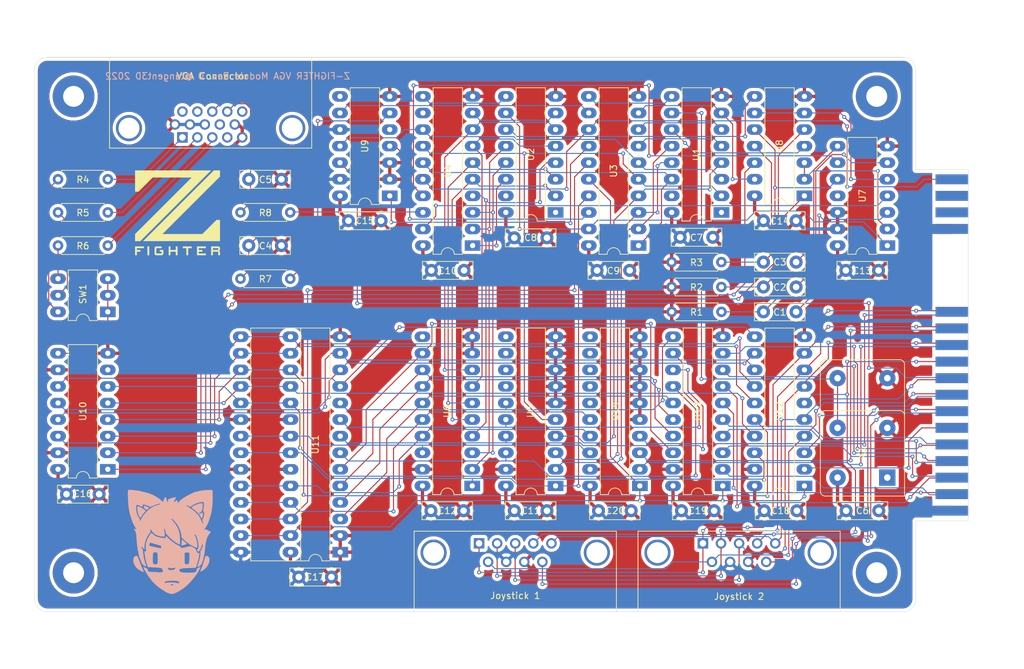
<source format=kicad_pcb>
(kicad_pcb (version 20171130) (host pcbnew 5.1.10)
  (layers (0 F.Cu signal) (31 B.Cu signal) (34 B.Paste user) (35 F.Paste user) (36 B.SilkS user) (37 F.SilkS user) (38 B.Mask user) (39 F.Mask user) (44 Edge.Cuts user))
  (net 0 "")
  (net 1 "Net-(C1-Pad1)")
  (net 2 PRMS)
  (net 3 LRMS)
  (net 4 "Net-(C2-Pad1)")
  (net 5 "Net-(C3-Pad1)")
  (net 6 LDMS)
  (net 7 GND)
  (net 8 PB3)
  (net 9 PB2)
  (net 10 PB1)
  (net 11 PB0)
  (net 12 PA7)
  (net 13 PA6)
  (net 14 PA5)
  (net 15 PA4)
  (net 16 PA3)
  (net 17 PA2)
  (net 18 PA1)
  (net 19 PA0)
  (net 20 VCC)
  (net 21 PB4)
  (net 22 PB5)
  (net 23 PB6)
  (net 24 PB7)
  (net 25 "Net-(J2-Pad12)")
  (net 26 PC6)
  (net 27 PC5)
  (net 28 DATARDY)
  (net 29 "Net-(J2-Pad20)")
  (net 30 PC2)
  (net 31 PC1)
  (net 32 PC0)
  (net 33 "Net-(J3-Pad1)")
  (net 34 "Net-(J3-Pad2)")
  (net 35 "Net-(J3-Pad3)")
  (net 36 "Net-(J3-Pad4)")
  (net 37 "Net-(J3-Pad9)")
  (net 38 "Net-(J3-Pad11)")
  (net 39 "Net-(J3-Pad12)")
  (net 40 "Net-(J3-Pad15)")
  (net 41 "Net-(R4-Pad1)")
  (net 42 "Net-(R5-Pad1)")
  (net 43 "Net-(R6-Pad1)")
  (net 44 "#HSYNC")
  (net 45 "#VSYNC")
  (net 46 "Net-(U1-Pad1)")
  (net 47 P0)
  (net 48 P5)
  (net 49 CLOCK)
  (net 50 P4)
  (net 51 PRESET)
  (net 52 P6)
  (net 53 P8)
  (net 54 P3)
  (net 55 P7)
  (net 56 P2)
  (net 57 P9)
  (net 58 P1)
  (net 59 "Net-(U1-Pad15)")
  (net 60 "Net-(U2-Pad1)")
  (net 61 L0)
  (net 62 L5)
  (net 63 "#PRESET")
  (net 64 L4)
  (net 65 LRESET)
  (net 66 L6)
  (net 67 L8)
  (net 68 L3)
  (net 69 L7)
  (net 70 L2)
  (net 71 L9)
  (net 72 L1)
  (net 73 "Net-(U2-Pad15)")
  (net 74 "#HSET")
  (net 75 "#OE")
  (net 76 "#WE")
  (net 77 CE2)
  (net 78 "#HRESET")
  (net 79 WRDY)
  (net 80 "#LD")
  (net 81 "#LRESET")
  (net 82 "Net-(U5-Pad11)")
  (net 83 "Net-(U5-Pad12)")
  (net 84 "Net-(U5-Pad13)")
  (net 85 "Net-(U5-Pad14)")
  (net 86 A3)
  (net 87 A2)
  (net 88 A1)
  (net 89 A0)
  (net 90 "Net-(U6-Pad11)")
  (net 91 A10)
  (net 92 A9)
  (net 93 A8)
  (net 94 A7)
  (net 95 A6)
  (net 96 A5)
  (net 97 A4)
  (net 98 "#PRPULSE")
  (net 99 "#LDPULSE")
  (net 100 "Net-(U7-Pad11)")
  (net 101 "#LRPULSE")
  (net 102 "#P1")
  (net 103 "Net-(U9-Pad8)")
  (net 104 "Net-(U9-Pad5)")
  (net 105 "Net-(U10-Pad7)")
  (net 106 D3)
  (net 107 D7)
  (net 108 D2)
  (net 109 D6)
  (net 110 D1)
  (net 111 D5)
  (net 112 D0)
  (net 113 D4)
  (net 114 "Net-(U14-Pad15)")
  (net 115 "Net-(U14-Pad14)")
  (net 116 "Net-(U14-Pad13)")
  (net 117 "Net-(U14-Pad12)")
  (net 118 "Net-(U14-Pad11)")
  (net 119 "Net-(X1-Pad1)")
  (net 120 "Net-(C4-Pad1)")
  (net 121 "Net-(C5-Pad1)")
  (net 122 "Net-(J2-Pad32)")
  (net 123 "Net-(J2-Pad30)")
  (net 124 "Net-(J2-Pad33)")
  (net 125 "Net-(J2-Pad29)")
  (net 126 "Net-(J2-Pad31)")
  (net 127 VIDOUT)
  (net 128 "#RESET")
  (net 129 "Net-(U4-Pad12)")
  (module Package_DIP:DIP-28_W7.62mm_LongPads (layer F.Cu) (at 133.459 100.344 180)
    (fp_text reference U11 hide)
    (fp_text value AS6C6264)
    (fp_text user %R (at 3.81 16.51 270) (layer F.SilkS))
    (pad 27 thru_hole oval (at 15.24 2.54 180) (size 2.4 1.6) (drill 0.8) (layers *.Cu *.Mask) (net 76 "#WE"))
    (pad 18 thru_hole oval (at 15.24 25.4 180) (size 2.4 1.6) (drill 0.8) (layers *.Cu *.Mask) (net 109 D6))
    (pad 16 thru_hole oval (at 15.24 30.48 180) (size 2.4 1.6) (drill 0.8) (layers *.Cu *.Mask) (net 113 D4))
    (pad 28 thru_hole oval (at 15.24 0 180) (size 2.4 1.6) (drill 0.8) (layers *.Cu *.Mask) (net 20 VCC))
    (pad 23 thru_hole oval (at 15.24 12.7 180) (size 2.4 1.6) (drill 0.8) (layers *.Cu *.Mask) (net 7 GND))
    (pad 19 thru_hole oval (at 15.24 22.86 180) (size 2.4 1.6) (drill 0.8) (layers *.Cu *.Mask) (net 107 D7))
    (pad 26 thru_hole oval (at 15.24 5.08 180) (size 2.4 1.6) (drill 0.8) (layers *.Cu *.Mask) (net 77 CE2))
    (pad 24 thru_hole oval (at 15.24 10.16 180) (size 2.4 1.6) (drill 0.8) (layers *.Cu *.Mask) (net 92 A9))
    (pad 25 thru_hole oval (at 15.24 7.62 180) (size 2.4 1.6) (drill 0.8) (layers *.Cu *.Mask) (net 93 A8))
    (pad 21 thru_hole oval (at 15.24 17.78 180) (size 2.4 1.6) (drill 0.8) (layers *.Cu *.Mask) (net 91 A10))
    (pad 20 thru_hole oval (at 15.24 20.32 180) (size 2.4 1.6) (drill 0.8) (layers *.Cu *.Mask) (net 7 GND))
    (pad 22 thru_hole oval (at 15.24 15.24 180) (size 2.4 1.6) (drill 0.8) (layers *.Cu *.Mask) (net 75 "#OE"))
    (pad 17 thru_hole oval (at 15.24 27.94 180) (size 2.4 1.6) (drill 0.8) (layers *.Cu *.Mask) (net 111 D5))
    (pad 15 thru_hole oval (at 15.24 33.02 180) (size 2.4 1.6) (drill 0.8) (layers *.Cu *.Mask) (net 106 D3))
    (pad 1 thru_hole rect (at 0 0 180) (size 2.4 1.6) (drill 0.8) (layers *.Cu *.Mask) (net 7 GND))
    (pad 15 thru_hole oval (at 7.62 33.02 180) (size 2.4 1.6) (drill 0.8) (layers *.Cu *.Mask) (net 106 D3))
    (pad 2 thru_hole oval (at 0 2.54 180) (size 2.4 1.6) (drill 0.8) (layers *.Cu *.Mask) (net 7 GND))
    (pad 16 thru_hole oval (at 7.62 30.48 180) (size 2.4 1.6) (drill 0.8) (layers *.Cu *.Mask) (net 113 D4))
    (pad 3 thru_hole oval (at 0 5.08 180) (size 2.4 1.6) (drill 0.8) (layers *.Cu *.Mask) (net 94 A7))
    (pad 17 thru_hole oval (at 7.62 27.94 180) (size 2.4 1.6) (drill 0.8) (layers *.Cu *.Mask) (net 111 D5))
    (pad 4 thru_hole oval (at 0 7.62 180) (size 2.4 1.6) (drill 0.8) (layers *.Cu *.Mask) (net 95 A6))
    (pad 18 thru_hole oval (at 7.62 25.4 180) (size 2.4 1.6) (drill 0.8) (layers *.Cu *.Mask) (net 109 D6))
    (pad 5 thru_hole oval (at 0 10.16 180) (size 2.4 1.6) (drill 0.8) (layers *.Cu *.Mask) (net 96 A5))
    (pad 19 thru_hole oval (at 7.62 22.86 180) (size 2.4 1.6) (drill 0.8) (layers *.Cu *.Mask) (net 107 D7))
    (pad 6 thru_hole oval (at 0 12.7 180) (size 2.4 1.6) (drill 0.8) (layers *.Cu *.Mask) (net 97 A4))
    (pad 20 thru_hole oval (at 7.62 20.32 180) (size 2.4 1.6) (drill 0.8) (layers *.Cu *.Mask) (net 7 GND))
    (pad 7 thru_hole oval (at 0 15.24 180) (size 2.4 1.6) (drill 0.8) (layers *.Cu *.Mask) (net 86 A3))
    (pad 21 thru_hole oval (at 7.62 17.78 180) (size 2.4 1.6) (drill 0.8) (layers *.Cu *.Mask) (net 91 A10))
    (pad 8 thru_hole oval (at 0 17.78 180) (size 2.4 1.6) (drill 0.8) (layers *.Cu *.Mask) (net 87 A2))
    (pad 22 thru_hole oval (at 7.62 15.24 180) (size 2.4 1.6) (drill 0.8) (layers *.Cu *.Mask) (net 75 "#OE"))
    (pad 9 thru_hole oval (at 0 20.32 180) (size 2.4 1.6) (drill 0.8) (layers *.Cu *.Mask) (net 88 A1))
    (pad 23 thru_hole oval (at 7.62 12.7 180) (size 2.4 1.6) (drill 0.8) (layers *.Cu *.Mask) (net 7 GND))
    (pad 10 thru_hole oval (at 0 22.86 180) (size 2.4 1.6) (drill 0.8) (layers *.Cu *.Mask) (net 89 A0))
    (pad 24 thru_hole oval (at 7.62 10.16 180) (size 2.4 1.6) (drill 0.8) (layers *.Cu *.Mask) (net 92 A9))
    (pad 11 thru_hole oval (at 0 25.4 180) (size 2.4 1.6) (drill 0.8) (layers *.Cu *.Mask) (net 112 D0))
    (pad 25 thru_hole oval (at 7.62 7.62 180) (size 2.4 1.6) (drill 0.8) (layers *.Cu *.Mask) (net 93 A8))
    (pad 12 thru_hole oval (at 0 27.94 180) (size 2.4 1.6) (drill 0.8) (layers *.Cu *.Mask) (net 110 D1))
    (pad 26 thru_hole oval (at 7.62 5.08 180) (size 2.4 1.6) (drill 0.8) (layers *.Cu *.Mask) (net 77 CE2))
    (pad 13 thru_hole oval (at 0 30.48 180) (size 2.4 1.6) (drill 0.8) (layers *.Cu *.Mask) (net 108 D2))
    (pad 27 thru_hole oval (at 7.62 2.54 180) (size 2.4 1.6) (drill 0.8) (layers *.Cu *.Mask) (net 76 "#WE"))
    (pad 14 thru_hole oval (at 0 33.02 180) (size 2.4 1.6) (drill 0.8) (layers *.Cu *.Mask) (net 7 GND))
    (pad 28 thru_hole oval (at 7.62 0 180) (size 2.4 1.6) (drill 0.8) (layers *.Cu *.Mask) (net 20 VCC))
  )
  (module zf_vga:Tangent_Head (layer B.Cu) (at 107.446999 98.757 180)
    (fp_text reference G*** hide)
    (fp_text value LOGO hide)
  )
  (module zf_vga:Z-FIGHTER_Logo (layer F.Cu) (at 108.538999 48.338)
    (fp_text reference G*** hide)
    (fp_text value LOGO hide)
  )
  (module Connector_Dsub:DSUB-15-HD_Female_Horizontal_P2.29x1.98mm_EdgePinOffset8.35mm_Housed_MountingHolesOffset10.89mm (layer F.Cu) (at 109.289 36.778 180)
    (fp_text reference "VGA Connector" (at -4.58 9.395 180) (layer F.SilkS))
    (fp_text value DB15_Female)
    (pad 0 thru_hole circle (at 8.185 1.42 180) (size 4 4) (drill 3.2) (layers *.Cu *.Mask))
    (pad 0 thru_hole circle (at -16.815 1.42 180) (size 4 4) (drill 3.2) (layers *.Cu *.Mask))
    (pad 15 thru_hole circle (at -9.16 3.96 180) (size 1.6 1.6) (drill 1) (layers *.Cu *.Mask) (net 40 "Net-(J3-Pad15)"))
    (pad 14 thru_hole circle (at -6.87 3.96 180) (size 1.6 1.6) (drill 1) (layers *.Cu *.Mask) (net 121 "Net-(C5-Pad1)"))
    (pad 13 thru_hole circle (at -4.58 3.96 180) (size 1.6 1.6) (drill 1) (layers *.Cu *.Mask) (net 120 "Net-(C4-Pad1)"))
    (pad 12 thru_hole circle (at -2.29 3.96 180) (size 1.6 1.6) (drill 1) (layers *.Cu *.Mask) (net 39 "Net-(J3-Pad12)"))
    (pad 11 thru_hole circle (at 0 3.96 180) (size 1.6 1.6) (drill 1) (layers *.Cu *.Mask) (net 38 "Net-(J3-Pad11)"))
    (pad 10 thru_hole circle (at -8.015 1.98 180) (size 1.6 1.6) (drill 1) (layers *.Cu *.Mask) (net 7 GND))
    (pad 9 thru_hole circle (at -5.725 1.98 180) (size 1.6 1.6) (drill 1) (layers *.Cu *.Mask) (net 37 "Net-(J3-Pad9)"))
    (pad 8 thru_hole circle (at -3.435 1.98 180) (size 1.6 1.6) (drill 1) (layers *.Cu *.Mask) (net 7 GND))
    (pad 7 thru_hole circle (at -1.145 1.98 180) (size 1.6 1.6) (drill 1) (layers *.Cu *.Mask) (net 7 GND))
    (pad 6 thru_hole circle (at 1.145 1.98 180) (size 1.6 1.6) (drill 1) (layers *.Cu *.Mask) (net 7 GND))
    (pad 5 thru_hole circle (at -9.16 0 180) (size 1.6 1.6) (drill 1) (layers *.Cu *.Mask) (net 7 GND))
    (pad 4 thru_hole circle (at -6.87 0 180) (size 1.6 1.6) (drill 1) (layers *.Cu *.Mask) (net 36 "Net-(J3-Pad4)"))
    (pad 3 thru_hole circle (at -4.58 0 180) (size 1.6 1.6) (drill 1) (layers *.Cu *.Mask) (net 35 "Net-(J3-Pad3)"))
    (pad 2 thru_hole circle (at -2.29 0 180) (size 1.6 1.6) (drill 1) (layers *.Cu *.Mask) (net 34 "Net-(J3-Pad2)"))
    (pad 1 thru_hole rect (at 0 0 180) (size 1.6 1.6) (drill 1) (layers *.Cu *.Mask) (net 33 "Net-(J3-Pad1)"))
  )
  (module Connector_Dsub:DSUB-9_Male_Horizontal_P2.77x2.84mm_EdgePinOffset7.70mm_Housed_MountingHolesOffset9.12mm (layer F.Cu) (at 189 98.994)
    (fp_text reference "Joystick 2" (at 5.54 8.145) (layer F.SilkS))
    (fp_text value DB9_Male)
    (pad 0 thru_hole circle (at 18.04 1.42) (size 4 4) (drill 3.2) (layers *.Cu *.Mask))
    (pad 0 thru_hole circle (at -6.96 1.42) (size 4 4) (drill 3.2) (layers *.Cu *.Mask))
    (pad 9 thru_hole circle (at 9.695 2.84) (size 1.6 1.6) (drill 1) (layers *.Cu *.Mask) (net 26 PC6))
    (pad 8 thru_hole circle (at 6.925 2.84) (size 1.6 1.6) (drill 1) (layers *.Cu *.Mask) (net 7 GND))
    (pad 7 thru_hole circle (at 4.155 2.84) (size 1.6 1.6) (drill 1) (layers *.Cu *.Mask) (net 20 VCC))
    (pad 6 thru_hole circle (at 1.385 2.84) (size 1.6 1.6) (drill 1) (layers *.Cu *.Mask) (net 14 PA5))
    (pad 5 thru_hole circle (at 11.08 0) (size 1.6 1.6) (drill 1) (layers *.Cu *.Mask) (net 15 PA4))
    (pad 4 thru_hole circle (at 8.31 0) (size 1.6 1.6) (drill 1) (layers *.Cu *.Mask) (net 16 PA3))
    (pad 3 thru_hole circle (at 5.54 0) (size 1.6 1.6) (drill 1) (layers *.Cu *.Mask) (net 17 PA2))
    (pad 2 thru_hole circle (at 2.77 0) (size 1.6 1.6) (drill 1) (layers *.Cu *.Mask) (net 18 PA1))
    (pad 1 thru_hole rect (at 0 0) (size 1.6 1.6) (drill 1) (layers *.Cu *.Mask) (net 19 PA0))
  )
  (module Connector_Dsub:DSUB-9_Male_Horizontal_P2.77x2.84mm_EdgePinOffset7.70mm_Housed_MountingHolesOffset9.12mm (layer F.Cu) (at 154.719 98.994)
    (fp_text reference "Joystick 1" (at 5.54 8.018) (layer F.SilkS))
    (fp_text value DB9_Male)
    (pad 0 thru_hole circle (at 18.04 1.42) (size 4 4) (drill 3.2) (layers *.Cu *.Mask))
    (pad 0 thru_hole circle (at -6.96 1.42) (size 4 4) (drill 3.2) (layers *.Cu *.Mask))
    (pad 9 thru_hole circle (at 9.695 2.84) (size 1.6 1.6) (drill 1) (layers *.Cu *.Mask) (net 27 PC5))
    (pad 8 thru_hole circle (at 6.925 2.84) (size 1.6 1.6) (drill 1) (layers *.Cu *.Mask) (net 7 GND))
    (pad 7 thru_hole circle (at 4.155 2.84) (size 1.6 1.6) (drill 1) (layers *.Cu *.Mask) (net 20 VCC))
    (pad 6 thru_hole circle (at 1.385 2.84) (size 1.6 1.6) (drill 1) (layers *.Cu *.Mask) (net 14 PA5))
    (pad 5 thru_hole circle (at 11.08 0) (size 1.6 1.6) (drill 1) (layers *.Cu *.Mask) (net 15 PA4))
    (pad 4 thru_hole circle (at 8.31 0) (size 1.6 1.6) (drill 1) (layers *.Cu *.Mask) (net 16 PA3))
    (pad 3 thru_hole circle (at 5.54 0) (size 1.6 1.6) (drill 1) (layers *.Cu *.Mask) (net 17 PA2))
    (pad 2 thru_hole circle (at 2.77 0) (size 1.6 1.6) (drill 1) (layers *.Cu *.Mask) (net 18 PA1))
    (pad 1 thru_hole rect (at 0 0) (size 1.6 1.6) (drill 1) (layers *.Cu *.Mask) (net 19 PA0))
  )
  (module Oscillator:Oscillator_DIP-8_LargePads (layer F.Cu) (at 217.239 88.914 90)
    (fp_text reference X1 hide)
    (fp_text value CXO_DIP14)
    (fp_text user %R (at 3.873 -3.8775 90) (layer F.SilkS))
    (pad 4 thru_hole circle (at 7.62 0 90) (size 2.5 2.5) (drill 1) (layers *.Cu *.Mask) (net 7 GND))
    (pad 5 thru_hole circle (at 7.62 -7.62 90) (size 2.5 2.5) (drill 1) (layers *.Cu *.Mask) (net 49 CLOCK))
  )
  (module Oscillator:Oscillator_DIP-14_LargePads (layer F.Cu) (at 217.239 88.914 90)
    (fp_text reference X1 hide)
    (fp_text value CXO_DIP14)
    (pad 7 thru_hole circle (at 15.24 0 90) (size 2.5 2.5) (drill 1) (layers *.Cu *.Mask) (net 7 GND))
    (pad 8 thru_hole circle (at 15.24 -7.62 90) (size 2.5 2.5) (drill 1) (layers *.Cu *.Mask) (net 49 CLOCK))
    (pad 14 thru_hole circle (at 0 -7.62 90) (size 2.5 2.5) (drill 1) (layers *.Cu *.Mask) (net 20 VCC))
    (pad 1 thru_hole rect (at 0 0 90) (size 2.5 2.5) (drill 1) (layers *.Cu *.Mask) (net 119 "Net-(X1-Pad1)"))
  )
  (module Capacitor_THT:C_Disc_D7.5mm_W2.5mm_P5.00mm (layer F.Cu) (at 147.414 57.164)
    (fp_text reference C10 (at 2.5 0.064) (layer F.SilkS))
    (fp_text value 0.1uF)
    (pad 1 thru_hole circle (at 0 0) (size 2 2) (drill 1) (layers *.Cu *.Mask) (net 20 VCC))
    (pad 2 thru_hole circle (at 5 0) (size 2 2) (drill 1) (layers *.Cu *.Mask) (net 7 GND))
  )
  (module Package_DIP:DIP-20_W7.62mm_LongPads (layer F.Cu) (at 179.139 53.354 180)
    (fp_text reference U3 hide)
    (fp_text value GAL16V8)
    (fp_text user %R (at 3.81 11.43 90) (layer F.SilkS))
    (pad 1 thru_hole rect (at 0 0 180) (size 2.4 1.6) (drill 0.8) (layers *.Cu *.Mask) (net 57 P9))
    (pad 11 thru_hole oval (at 7.62 22.86 180) (size 2.4 1.6) (drill 0.8) (layers *.Cu *.Mask) (net 47 P0))
    (pad 2 thru_hole oval (at 0 2.54 180) (size 2.4 1.6) (drill 0.8) (layers *.Cu *.Mask) (net 53 P8))
    (pad 12 thru_hole oval (at 7.62 20.32 180) (size 2.4 1.6) (drill 0.8) (layers *.Cu *.Mask) (net 79 WRDY))
    (pad 3 thru_hole oval (at 0 5.08 180) (size 2.4 1.6) (drill 0.8) (layers *.Cu *.Mask) (net 55 P7))
    (pad 13 thru_hole oval (at 7.62 17.78 180) (size 2.4 1.6) (drill 0.8) (layers *.Cu *.Mask) (net 128 "#RESET"))
    (pad 4 thru_hole oval (at 0 7.62 180) (size 2.4 1.6) (drill 0.8) (layers *.Cu *.Mask) (net 52 P6))
    (pad 14 thru_hole oval (at 7.62 15.24 180) (size 2.4 1.6) (drill 0.8) (layers *.Cu *.Mask) (net 78 "#HRESET"))
    (pad 5 thru_hole oval (at 0 10.16 180) (size 2.4 1.6) (drill 0.8) (layers *.Cu *.Mask) (net 48 P5))
    (pad 15 thru_hole oval (at 7.62 12.7 180) (size 2.4 1.6) (drill 0.8) (layers *.Cu *.Mask) (net 77 CE2))
    (pad 6 thru_hole oval (at 0 12.7 180) (size 2.4 1.6) (drill 0.8) (layers *.Cu *.Mask) (net 50 P4))
    (pad 16 thru_hole oval (at 7.62 10.16 180) (size 2.4 1.6) (drill 0.8) (layers *.Cu *.Mask) (net 76 "#WE"))
    (pad 7 thru_hole oval (at 0 15.24 180) (size 2.4 1.6) (drill 0.8) (layers *.Cu *.Mask) (net 54 P3))
    (pad 17 thru_hole oval (at 7.62 7.62 180) (size 2.4 1.6) (drill 0.8) (layers *.Cu *.Mask) (net 75 "#OE"))
    (pad 8 thru_hole oval (at 0 17.78 180) (size 2.4 1.6) (drill 0.8) (layers *.Cu *.Mask) (net 56 P2))
    (pad 18 thru_hole oval (at 7.62 5.08 180) (size 2.4 1.6) (drill 0.8) (layers *.Cu *.Mask) (net 74 "#HSET"))
    (pad 9 thru_hole oval (at 0 20.32 180) (size 2.4 1.6) (drill 0.8) (layers *.Cu *.Mask) (net 58 P1))
    (pad 19 thru_hole oval (at 7.62 2.54 180) (size 2.4 1.6) (drill 0.8) (layers *.Cu *.Mask) (net 63 "#PRESET"))
    (pad 10 thru_hole oval (at 0 22.86 180) (size 2.4 1.6) (drill 0.8) (layers *.Cu *.Mask) (net 7 GND))
    (pad 20 thru_hole oval (at 7.62 0 180) (size 2.4 1.6) (drill 0.8) (layers *.Cu *.Mask) (net 20 VCC))
  )
  (module MountingHole:MountingHole_3.2mm_M3_Pad (layer F.Cu) (at 92.619 30.494)
    (fp_text reference Mount1 hide)
    (fp_text value MountingHole_3.2mm_M3_Pad)
    (pad 1 thru_hole circle (at 0 0) (size 6.4 6.4) (drill 3.200001) (layers *.Cu *.Mask))
  )
  (module MountingHole:MountingHole_3.2mm_M3_Pad (layer F.Cu) (at 215.619 103.494)
    (fp_text reference Mount4 hide)
    (fp_text value MountingHole_3.2mm_M3_Pad)
    (pad 1 thru_hole circle (at 0 0) (size 6.4 6.4) (drill 3.200001) (layers *.Cu *.Mask))
  )
  (module MountingHole:MountingHole_3.2mm_M3_Pad (layer F.Cu) (at 215.619 30.494)
    (fp_text reference Mount2 hide)
    (fp_text value MountingHole_3.2mm_M3_Pad)
    (pad 1 thru_hole circle (at 0 0) (size 6.4 6.4) (drill 3.200001) (layers *.Cu *.Mask))
  )
  (module MountingHole:MountingHole_3.2mm_M3_Pad (layer F.Cu) (at 92.619 103.494)
    (fp_text reference Mount3 hide)
    (fp_text value MountingHole_3.2mm_M3_Pad)
    (pad 1 thru_hole circle (at 0 0) (size 6.4 6.4) (drill 3.200001) (layers *.Cu *.Mask))
  )
  (module Package_DIP:DIP-20_W7.62mm_LongPads (layer F.Cu) (at 204.539 90.184 180)
    (fp_text reference U12 hide)
    (fp_text value 74HC541)
    (fp_text user %R (at 3.81 11.43 90) (layer F.SilkS))
    (pad 1 thru_hole rect (at 0 0 180) (size 2.4 1.6) (drill 0.8) (layers *.Cu *.Mask) (net 76 "#WE"))
    (pad 11 thru_hole oval (at 7.62 22.86 180) (size 2.4 1.6) (drill 0.8) (layers *.Cu *.Mask) (net 112 D0))
    (pad 2 thru_hole oval (at 0 2.54 180) (size 2.4 1.6) (drill 0.8) (layers *.Cu *.Mask) (net 12 PA7))
    (pad 12 thru_hole oval (at 7.62 20.32 180) (size 2.4 1.6) (drill 0.8) (layers *.Cu *.Mask) (net 110 D1))
    (pad 3 thru_hole oval (at 0 5.08 180) (size 2.4 1.6) (drill 0.8) (layers *.Cu *.Mask) (net 13 PA6))
    (pad 13 thru_hole oval (at 7.62 17.78 180) (size 2.4 1.6) (drill 0.8) (layers *.Cu *.Mask) (net 108 D2))
    (pad 4 thru_hole oval (at 0 7.62 180) (size 2.4 1.6) (drill 0.8) (layers *.Cu *.Mask) (net 14 PA5))
    (pad 14 thru_hole oval (at 7.62 15.24 180) (size 2.4 1.6) (drill 0.8) (layers *.Cu *.Mask) (net 106 D3))
    (pad 5 thru_hole oval (at 0 10.16 180) (size 2.4 1.6) (drill 0.8) (layers *.Cu *.Mask) (net 15 PA4))
    (pad 15 thru_hole oval (at 7.62 12.7 180) (size 2.4 1.6) (drill 0.8) (layers *.Cu *.Mask) (net 113 D4))
    (pad 6 thru_hole oval (at 0 12.7 180) (size 2.4 1.6) (drill 0.8) (layers *.Cu *.Mask) (net 16 PA3))
    (pad 16 thru_hole oval (at 7.62 10.16 180) (size 2.4 1.6) (drill 0.8) (layers *.Cu *.Mask) (net 111 D5))
    (pad 7 thru_hole oval (at 0 15.24 180) (size 2.4 1.6) (drill 0.8) (layers *.Cu *.Mask) (net 17 PA2))
    (pad 17 thru_hole oval (at 7.62 7.62 180) (size 2.4 1.6) (drill 0.8) (layers *.Cu *.Mask) (net 109 D6))
    (pad 8 thru_hole oval (at 0 17.78 180) (size 2.4 1.6) (drill 0.8) (layers *.Cu *.Mask) (net 18 PA1))
    (pad 18 thru_hole oval (at 7.62 5.08 180) (size 2.4 1.6) (drill 0.8) (layers *.Cu *.Mask) (net 107 D7))
    (pad 9 thru_hole oval (at 0 20.32 180) (size 2.4 1.6) (drill 0.8) (layers *.Cu *.Mask) (net 19 PA0))
    (pad 19 thru_hole oval (at 7.62 2.54 180) (size 2.4 1.6) (drill 0.8) (layers *.Cu *.Mask) (net 7 GND))
    (pad 10 thru_hole oval (at 0 22.86 180) (size 2.4 1.6) (drill 0.8) (layers *.Cu *.Mask) (net 7 GND))
    (pad 20 thru_hole oval (at 7.62 0 180) (size 2.4 1.6) (drill 0.8) (layers *.Cu *.Mask) (net 20 VCC))
  )
  (module Package_DIP:DIP-16_W7.62mm_LongPads (layer F.Cu) (at 191.839 48.274 180)
    (fp_text reference U1 hide)
    (fp_text value 4040)
    (fp_text user %R (at 3.81 8.89 90) (layer F.SilkS))
    (pad 1 thru_hole rect (at 0 0 180) (size 2.4 1.6) (drill 0.8) (layers *.Cu *.Mask) (net 46 "Net-(U1-Pad1)"))
    (pad 9 thru_hole oval (at 7.62 17.78 180) (size 2.4 1.6) (drill 0.8) (layers *.Cu *.Mask) (net 47 P0))
    (pad 2 thru_hole oval (at 0 2.54 180) (size 2.4 1.6) (drill 0.8) (layers *.Cu *.Mask) (net 48 P5))
    (pad 10 thru_hole oval (at 7.62 15.24 180) (size 2.4 1.6) (drill 0.8) (layers *.Cu *.Mask) (net 49 CLOCK))
    (pad 3 thru_hole oval (at 0 5.08 180) (size 2.4 1.6) (drill 0.8) (layers *.Cu *.Mask) (net 50 P4))
    (pad 11 thru_hole oval (at 7.62 12.7 180) (size 2.4 1.6) (drill 0.8) (layers *.Cu *.Mask) (net 51 PRESET))
    (pad 4 thru_hole oval (at 0 7.62 180) (size 2.4 1.6) (drill 0.8) (layers *.Cu *.Mask) (net 52 P6))
    (pad 12 thru_hole oval (at 7.62 10.16 180) (size 2.4 1.6) (drill 0.8) (layers *.Cu *.Mask) (net 53 P8))
    (pad 5 thru_hole oval (at 0 10.16 180) (size 2.4 1.6) (drill 0.8) (layers *.Cu *.Mask) (net 54 P3))
    (pad 13 thru_hole oval (at 7.62 7.62 180) (size 2.4 1.6) (drill 0.8) (layers *.Cu *.Mask) (net 55 P7))
    (pad 6 thru_hole oval (at 0 12.7 180) (size 2.4 1.6) (drill 0.8) (layers *.Cu *.Mask) (net 56 P2))
    (pad 14 thru_hole oval (at 7.62 5.08 180) (size 2.4 1.6) (drill 0.8) (layers *.Cu *.Mask) (net 57 P9))
    (pad 7 thru_hole oval (at 0 15.24 180) (size 2.4 1.6) (drill 0.8) (layers *.Cu *.Mask) (net 58 P1))
    (pad 15 thru_hole oval (at 7.62 2.54 180) (size 2.4 1.6) (drill 0.8) (layers *.Cu *.Mask) (net 59 "Net-(U1-Pad15)"))
    (pad 8 thru_hole oval (at 0 17.78 180) (size 2.4 1.6) (drill 0.8) (layers *.Cu *.Mask) (net 7 GND))
    (pad 16 thru_hole oval (at 7.62 0 180) (size 2.4 1.6) (drill 0.8) (layers *.Cu *.Mask) (net 20 VCC))
  )
  (module Package_DIP:DIP-20_W7.62mm_LongPads (layer F.Cu) (at 192.039 90.184 180)
    (fp_text reference U13 hide)
    (fp_text value 74HC541)
    (fp_text user %R (at 3.81 11.43 90) (layer F.SilkS))
    (pad 1 thru_hole rect (at 0 0 180) (size 2.4 1.6) (drill 0.8) (layers *.Cu *.Mask) (net 76 "#WE"))
    (pad 11 thru_hole oval (at 7.62 22.86 180) (size 2.4 1.6) (drill 0.8) (layers *.Cu *.Mask) (net 89 A0))
    (pad 2 thru_hole oval (at 0 2.54 180) (size 2.4 1.6) (drill 0.8) (layers *.Cu *.Mask) (net 21 PB4))
    (pad 12 thru_hole oval (at 7.62 20.32 180) (size 2.4 1.6) (drill 0.8) (layers *.Cu *.Mask) (net 88 A1))
    (pad 3 thru_hole oval (at 0 5.08 180) (size 2.4 1.6) (drill 0.8) (layers *.Cu *.Mask) (net 22 PB5))
    (pad 13 thru_hole oval (at 7.62 17.78 180) (size 2.4 1.6) (drill 0.8) (layers *.Cu *.Mask) (net 87 A2))
    (pad 4 thru_hole oval (at 0 7.62 180) (size 2.4 1.6) (drill 0.8) (layers *.Cu *.Mask) (net 23 PB6))
    (pad 14 thru_hole oval (at 7.62 15.24 180) (size 2.4 1.6) (drill 0.8) (layers *.Cu *.Mask) (net 86 A3))
    (pad 5 thru_hole oval (at 0 10.16 180) (size 2.4 1.6) (drill 0.8) (layers *.Cu *.Mask) (net 24 PB7))
    (pad 15 thru_hole oval (at 7.62 12.7 180) (size 2.4 1.6) (drill 0.8) (layers *.Cu *.Mask) (net 94 A7))
    (pad 6 thru_hole oval (at 0 12.7 180) (size 2.4 1.6) (drill 0.8) (layers *.Cu *.Mask) (net 8 PB3))
    (pad 16 thru_hole oval (at 7.62 10.16 180) (size 2.4 1.6) (drill 0.8) (layers *.Cu *.Mask) (net 95 A6))
    (pad 7 thru_hole oval (at 0 15.24 180) (size 2.4 1.6) (drill 0.8) (layers *.Cu *.Mask) (net 9 PB2))
    (pad 17 thru_hole oval (at 7.62 7.62 180) (size 2.4 1.6) (drill 0.8) (layers *.Cu *.Mask) (net 96 A5))
    (pad 8 thru_hole oval (at 0 17.78 180) (size 2.4 1.6) (drill 0.8) (layers *.Cu *.Mask) (net 10 PB1))
    (pad 18 thru_hole oval (at 7.62 5.08 180) (size 2.4 1.6) (drill 0.8) (layers *.Cu *.Mask) (net 97 A4))
    (pad 9 thru_hole oval (at 0 20.32 180) (size 2.4 1.6) (drill 0.8) (layers *.Cu *.Mask) (net 11 PB0))
    (pad 19 thru_hole oval (at 7.62 2.54 180) (size 2.4 1.6) (drill 0.8) (layers *.Cu *.Mask) (net 7 GND))
    (pad 10 thru_hole oval (at 0 22.86 180) (size 2.4 1.6) (drill 0.8) (layers *.Cu *.Mask) (net 7 GND))
    (pad 20 thru_hole oval (at 7.62 0 180) (size 2.4 1.6) (drill 0.8) (layers *.Cu *.Mask) (net 20 VCC))
  )
  (module Package_DIP:DIP-20_W7.62mm_LongPads (layer F.Cu) (at 179.339 90.184 180)
    (fp_text reference U14 hide)
    (fp_text value 74HC541)
    (fp_text user %R (at 3.81 11.43 90) (layer F.SilkS))
    (pad 1 thru_hole rect (at 0 0 180) (size 2.4 1.6) (drill 0.8) (layers *.Cu *.Mask) (net 76 "#WE"))
    (pad 11 thru_hole oval (at 7.62 22.86 180) (size 2.4 1.6) (drill 0.8) (layers *.Cu *.Mask) (net 118 "Net-(U14-Pad11)"))
    (pad 2 thru_hole oval (at 0 2.54 180) (size 2.4 1.6) (drill 0.8) (layers *.Cu *.Mask) (net 30 PC2))
    (pad 12 thru_hole oval (at 7.62 20.32 180) (size 2.4 1.6) (drill 0.8) (layers *.Cu *.Mask) (net 117 "Net-(U14-Pad12)"))
    (pad 3 thru_hole oval (at 0 5.08 180) (size 2.4 1.6) (drill 0.8) (layers *.Cu *.Mask) (net 31 PC1))
    (pad 13 thru_hole oval (at 7.62 17.78 180) (size 2.4 1.6) (drill 0.8) (layers *.Cu *.Mask) (net 116 "Net-(U14-Pad13)"))
    (pad 4 thru_hole oval (at 0 7.62 180) (size 2.4 1.6) (drill 0.8) (layers *.Cu *.Mask) (net 32 PC0))
    (pad 14 thru_hole oval (at 7.62 15.24 180) (size 2.4 1.6) (drill 0.8) (layers *.Cu *.Mask) (net 115 "Net-(U14-Pad14)"))
    (pad 5 thru_hole oval (at 0 10.16 180) (size 2.4 1.6) (drill 0.8) (layers *.Cu *.Mask) (net 7 GND))
    (pad 15 thru_hole oval (at 7.62 12.7 180) (size 2.4 1.6) (drill 0.8) (layers *.Cu *.Mask) (net 114 "Net-(U14-Pad15)"))
    (pad 6 thru_hole oval (at 0 12.7 180) (size 2.4 1.6) (drill 0.8) (layers *.Cu *.Mask) (net 7 GND))
    (pad 16 thru_hole oval (at 7.62 10.16 180) (size 2.4 1.6) (drill 0.8) (layers *.Cu *.Mask) (net 93 A8))
    (pad 7 thru_hole oval (at 0 15.24 180) (size 2.4 1.6) (drill 0.8) (layers *.Cu *.Mask) (net 7 GND))
    (pad 17 thru_hole oval (at 7.62 7.62 180) (size 2.4 1.6) (drill 0.8) (layers *.Cu *.Mask) (net 92 A9))
    (pad 8 thru_hole oval (at 0 17.78 180) (size 2.4 1.6) (drill 0.8) (layers *.Cu *.Mask) (net 7 GND))
    (pad 18 thru_hole oval (at 7.62 5.08 180) (size 2.4 1.6) (drill 0.8) (layers *.Cu *.Mask) (net 91 A10))
    (pad 9 thru_hole oval (at 0 20.32 180) (size 2.4 1.6) (drill 0.8) (layers *.Cu *.Mask) (net 7 GND))
    (pad 19 thru_hole oval (at 7.62 2.54 180) (size 2.4 1.6) (drill 0.8) (layers *.Cu *.Mask) (net 7 GND))
    (pad 10 thru_hole oval (at 0 22.86 180) (size 2.4 1.6) (drill 0.8) (layers *.Cu *.Mask) (net 7 GND))
    (pad 20 thru_hole oval (at 7.62 0 180) (size 2.4 1.6) (drill 0.8) (layers *.Cu *.Mask) (net 20 VCC))
  )
  (module Package_DIP:DIP-16_W7.62mm_LongPads (layer F.Cu) (at 166.439 48.274 180)
    (fp_text reference U2 hide)
    (fp_text value 4040)
    (fp_text user %R (at 3.81 8.89 90) (layer F.SilkS))
    (pad 1 thru_hole rect (at 0 0 180) (size 2.4 1.6) (drill 0.8) (layers *.Cu *.Mask) (net 60 "Net-(U2-Pad1)"))
    (pad 9 thru_hole oval (at 7.62 17.78 180) (size 2.4 1.6) (drill 0.8) (layers *.Cu *.Mask) (net 61 L0))
    (pad 2 thru_hole oval (at 0 2.54 180) (size 2.4 1.6) (drill 0.8) (layers *.Cu *.Mask) (net 62 L5))
    (pad 10 thru_hole oval (at 7.62 15.24 180) (size 2.4 1.6) (drill 0.8) (layers *.Cu *.Mask) (net 63 "#PRESET"))
    (pad 3 thru_hole oval (at 0 5.08 180) (size 2.4 1.6) (drill 0.8) (layers *.Cu *.Mask) (net 64 L4))
    (pad 11 thru_hole oval (at 7.62 12.7 180) (size 2.4 1.6) (drill 0.8) (layers *.Cu *.Mask) (net 65 LRESET))
    (pad 4 thru_hole oval (at 0 7.62 180) (size 2.4 1.6) (drill 0.8) (layers *.Cu *.Mask) (net 66 L6))
    (pad 12 thru_hole oval (at 7.62 10.16 180) (size 2.4 1.6) (drill 0.8) (layers *.Cu *.Mask) (net 67 L8))
    (pad 5 thru_hole oval (at 0 10.16 180) (size 2.4 1.6) (drill 0.8) (layers *.Cu *.Mask) (net 68 L3))
    (pad 13 thru_hole oval (at 7.62 7.62 180) (size 2.4 1.6) (drill 0.8) (layers *.Cu *.Mask) (net 69 L7))
    (pad 6 thru_hole oval (at 0 12.7 180) (size 2.4 1.6) (drill 0.8) (layers *.Cu *.Mask) (net 70 L2))
    (pad 14 thru_hole oval (at 7.62 5.08 180) (size 2.4 1.6) (drill 0.8) (layers *.Cu *.Mask) (net 71 L9))
    (pad 7 thru_hole oval (at 0 15.24 180) (size 2.4 1.6) (drill 0.8) (layers *.Cu *.Mask) (net 72 L1))
    (pad 15 thru_hole oval (at 7.62 2.54 180) (size 2.4 1.6) (drill 0.8) (layers *.Cu *.Mask) (net 73 "Net-(U2-Pad15)"))
    (pad 8 thru_hole oval (at 0 17.78 180) (size 2.4 1.6) (drill 0.8) (layers *.Cu *.Mask) (net 7 GND))
    (pad 16 thru_hole oval (at 7.62 0 180) (size 2.4 1.6) (drill 0.8) (layers *.Cu *.Mask) (net 20 VCC))
  )
  (module Package_DIP:DIP-20_W7.62mm_LongPads (layer F.Cu) (at 166.439 90.184 180)
    (fp_text reference U5 hide)
    (fp_text value 74HC541)
    (fp_text user %R (at 3.81 11.43 90) (layer F.SilkS))
    (pad 1 thru_hole rect (at 0 0 180) (size 2.4 1.6) (drill 0.8) (layers *.Cu *.Mask) (net 75 "#OE"))
    (pad 11 thru_hole oval (at 7.62 22.86 180) (size 2.4 1.6) (drill 0.8) (layers *.Cu *.Mask) (net 82 "Net-(U5-Pad11)"))
    (pad 2 thru_hole oval (at 0 2.54 180) (size 2.4 1.6) (drill 0.8) (layers *.Cu *.Mask) (net 53 P8))
    (pad 12 thru_hole oval (at 7.62 20.32 180) (size 2.4 1.6) (drill 0.8) (layers *.Cu *.Mask) (net 83 "Net-(U5-Pad12)"))
    (pad 3 thru_hole oval (at 0 5.08 180) (size 2.4 1.6) (drill 0.8) (layers *.Cu *.Mask) (net 55 P7))
    (pad 13 thru_hole oval (at 7.62 17.78 180) (size 2.4 1.6) (drill 0.8) (layers *.Cu *.Mask) (net 84 "Net-(U5-Pad13)"))
    (pad 4 thru_hole oval (at 0 7.62 180) (size 2.4 1.6) (drill 0.8) (layers *.Cu *.Mask) (net 52 P6))
    (pad 14 thru_hole oval (at 7.62 15.24 180) (size 2.4 1.6) (drill 0.8) (layers *.Cu *.Mask) (net 85 "Net-(U5-Pad14)"))
    (pad 5 thru_hole oval (at 0 10.16 180) (size 2.4 1.6) (drill 0.8) (layers *.Cu *.Mask) (net 48 P5))
    (pad 15 thru_hole oval (at 7.62 12.7 180) (size 2.4 1.6) (drill 0.8) (layers *.Cu *.Mask) (net 89 A0))
    (pad 6 thru_hole oval (at 0 12.7 180) (size 2.4 1.6) (drill 0.8) (layers *.Cu *.Mask) (net 7 GND))
    (pad 16 thru_hole oval (at 7.62 10.16 180) (size 2.4 1.6) (drill 0.8) (layers *.Cu *.Mask) (net 88 A1))
    (pad 7 thru_hole oval (at 0 15.24 180) (size 2.4 1.6) (drill 0.8) (layers *.Cu *.Mask) (net 7 GND))
    (pad 17 thru_hole oval (at 7.62 7.62 180) (size 2.4 1.6) (drill 0.8) (layers *.Cu *.Mask) (net 87 A2))
    (pad 8 thru_hole oval (at 0 17.78 180) (size 2.4 1.6) (drill 0.8) (layers *.Cu *.Mask) (net 7 GND))
    (pad 18 thru_hole oval (at 7.62 5.08 180) (size 2.4 1.6) (drill 0.8) (layers *.Cu *.Mask) (net 86 A3))
    (pad 9 thru_hole oval (at 0 20.32 180) (size 2.4 1.6) (drill 0.8) (layers *.Cu *.Mask) (net 7 GND))
    (pad 19 thru_hole oval (at 7.62 2.54 180) (size 2.4 1.6) (drill 0.8) (layers *.Cu *.Mask) (net 7 GND))
    (pad 10 thru_hole oval (at 0 22.86 180) (size 2.4 1.6) (drill 0.8) (layers *.Cu *.Mask) (net 7 GND))
    (pad 20 thru_hole oval (at 7.62 0 180) (size 2.4 1.6) (drill 0.8) (layers *.Cu *.Mask) (net 20 VCC))
  )
  (module Package_DIP:DIP-20_W7.62mm_LongPads (layer F.Cu) (at 153.67 90.184 180)
    (fp_text reference U6 hide)
    (fp_text value 74HC541)
    (fp_text user %R (at 3.81 11.43 90) (layer F.SilkS))
    (pad 20 thru_hole oval (at 7.62 0 180) (size 2.4 1.6) (drill 0.8) (layers *.Cu *.Mask) (net 20 VCC))
    (pad 10 thru_hole oval (at 0 22.86 180) (size 2.4 1.6) (drill 0.8) (layers *.Cu *.Mask) (net 7 GND))
    (pad 19 thru_hole oval (at 7.62 2.54 180) (size 2.4 1.6) (drill 0.8) (layers *.Cu *.Mask) (net 7 GND))
    (pad 9 thru_hole oval (at 0 20.32 180) (size 2.4 1.6) (drill 0.8) (layers *.Cu *.Mask) (net 7 GND))
    (pad 18 thru_hole oval (at 7.62 5.08 180) (size 2.4 1.6) (drill 0.8) (layers *.Cu *.Mask) (net 91 A10))
    (pad 8 thru_hole oval (at 0 17.78 180) (size 2.4 1.6) (drill 0.8) (layers *.Cu *.Mask) (net 70 L2))
    (pad 17 thru_hole oval (at 7.62 7.62 180) (size 2.4 1.6) (drill 0.8) (layers *.Cu *.Mask) (net 92 A9))
    (pad 7 thru_hole oval (at 0 15.24 180) (size 2.4 1.6) (drill 0.8) (layers *.Cu *.Mask) (net 68 L3))
    (pad 16 thru_hole oval (at 7.62 10.16 180) (size 2.4 1.6) (drill 0.8) (layers *.Cu *.Mask) (net 93 A8))
    (pad 6 thru_hole oval (at 0 12.7 180) (size 2.4 1.6) (drill 0.8) (layers *.Cu *.Mask) (net 64 L4))
    (pad 15 thru_hole oval (at 7.62 12.7 180) (size 2.4 1.6) (drill 0.8) (layers *.Cu *.Mask) (net 94 A7))
    (pad 5 thru_hole oval (at 0 10.16 180) (size 2.4 1.6) (drill 0.8) (layers *.Cu *.Mask) (net 62 L5))
    (pad 14 thru_hole oval (at 7.62 15.24 180) (size 2.4 1.6) (drill 0.8) (layers *.Cu *.Mask) (net 95 A6))
    (pad 4 thru_hole oval (at 0 7.62 180) (size 2.4 1.6) (drill 0.8) (layers *.Cu *.Mask) (net 66 L6))
    (pad 13 thru_hole oval (at 7.62 17.78 180) (size 2.4 1.6) (drill 0.8) (layers *.Cu *.Mask) (net 96 A5))
    (pad 3 thru_hole oval (at 0 5.08 180) (size 2.4 1.6) (drill 0.8) (layers *.Cu *.Mask) (net 69 L7))
    (pad 12 thru_hole oval (at 7.62 20.32 180) (size 2.4 1.6) (drill 0.8) (layers *.Cu *.Mask) (net 97 A4))
    (pad 2 thru_hole oval (at 0 2.54 180) (size 2.4 1.6) (drill 0.8) (layers *.Cu *.Mask) (net 67 L8))
    (pad 11 thru_hole oval (at 7.62 22.86 180) (size 2.4 1.6) (drill 0.8) (layers *.Cu *.Mask) (net 90 "Net-(U6-Pad11)"))
    (pad 1 thru_hole rect (at 0 0 180) (size 2.4 1.6) (drill 0.8) (layers *.Cu *.Mask) (net 75 "#OE"))
  )
  (module Package_DIP:DIP-20_W7.62mm_LongPads (layer F.Cu) (at 153.739 53.354 180)
    (fp_text reference U4 hide)
    (fp_text value GAL16V8)
    (fp_text user %R (at 3.81 11.43 90) (layer F.SilkS))
    (pad 1 thru_hole rect (at 0 0 180) (size 2.4 1.6) (drill 0.8) (layers *.Cu *.Mask) (net 71 L9))
    (pad 11 thru_hole oval (at 7.62 22.86 180) (size 2.4 1.6) (drill 0.8) (layers *.Cu *.Mask) (net 61 L0))
    (pad 2 thru_hole oval (at 0 2.54 180) (size 2.4 1.6) (drill 0.8) (layers *.Cu *.Mask) (net 67 L8))
    (pad 12 thru_hole oval (at 7.62 20.32 180) (size 2.4 1.6) (drill 0.8) (layers *.Cu *.Mask) (net 129 "Net-(U4-Pad12)"))
    (pad 3 thru_hole oval (at 0 5.08 180) (size 2.4 1.6) (drill 0.8) (layers *.Cu *.Mask) (net 69 L7))
    (pad 13 thru_hole oval (at 7.62 17.78 180) (size 2.4 1.6) (drill 0.8) (layers *.Cu *.Mask) (net 50 P4))
    (pad 4 thru_hole oval (at 0 7.62 180) (size 2.4 1.6) (drill 0.8) (layers *.Cu *.Mask) (net 66 L6))
    (pad 14 thru_hole oval (at 7.62 15.24 180) (size 2.4 1.6) (drill 0.8) (layers *.Cu *.Mask) (net 48 P5))
    (pad 5 thru_hole oval (at 0 10.16 180) (size 2.4 1.6) (drill 0.8) (layers *.Cu *.Mask) (net 62 L5))
    (pad 15 thru_hole oval (at 7.62 12.7 180) (size 2.4 1.6) (drill 0.8) (layers *.Cu *.Mask) (net 57 P9))
    (pad 6 thru_hole oval (at 0 12.7 180) (size 2.4 1.6) (drill 0.8) (layers *.Cu *.Mask) (net 64 L4))
    (pad 16 thru_hole oval (at 7.62 10.16 180) (size 2.4 1.6) (drill 0.8) (layers *.Cu *.Mask) (net 128 "#RESET"))
    (pad 7 thru_hole oval (at 0 15.24 180) (size 2.4 1.6) (drill 0.8) (layers *.Cu *.Mask) (net 68 L3))
    (pad 17 thru_hole oval (at 7.62 7.62 180) (size 2.4 1.6) (drill 0.8) (layers *.Cu *.Mask) (net 80 "#LD"))
    (pad 8 thru_hole oval (at 0 17.78 180) (size 2.4 1.6) (drill 0.8) (layers *.Cu *.Mask) (net 70 L2))
    (pad 18 thru_hole oval (at 7.62 5.08 180) (size 2.4 1.6) (drill 0.8) (layers *.Cu *.Mask) (net 45 "#VSYNC"))
    (pad 9 thru_hole oval (at 0 20.32 180) (size 2.4 1.6) (drill 0.8) (layers *.Cu *.Mask) (net 72 L1))
    (pad 19 thru_hole oval (at 7.62 2.54 180) (size 2.4 1.6) (drill 0.8) (layers *.Cu *.Mask) (net 81 "#LRESET"))
    (pad 10 thru_hole oval (at 0 22.86 180) (size 2.4 1.6) (drill 0.8) (layers *.Cu *.Mask) (net 7 GND))
    (pad 20 thru_hole oval (at 7.62 0 180) (size 2.4 1.6) (drill 0.8) (layers *.Cu *.Mask) (net 20 VCC))
  )
  (module Package_DIP:DIP-14_W7.62mm_LongPads (layer F.Cu) (at 217.239 53.354 180)
    (fp_text reference U7 hide)
    (fp_text value 74HC00)
    (fp_text user %R (at 3.81 7.62 90) (layer F.SilkS))
    (pad 14 thru_hole oval (at 7.62 0 180) (size 2.4 1.6) (drill 0.8) (layers *.Cu *.Mask) (net 20 VCC))
    (pad 7 thru_hole oval (at 0 15.24 180) (size 2.4 1.6) (drill 0.8) (layers *.Cu *.Mask) (net 7 GND))
    (pad 13 thru_hole oval (at 7.62 2.54 180) (size 2.4 1.6) (drill 0.8) (layers *.Cu *.Mask) (net 7 GND))
    (pad 6 thru_hole oval (at 0 12.7 180) (size 2.4 1.6) (drill 0.8) (layers *.Cu *.Mask) (net 4 "Net-(C2-Pad1)"))
    (pad 12 thru_hole oval (at 7.62 5.08 180) (size 2.4 1.6) (drill 0.8) (layers *.Cu *.Mask) (net 7 GND))
    (pad 5 thru_hole oval (at 0 10.16 180) (size 2.4 1.6) (drill 0.8) (layers *.Cu *.Mask) (net 101 "#LRPULSE"))
    (pad 11 thru_hole oval (at 7.62 7.62 180) (size 2.4 1.6) (drill 0.8) (layers *.Cu *.Mask) (net 100 "Net-(U7-Pad11)"))
    (pad 4 thru_hole oval (at 0 7.62 180) (size 2.4 1.6) (drill 0.8) (layers *.Cu *.Mask) (net 81 "#LRESET"))
    (pad 10 thru_hole oval (at 7.62 10.16 180) (size 2.4 1.6) (drill 0.8) (layers *.Cu *.Mask) (net 99 "#LDPULSE"))
    (pad 3 thru_hole oval (at 0 5.08 180) (size 2.4 1.6) (drill 0.8) (layers *.Cu *.Mask) (net 1 "Net-(C1-Pad1)"))
    (pad 9 thru_hole oval (at 7.62 12.7 180) (size 2.4 1.6) (drill 0.8) (layers *.Cu *.Mask) (net 80 "#LD"))
    (pad 2 thru_hole oval (at 0 2.54 180) (size 2.4 1.6) (drill 0.8) (layers *.Cu *.Mask) (net 98 "#PRPULSE"))
    (pad 8 thru_hole oval (at 7.62 15.24 180) (size 2.4 1.6) (drill 0.8) (layers *.Cu *.Mask) (net 5 "Net-(C3-Pad1)"))
    (pad 1 thru_hole rect (at 0 0 180) (size 2.4 1.6) (drill 0.8) (layers *.Cu *.Mask) (net 63 "#PRESET"))
  )
  (module Package_DIP:DIP-14_W7.62mm_LongPads (layer F.Cu) (at 141.039 45.734 180)
    (fp_text reference U9 hide)
    (fp_text value 74HC74)
    (fp_text user %R (at 3.81 7.62 90) (layer F.SilkS))
    (pad 1 thru_hole rect (at 0 0 180) (size 2.4 1.6) (drill 0.8) (layers *.Cu *.Mask) (net 78 "#HRESET"))
    (pad 8 thru_hole oval (at 7.62 15.24 180) (size 2.4 1.6) (drill 0.8) (layers *.Cu *.Mask) (net 103 "Net-(U9-Pad8)"))
    (pad 2 thru_hole oval (at 0 2.54 180) (size 2.4 1.6) (drill 0.8) (layers *.Cu *.Mask) (net 7 GND))
    (pad 9 thru_hole oval (at 7.62 12.7 180) (size 2.4 1.6) (drill 0.8) (layers *.Cu *.Mask) (net 79 WRDY))
    (pad 3 thru_hole oval (at 0 5.08 180) (size 2.4 1.6) (drill 0.8) (layers *.Cu *.Mask) (net 7 GND))
    (pad 10 thru_hole oval (at 7.62 10.16 180) (size 2.4 1.6) (drill 0.8) (layers *.Cu *.Mask) (net 20 VCC))
    (pad 4 thru_hole oval (at 0 7.62 180) (size 2.4 1.6) (drill 0.8) (layers *.Cu *.Mask) (net 74 "#HSET"))
    (pad 11 thru_hole oval (at 7.62 7.62 180) (size 2.4 1.6) (drill 0.8) (layers *.Cu *.Mask) (net 50 P4))
    (pad 5 thru_hole oval (at 0 10.16 180) (size 2.4 1.6) (drill 0.8) (layers *.Cu *.Mask) (net 104 "Net-(U9-Pad5)"))
    (pad 12 thru_hole oval (at 7.62 5.08 180) (size 2.4 1.6) (drill 0.8) (layers *.Cu *.Mask) (net 28 DATARDY))
    (pad 6 thru_hole oval (at 0 12.7 180) (size 2.4 1.6) (drill 0.8) (layers *.Cu *.Mask) (net 44 "#HSYNC"))
    (pad 13 thru_hole oval (at 7.62 2.54 180) (size 2.4 1.6) (drill 0.8) (layers *.Cu *.Mask) (net 20 VCC))
    (pad 7 thru_hole oval (at 0 15.24 180) (size 2.4 1.6) (drill 0.8) (layers *.Cu *.Mask) (net 7 GND))
    (pad 14 thru_hole oval (at 7.62 0 180) (size 2.4 1.6) (drill 0.8) (layers *.Cu *.Mask) (net 20 VCC))
  )
  (module Package_DIP:DIP-14_W7.62mm_LongPads (layer F.Cu) (at 204.539 45.734 180)
    (fp_text reference U8 hide)
    (fp_text value 74HC04)
    (fp_text user %R (at 3.81 7.62 90) (layer F.SilkS))
    (pad 1 thru_hole rect (at 0 0 180) (size 2.4 1.6) (drill 0.8) (layers *.Cu *.Mask) (net 2 PRMS))
    (pad 8 thru_hole oval (at 7.62 15.24 180) (size 2.4 1.6) (drill 0.8) (layers *.Cu *.Mask) (net 65 LRESET))
    (pad 2 thru_hole oval (at 0 2.54 180) (size 2.4 1.6) (drill 0.8) (layers *.Cu *.Mask) (net 98 "#PRPULSE"))
    (pad 9 thru_hole oval (at 7.62 12.7 180) (size 2.4 1.6) (drill 0.8) (layers *.Cu *.Mask) (net 101 "#LRPULSE"))
    (pad 3 thru_hole oval (at 0 5.08 180) (size 2.4 1.6) (drill 0.8) (layers *.Cu *.Mask) (net 98 "#PRPULSE"))
    (pad 10 thru_hole oval (at 7.62 10.16 180) (size 2.4 1.6) (drill 0.8) (layers *.Cu *.Mask) (net 99 "#LDPULSE"))
    (pad 4 thru_hole oval (at 0 7.62 180) (size 2.4 1.6) (drill 0.8) (layers *.Cu *.Mask) (net 51 PRESET))
    (pad 11 thru_hole oval (at 7.62 7.62 180) (size 2.4 1.6) (drill 0.8) (layers *.Cu *.Mask) (net 6 LDMS))
    (pad 5 thru_hole oval (at 0 10.16 180) (size 2.4 1.6) (drill 0.8) (layers *.Cu *.Mask) (net 3 LRMS))
    (pad 12 thru_hole oval (at 7.62 5.08 180) (size 2.4 1.6) (drill 0.8) (layers *.Cu *.Mask) (net 102 "#P1"))
    (pad 6 thru_hole oval (at 0 12.7 180) (size 2.4 1.6) (drill 0.8) (layers *.Cu *.Mask) (net 101 "#LRPULSE"))
    (pad 13 thru_hole oval (at 7.62 2.54 180) (size 2.4 1.6) (drill 0.8) (layers *.Cu *.Mask) (net 58 P1))
    (pad 7 thru_hole oval (at 0 15.24 180) (size 2.4 1.6) (drill 0.8) (layers *.Cu *.Mask) (net 7 GND))
    (pad 14 thru_hole oval (at 7.62 0 180) (size 2.4 1.6) (drill 0.8) (layers *.Cu *.Mask) (net 20 VCC))
  )
  (module Package_DIP:DIP-16_W7.62mm_LongPads (layer F.Cu) (at 97.859 87.644 180)
    (fp_text reference U10 hide)
    (fp_text value 74HC165)
    (fp_text user %R (at 3.81 8.89 90) (layer F.SilkS))
    (pad 16 thru_hole oval (at 7.62 0 180) (size 2.4 1.6) (drill 0.8) (layers *.Cu *.Mask) (net 20 VCC))
    (pad 8 thru_hole oval (at 0 17.78 180) (size 2.4 1.6) (drill 0.8) (layers *.Cu *.Mask) (net 7 GND))
    (pad 15 thru_hole oval (at 7.62 2.54 180) (size 2.4 1.6) (drill 0.8) (layers *.Cu *.Mask) (net 7 GND))
    (pad 7 thru_hole oval (at 0 15.24 180) (size 2.4 1.6) (drill 0.8) (layers *.Cu *.Mask) (net 105 "Net-(U10-Pad7)"))
    (pad 14 thru_hole oval (at 7.62 5.08 180) (size 2.4 1.6) (drill 0.8) (layers *.Cu *.Mask) (net 106 D3))
    (pad 6 thru_hole oval (at 0 12.7 180) (size 2.4 1.6) (drill 0.8) (layers *.Cu *.Mask) (net 107 D7))
    (pad 13 thru_hole oval (at 7.62 7.62 180) (size 2.4 1.6) (drill 0.8) (layers *.Cu *.Mask) (net 108 D2))
    (pad 5 thru_hole oval (at 0 10.16 180) (size 2.4 1.6) (drill 0.8) (layers *.Cu *.Mask) (net 109 D6))
    (pad 12 thru_hole oval (at 7.62 10.16 180) (size 2.4 1.6) (drill 0.8) (layers *.Cu *.Mask) (net 110 D1))
    (pad 4 thru_hole oval (at 0 7.62 180) (size 2.4 1.6) (drill 0.8) (layers *.Cu *.Mask) (net 111 D5))
    (pad 11 thru_hole oval (at 7.62 12.7 180) (size 2.4 1.6) (drill 0.8) (layers *.Cu *.Mask) (net 112 D0))
    (pad 3 thru_hole oval (at 0 5.08 180) (size 2.4 1.6) (drill 0.8) (layers *.Cu *.Mask) (net 113 D4))
    (pad 10 thru_hole oval (at 7.62 15.24 180) (size 2.4 1.6) (drill 0.8) (layers *.Cu *.Mask) (net 7 GND))
    (pad 2 thru_hole oval (at 0 2.54 180) (size 2.4 1.6) (drill 0.8) (layers *.Cu *.Mask) (net 102 "#P1"))
    (pad 9 thru_hole oval (at 7.62 17.78 180) (size 2.4 1.6) (drill 0.8) (layers *.Cu *.Mask) (net 127 VIDOUT))
    (pad 1 thru_hole rect (at 0 0 180) (size 2.4 1.6) (drill 0.8) (layers *.Cu *.Mask) (net 99 "#LDPULSE"))
  )
  (module Capacitor_THT:C_Disc_D7.5mm_W2.5mm_P5.00mm (layer F.Cu) (at 203.269 63.514 180)
    (fp_text reference C1 (at 2.5 -0.064) (layer F.SilkS))
    (fp_text value C_Small)
    (pad 1 thru_hole circle (at 0 0 180) (size 2 2) (drill 1) (layers *.Cu *.Mask) (net 1 "Net-(C1-Pad1)"))
    (pad 2 thru_hole circle (at 5 0 180) (size 2 2) (drill 1) (layers *.Cu *.Mask) (net 2 PRMS))
  )
  (module Capacitor_THT:C_Disc_D7.5mm_W2.5mm_P5.00mm (layer F.Cu) (at 203.269 59.704 180)
    (fp_text reference C2 (at 2.5 -0.064) (layer F.SilkS))
    (fp_text value C_Small)
    (pad 2 thru_hole circle (at 5 0 180) (size 2 2) (drill 1) (layers *.Cu *.Mask) (net 3 LRMS))
    (pad 1 thru_hole circle (at 0 0 180) (size 2 2) (drill 1) (layers *.Cu *.Mask) (net 4 "Net-(C2-Pad1)"))
  )
  (module Capacitor_THT:C_Disc_D7.5mm_W2.5mm_P5.00mm (layer F.Cu) (at 203.269 55.894 180)
    (fp_text reference C3 (at 2.477001 0) (layer F.SilkS))
    (fp_text value C_Small)
    (pad 1 thru_hole circle (at 0 0 180) (size 2 2) (drill 1) (layers *.Cu *.Mask) (net 5 "Net-(C3-Pad1)"))
    (pad 2 thru_hole circle (at 5 0 180) (size 2 2) (drill 1) (layers *.Cu *.Mask) (net 6 LDMS))
  )
  (module Capacitor_THT:C_Disc_D7.5mm_W2.5mm_P5.00mm (layer F.Cu) (at 119.449 53.354)
    (fp_text reference C4 hide)
    (fp_text value C_Small hide)
    (fp_text user %R (at 2.54 0.064 180) (layer F.SilkS))
    (pad 1 thru_hole circle (at 0 0) (size 2 2) (drill 1) (layers *.Cu *.Mask) (net 120 "Net-(C4-Pad1)"))
    (pad 2 thru_hole circle (at 5 0) (size 2 2) (drill 1) (layers *.Cu *.Mask) (net 7 GND))
  )
  (module Capacitor_THT:C_Disc_D7.5mm_W2.5mm_P5.00mm (layer F.Cu) (at 119.449 43.194)
    (fp_text reference C5 hide)
    (fp_text value C_Small hide)
    (fp_text user %R (at 2.54 0.064) (layer F.SilkS))
    (pad 1 thru_hole circle (at 0 0) (size 2 2) (drill 1) (layers *.Cu *.Mask) (net 121 "Net-(C5-Pad1)"))
    (pad 2 thru_hole circle (at 5 0) (size 2 2) (drill 1) (layers *.Cu *.Mask) (net 7 GND))
  )
  (module Resistor_THT:R_Axial_DIN0207_L6.3mm_D2.5mm_P7.62mm_Horizontal (layer F.Cu) (at 191.839 63.514 180)
    (fp_text reference R1 (at 3.81 -0.064) (layer F.SilkS))
    (fp_text value R)
    (pad 2 thru_hole oval (at 7.62 0 180) (size 1.6 1.6) (drill 0.8) (layers *.Cu *.Mask) (net 7 GND))
    (pad 1 thru_hole circle (at 0 0 180) (size 1.6 1.6) (drill 0.8) (layers *.Cu *.Mask) (net 2 PRMS))
  )
  (module Resistor_THT:R_Axial_DIN0207_L6.3mm_D2.5mm_P7.62mm_Horizontal (layer F.Cu) (at 191.824 59.704 180)
    (fp_text reference R2 (at 3.81 -0.064) (layer F.SilkS))
    (fp_text value R)
    (pad 1 thru_hole circle (at 0 0 180) (size 1.6 1.6) (drill 0.8) (layers *.Cu *.Mask) (net 3 LRMS))
    (pad 2 thru_hole oval (at 7.62 0 180) (size 1.6 1.6) (drill 0.8) (layers *.Cu *.Mask) (net 7 GND))
  )
  (module Resistor_THT:R_Axial_DIN0207_L6.3mm_D2.5mm_P7.62mm_Horizontal (layer F.Cu) (at 191.824 55.894 180)
    (fp_text reference R3 (at 3.81 -0.064) (layer F.SilkS))
    (fp_text value R)
    (pad 2 thru_hole oval (at 7.62 0 180) (size 1.6 1.6) (drill 0.8) (layers *.Cu *.Mask) (net 7 GND))
    (pad 1 thru_hole circle (at 0 0 180) (size 1.6 1.6) (drill 0.8) (layers *.Cu *.Mask) (net 6 LDMS))
  )
  (module Resistor_THT:R_Axial_DIN0207_L6.3mm_D2.5mm_P7.62mm_Horizontal (layer F.Cu) (at 90.239 43.194)
    (fp_text reference R4 (at 3.81 0.064) (layer F.SilkS))
    (fp_text value R)
    (pad 2 thru_hole oval (at 7.62 0) (size 1.6 1.6) (drill 0.8) (layers *.Cu *.Mask) (net 33 "Net-(J3-Pad1)"))
    (pad 1 thru_hole circle (at 0 0) (size 1.6 1.6) (drill 0.8) (layers *.Cu *.Mask) (net 41 "Net-(R4-Pad1)"))
  )
  (module Resistor_THT:R_Axial_DIN0207_L6.3mm_D2.5mm_P7.62mm_Horizontal (layer F.Cu) (at 90.239 48.274)
    (fp_text reference R5 (at 3.81 0.064) (layer F.SilkS))
    (fp_text value R)
    (pad 2 thru_hole oval (at 7.62 0) (size 1.6 1.6) (drill 0.8) (layers *.Cu *.Mask) (net 34 "Net-(J3-Pad2)"))
    (pad 1 thru_hole circle (at 0 0) (size 1.6 1.6) (drill 0.8) (layers *.Cu *.Mask) (net 42 "Net-(R5-Pad1)"))
  )
  (module Resistor_THT:R_Axial_DIN0207_L6.3mm_D2.5mm_P7.62mm_Horizontal (layer F.Cu) (at 90.239 53.354)
    (fp_text reference R6 (at 3.81 0.064) (layer F.SilkS))
    (fp_text value R)
    (pad 2 thru_hole oval (at 7.62 0) (size 1.6 1.6) (drill 0.8) (layers *.Cu *.Mask) (net 35 "Net-(J3-Pad3)"))
    (pad 1 thru_hole circle (at 0 0) (size 1.6 1.6) (drill 0.8) (layers *.Cu *.Mask) (net 43 "Net-(R6-Pad1)"))
  )
  (module Resistor_THT:R_Axial_DIN0207_L6.3mm_D2.5mm_P7.62mm_Horizontal (layer F.Cu) (at 125.799 58.434 180)
    (fp_text reference R7 hide)
    (fp_text value R hide)
    (fp_text user %R (at 3.81 -0.064) (layer F.SilkS))
    (pad 1 thru_hole circle (at 0 0 180) (size 1.6 1.6) (drill 0.8) (layers *.Cu *.Mask) (net 44 "#HSYNC"))
    (pad 2 thru_hole oval (at 7.62 0 180) (size 1.6 1.6) (drill 0.8) (layers *.Cu *.Mask) (net 120 "Net-(C4-Pad1)"))
  )
  (module Resistor_THT:R_Axial_DIN0207_L6.3mm_D2.5mm_P7.62mm_Horizontal (layer F.Cu) (at 125.799 48.274 180)
    (fp_text reference R8 hide)
    (fp_text value R hide)
    (fp_text user %R (at 3.81 -0.064 180) (layer F.SilkS))
    (pad 2 thru_hole oval (at 7.62 0 180) (size 1.6 1.6) (drill 0.8) (layers *.Cu *.Mask) (net 121 "Net-(C5-Pad1)"))
    (pad 1 thru_hole circle (at 0 0 180) (size 1.6 1.6) (drill 0.8) (layers *.Cu *.Mask) (net 45 "#VSYNC"))
  )
  (module Capacitor_THT:C_Disc_D7.5mm_W2.5mm_P5.00mm (layer F.Cu) (at 210.929 93.994)
    (fp_text reference C6 hide)
    (fp_text value 0.1uF)
    (fp_text user %R (at 2.5 0) (layer F.SilkS))
    (pad 2 thru_hole circle (at 5 0) (size 2 2) (drill 1) (layers *.Cu *.Mask) (net 7 GND))
    (pad 1 thru_hole circle (at 0 0) (size 2 2) (drill 1) (layers *.Cu *.Mask) (net 20 VCC))
  )
  (module Capacitor_THT:C_Disc_D7.5mm_W2.5mm_P5.00mm (layer F.Cu) (at 185.514 52.084)
    (fp_text reference C7 (at 2.5 0.064) (layer F.SilkS))
    (fp_text value 0.1uF)
    (pad 1 thru_hole circle (at 0 0) (size 2 2) (drill 1) (layers *.Cu *.Mask) (net 20 VCC))
    (pad 2 thru_hole circle (at 5 0) (size 2 2) (drill 1) (layers *.Cu *.Mask) (net 7 GND))
  )
  (module Capacitor_THT:C_Disc_D7.5mm_W2.5mm_P5.00mm (layer F.Cu) (at 160.114 52.164)
    (fp_text reference C8 (at 2.5 -0.016) (layer F.SilkS))
    (fp_text value 0.1uF)
    (pad 2 thru_hole circle (at 5 0) (size 2 2) (drill 1) (layers *.Cu *.Mask) (net 7 GND))
    (pad 1 thru_hole circle (at 0 0) (size 2 2) (drill 1) (layers *.Cu *.Mask) (net 20 VCC))
  )
  (module Capacitor_THT:C_Disc_D7.5mm_W2.5mm_P5.00mm (layer F.Cu) (at 172.789 57.164)
    (fp_text reference C9 (at 2.5 0.064) (layer F.SilkS))
    (fp_text value 0.1uF)
    (pad 1 thru_hole circle (at 0 0) (size 2 2) (drill 1) (layers *.Cu *.Mask) (net 20 VCC))
    (pad 2 thru_hole circle (at 5 0) (size 2 2) (drill 1) (layers *.Cu *.Mask) (net 7 GND))
  )
  (module Capacitor_THT:C_Disc_D7.5mm_W2.5mm_P5.00mm (layer F.Cu) (at 160.114 93.994)
    (fp_text reference C11 hide)
    (fp_text value 0.1uF hide)
    (fp_text user %R (at 2.5 0) (layer F.SilkS))
    (pad 2 thru_hole circle (at 5 0) (size 2 2) (drill 1) (layers *.Cu *.Mask) (net 7 GND))
    (pad 1 thru_hole circle (at 0 0) (size 2 2) (drill 1) (layers *.Cu *.Mask) (net 20 VCC))
  )
  (module Capacitor_THT:C_Disc_D7.5mm_W2.5mm_P5.00mm (layer F.Cu) (at 147.345 93.994)
    (fp_text reference C12 hide)
    (fp_text value 0.1uF)
    (fp_text user %R (at 2.5 0) (layer F.SilkS))
    (pad 1 thru_hole circle (at 0 0) (size 2 2) (drill 1) (layers *.Cu *.Mask) (net 20 VCC))
    (pad 2 thru_hole circle (at 5 0) (size 2 2) (drill 1) (layers *.Cu *.Mask) (net 7 GND))
  )
  (module Capacitor_THT:C_Disc_D7.5mm_W2.5mm_P5.00mm (layer F.Cu) (at 210.889 57.164)
    (fp_text reference C13 (at 2.5 0.064) (layer F.SilkS))
    (fp_text value 0.1uF)
    (pad 2 thru_hole circle (at 5 0) (size 2 2) (drill 1) (layers *.Cu *.Mask) (net 7 GND))
    (pad 1 thru_hole circle (at 0 0) (size 2 2) (drill 1) (layers *.Cu *.Mask) (net 20 VCC))
  )
  (module Capacitor_THT:C_Disc_D7.5mm_W2.5mm_P5.00mm (layer F.Cu) (at 198.269 49.544)
    (fp_text reference C14 (at 2.5 0.064) (layer F.SilkS))
    (fp_text value 0.1uF)
    (pad 1 thru_hole circle (at 0 0) (size 2 2) (drill 1) (layers *.Cu *.Mask) (net 20 VCC))
    (pad 2 thru_hole circle (at 5 0) (size 2 2) (drill 1) (layers *.Cu *.Mask) (net 7 GND))
  )
  (module Capacitor_THT:C_Disc_D7.5mm_W2.5mm_P5.00mm (layer F.Cu) (at 134.714 49.544)
    (fp_text reference C15 hide)
    (fp_text value 0.1uF hide)
    (fp_text user %R (at 2.5 0) (layer F.SilkS))
    (pad 2 thru_hole circle (at 5 0) (size 2 2) (drill 1) (layers *.Cu *.Mask) (net 7 GND))
    (pad 1 thru_hole circle (at 0 0) (size 2 2) (drill 1) (layers *.Cu *.Mask) (net 20 VCC))
  )
  (module Capacitor_THT:C_Disc_D7.5mm_W2.5mm_P5.00mm (layer F.Cu) (at 91.534 91.454)
    (fp_text reference C16 (at 2.5 -0.063) (layer F.SilkS))
    (fp_text value 0.1uF)
    (pad 2 thru_hole circle (at 5 0) (size 2 2) (drill 1) (layers *.Cu *.Mask) (net 7 GND))
    (pad 1 thru_hole circle (at 0 0) (size 2 2) (drill 1) (layers *.Cu *.Mask) (net 20 VCC))
  )
  (module Capacitor_THT:C_Disc_D7.5mm_W2.5mm_P5.00mm (layer F.Cu) (at 127.109 104.154)
    (fp_text reference C17 hide)
    (fp_text value 0.1uF)
    (fp_text user %R (at 2.5 0) (layer F.SilkS))
    (pad 2 thru_hole circle (at 5 0) (size 2 2) (drill 1) (layers *.Cu *.Mask) (net 7 GND))
    (pad 1 thru_hole circle (at 0 0) (size 2 2) (drill 1) (layers *.Cu *.Mask) (net 20 VCC))
  )
  (module Capacitor_THT:C_Disc_D7.5mm_W2.5mm_P5.00mm (layer F.Cu) (at 198.389 93.994)
    (fp_text reference C18 hide)
    (fp_text value 0.1uF)
    (fp_text user %R (at 2.5 0) (layer F.SilkS))
    (pad 2 thru_hole circle (at 5 0) (size 2 2) (drill 1) (layers *.Cu *.Mask) (net 7 GND))
    (pad 1 thru_hole circle (at 0 0) (size 2 2) (drill 1) (layers *.Cu *.Mask) (net 20 VCC))
  )
  (module Capacitor_THT:C_Disc_D7.5mm_W2.5mm_P5.00mm (layer F.Cu) (at 185.714 93.994)
    (fp_text reference C19 hide)
    (fp_text value 0.1uF)
    (fp_text user %R (at 2.5 0) (layer F.SilkS))
    (pad 1 thru_hole circle (at 0 0) (size 2 2) (drill 1) (layers *.Cu *.Mask) (net 20 VCC))
    (pad 2 thru_hole circle (at 5 0) (size 2 2) (drill 1) (layers *.Cu *.Mask) (net 7 GND))
  )
  (module Capacitor_THT:C_Disc_D7.5mm_W2.5mm_P5.00mm (layer F.Cu) (at 173.014 93.994)
    (fp_text reference C20 hide)
    (fp_text value 0.1uF hide)
    (fp_text user %R (at 2.54 0) (layer F.SilkS))
    (pad 1 thru_hole circle (at 0 0) (size 2 2) (drill 1) (layers *.Cu *.Mask) (net 20 VCC))
    (pad 2 thru_hole circle (at 5 0) (size 2 2) (drill 1) (layers *.Cu *.Mask) (net 7 GND))
  )
  (module Package_DIP:DIP-6_W7.62mm_LongPads (layer F.Cu) (at 97.859 63.514 180)
    (fp_text reference SW1 (at 3.81 2.73 90) (layer F.SilkS))
    (fp_text value SW_DIP_x03)
    (pad 1 thru_hole rect (at 0 0 180) (size 2.4 1.6) (drill 0.8) (layers *.Cu *.Mask) (net 127 VIDOUT))
    (pad 4 thru_hole oval (at 7.62 5.08 180) (size 2.4 1.6) (drill 0.8) (layers *.Cu *.Mask) (net 43 "Net-(R6-Pad1)"))
    (pad 2 thru_hole oval (at 0 2.54 180) (size 2.4 1.6) (drill 0.8) (layers *.Cu *.Mask) (net 127 VIDOUT))
    (pad 5 thru_hole oval (at 7.62 2.54 180) (size 2.4 1.6) (drill 0.8) (layers *.Cu *.Mask) (net 42 "Net-(R5-Pad1)"))
    (pad 3 thru_hole oval (at 0 5.08 180) (size 2.4 1.6) (drill 0.8) (layers *.Cu *.Mask) (net 127 VIDOUT))
    (pad 6 thru_hole oval (at 7.62 0 180) (size 2.4 1.6) (drill 0.8) (layers *.Cu *.Mask) (net 41 "Net-(R4-Pad1)"))
  )
  (module Z-FIGHTER:Z-FIGHTER_Expansion_Port (layer F.Cu) (at 227.119 68.594 270)
    (fp_text reference J2 hide)
    (fp_text value "Z-FIGHTER Expansion Port" hide)
    (pad 34 connect rect (at -25.4 0 90) (size 1.5 5) (layers B.Cu) (net 128 "#RESET"))
    (pad 31 connect rect (at -22.86 0 90) (size 1.5 5) (layers F.Cu) (net 126 "Net-(J2-Pad31)"))
    (pad 27 connect rect (at -17.78 0 90) (size 1.5 5) (layers F.Cu) (net 7 GND))
    (pad 29 connect rect (at -20.32 0 90) (size 1.5 5) (layers F.Cu) (net 125 "Net-(J2-Pad29)"))
    (pad 33 connect rect (at -25.4 0 90) (size 1.5 5) (layers F.Cu) (net 124 "Net-(J2-Pad33)"))
    (pad 28 connect rect (at -17.78 0 90) (size 1.5 5) (layers B.Cu) (net 20 VCC))
    (pad 30 connect rect (at -20.32 0 90) (size 1.5 5) (layers B.Cu) (net 123 "Net-(J2-Pad30)"))
    (pad 32 connect rect (at -22.86 0 90) (size 1.5 5) (layers B.Cu) (net 122 "Net-(J2-Pad32)"))
    (pad 25 connect rect (at -5.08 0 90) (size 1.5 5) (layers F.Cu) (net 19 PA0))
    (pad 26 connect rect (at -5.08 0 90) (size 1.5 5) (layers B.Cu) (net 32 PC0))
    (pad 23 connect rect (at -2.54 0 90) (size 1.5 5) (layers F.Cu) (net 18 PA1))
    (pad 24 connect rect (at -2.54 0 90) (size 1.5 5) (layers B.Cu) (net 31 PC1))
    (pad 21 connect rect (at 0 0 90) (size 1.5 5) (layers F.Cu) (net 17 PA2))
    (pad 22 connect rect (at 0 0 90) (size 1.5 5) (layers B.Cu) (net 30 PC2))
    (pad 19 connect rect (at 2.54 0 90) (size 1.5 5) (layers F.Cu) (net 16 PA3))
    (pad 20 connect rect (at 2.54 0 90) (size 1.5 5) (layers B.Cu) (net 29 "Net-(J2-Pad20)"))
    (pad 17 connect rect (at 5.08 0 90) (size 1.5 5) (layers F.Cu) (net 15 PA4))
    (pad 18 connect rect (at 5.08 0 90) (size 1.5 5) (layers B.Cu) (net 28 DATARDY))
    (pad 15 connect rect (at 7.62 0 90) (size 1.5 5) (layers F.Cu) (net 14 PA5))
    (pad 16 connect rect (at 7.62 0 90) (size 1.5 5) (layers B.Cu) (net 27 PC5))
    (pad 13 connect rect (at 10.16 0 90) (size 1.5 5) (layers F.Cu) (net 13 PA6))
    (pad 14 connect rect (at 10.16 0 90) (size 1.5 5) (layers B.Cu) (net 26 PC6))
    (pad 11 connect rect (at 12.7 0 90) (size 1.5 5) (layers F.Cu) (net 12 PA7))
    (pad 12 connect rect (at 12.7 0 90) (size 1.5 5) (layers B.Cu) (net 25 "Net-(J2-Pad12)"))
    (pad 9 connect rect (at 15.24 0 90) (size 1.5 5) (layers F.Cu) (net 11 PB0))
    (pad 10 connect rect (at 15.24 0 90) (size 1.5 5) (layers B.Cu) (net 24 PB7))
    (pad 7 connect rect (at 17.78 0 90) (size 1.5 5) (layers F.Cu) (net 10 PB1))
    (pad 8 connect rect (at 17.78 0 90) (size 1.5 5) (layers B.Cu) (net 23 PB6))
    (pad 5 connect rect (at 20.32 0 90) (size 1.5 5) (layers F.Cu) (net 9 PB2))
    (pad 6 connect rect (at 20.32 0 90) (size 1.5 5) (layers B.Cu) (net 22 PB5))
    (pad 3 connect rect (at 22.86 0 90) (size 1.5 5) (layers F.Cu) (net 8 PB3))
    (pad 4 connect rect (at 22.86 0 90) (size 1.5 5) (layers B.Cu) (net 21 PB4))
    (pad 1 connect rect (at 25.4 0 90) (size 1.5 5) (layers F.Cu) (net 7 GND))
    (pad 2 connect custom (at 25.4 0 90) (size 1.5 5) (layers B.Cu) (net 20 VCC) (options (clearance outline) (anchor rect)) (primitives))
  )
  (gr_text "Z-FIGHTER VGA Module Rev. 0 @tangent3D 2022" (at 116.209999 27.383) (layer B.SilkS) (effects (font (size 1 1)) (justify mirror)))
  (gr_line (start 88.618999 109.494) (end 219.618999 109.494) (layer Edge.Cuts) (width 0.05))
  (gr_line (start 86.618999 26.494) (end 86.618999 107.494) (layer Edge.Cuts) (width 0.05))
  (gr_line (start 229.618999 95.539) (end 221.618999 95.539) (layer Edge.Cuts) (width 0.05))
  (gr_line (start 229.618999 41.719) (end 229.618999 95.539) (layer Edge.Cuts) (width 0.05))
  (gr_line (start 221.618999 41.719) (end 229.618999 41.719) (layer Edge.Cuts) (width 0.05))
  (gr_line (start 221.618999 107.494) (end 221.618999 95.539) (layer Edge.Cuts) (width 0.05))
  (gr_line (start 221.618999 26.494) (end 221.618999 41.719) (layer Edge.Cuts) (width 0.05))
  (gr_arc (start 88.618999 107.494) (end 88.618999 109.494) (angle 90) (layer Edge.Cuts) (width 0.05))
  (gr_arc (start 219.618999 107.494) (end 221.618999 107.494) (angle 90) (layer Edge.Cuts) (width 0.05))
  (gr_arc (start 88.618999 26.494) (end 86.618999 26.494) (angle 90) (layer Edge.Cuts) (width 0.05))
  (gr_line (start 88.618999 24.494) (end 219.618999 24.494) (layer Edge.Cuts) (width 0.1))
  (gr_arc (start 219.618999 26.494) (end 219.618999 24.494) (angle 90) (layer Edge.Cuts) (width 0.05))
  (via (at 206.808999 48.744) (size 0.6) (drill 0.3) (layers F.Cu B.Cu) (net 1))
  (segment (start 217.239 48.274) (end 216.179001 49.333999) (width 0.1524) (layer B.Cu) (net 1))
  (segment (start 203.269 63.514) (end 206.808999 59.974001) (width 0.1524) (layer F.Cu) (net 1))
  (segment (start 206.808999 59.974001) (end 206.808999 48.744) (width 0.1524) (layer F.Cu) (net 1))
  (segment (start 216.179001 49.333999) (end 207.398998 49.333999) (width 0.1524) (layer B.Cu) (net 1))
  (segment (start 207.398998 49.333999) (end 206.808999 48.744) (width 0.1524) (layer B.Cu) (net 1))
  (segment (start 191.839 63.514) (end 198.269 63.514) (width 0.1524) (layer B.Cu) (net 2))
  (segment (start 204.539 45.734) (end 200.881021 49.391979) (width 0.1524) (layer F.Cu) (net 2))
  (segment (start 200.881021 49.391979) (end 200.881021 60.901979) (width 0.1524) (layer F.Cu) (net 2))
  (segment (start 200.881021 60.901979) (end 199.268999 62.514001) (width 0.1524) (layer F.Cu) (net 2))
  (segment (start 199.268999 62.514001) (end 198.269 63.514) (width 0.1524) (layer F.Cu) (net 2))
  (segment (start 191.824 59.704) (end 198.269 59.704) (width 0.1524) (layer B.Cu) (net 3))
  (segment (start 200.558999 57.414001) (end 198.269 59.704) (width 0.1524) (layer F.Cu) (net 3))
  (segment (start 200.558999 39.554001) (end 200.558999 57.414001) (width 0.1524) (layer F.Cu) (net 3))
  (segment (start 204.539 35.574) (end 200.558999 39.554001) (width 0.1524) (layer F.Cu) (net 3))
  (segment (start 211.820393 40.654) (end 210.570393 39.404) (width 0.1524) (layer B.Cu) (net 4))
  (segment (start 217.239 40.654) (end 211.820393 40.654) (width 0.1524) (layer B.Cu) (net 4))
  (via (at 210.570393 39.404) (size 0.6) (drill 0.3) (layers F.Cu B.Cu) (net 4))
  (segment (start 203.269 59.704) (end 206.278999 56.694001) (width 0.1524) (layer F.Cu) (net 4))
  (segment (start 206.278999 56.694001) (end 206.278999 41.904) (width 0.1524) (layer F.Cu) (net 4))
  (segment (start 206.278999 41.904) (end 208.778999 39.404) (width 0.1524) (layer F.Cu) (net 4))
  (segment (start 208.778999 39.404) (end 210.570393 39.404) (width 0.1524) (layer F.Cu) (net 4))
  (segment (start 205.974188 53.188812) (end 205.974188 41.758812) (width 0.1524) (layer F.Cu) (net 5))
  (segment (start 203.269 55.894) (end 205.974188 53.188812) (width 0.1524) (layer F.Cu) (net 5))
  (segment (start 205.974188 41.758812) (end 209.619 38.114) (width 0.1524) (layer F.Cu) (net 5))
  (segment (start 191.824 55.894) (end 198.269 55.894) (width 0.1524) (layer B.Cu) (net 6))
  (segment (start 199.498999 40.693999) (end 199.498999 54.664001) (width 0.1524) (layer F.Cu) (net 6))
  (segment (start 199.498999 54.664001) (end 198.269 55.894) (width 0.1524) (layer F.Cu) (net 6))
  (segment (start 196.919 38.114) (end 199.498999 40.693999) (width 0.1524) (layer F.Cu) (net 6))
  (segment (start 177.868999 94.139001) (end 178.014 93.994) (width 0.508) (layer F.Cu) (net 7))
  (segment (start 184.204 63.499) (end 184.219 63.514) (width 0.508) (layer F.Cu) (net 7))
  (segment (start 209.618999 50.814001) (end 209.619 50.814) (width 0.508) (layer F.Cu) (net 7))
  (segment (start 118.449 36.778) (end 118.449 37.194) (width 0.508) (layer B.Cu) (net 7))
  (segment (start 117.304 34.798) (end 117.304 35.249001) (width 0.508) (layer B.Cu) (net 7))
  (segment (start 209.619 50.814) (end 209.619 48.274) (width 0.508) (layer F.Cu) (net 7))
  (segment (start 184.204 55.894) (end 184.204 63.499) (width 0.508) (layer F.Cu) (net 7))
  (segment (start 227.119 50.814) (end 222.698999 50.814) (width 1.5) (layer F.Cu) (net 7))
  (segment (start 203.389 93.994) (end 203.269 93.994) (width 0.508) (layer F.Cu) (net 7))
  (segment (start 117.304 34.798) (end 117.642999 34.798) (width 0.508) (layer B.Cu) (net 7))
  (segment (start 108.144 34.798) (end 112.724 34.798) (width 0.508) (layer B.Cu) (net 7))
  (segment (start 190.714 93.939) (end 190.714 93.994) (width 0.508) (layer F.Cu) (net 7))
  (segment (start 178.014 93.994) (end 178.014 93.939) (width 0.508) (layer F.Cu) (net 7))
  (segment (start 117.304 34.798) (end 117.862999 34.798) (width 0.508) (layer F.Cu) (net 7))
  (segment (start 118.449 35.384001) (end 118.449 36.778) (width 0.508) (layer F.Cu) (net 7))
  (segment (start 117.862999 34.798) (end 118.449 35.384001) (width 0.508) (layer F.Cu) (net 7))
  (segment (start 227.119 93.994) (end 223.008999 93.994) (width 1.5) (layer F.Cu) (net 7))
  (segment (start 204.539 50.814) (end 203.269 49.544) (width 0.508) (layer B.Cu) (net 7))
  (segment (start 209.619 50.814) (end 204.539 50.814) (width 0.508) (layer B.Cu) (net 7))
  (segment (start 125.839 87.644) (end 125.299 87.644) (width 0.508) (layer B.Cu) (net 7))
  (segment (start 118.718999 80.024) (end 118.728999 80.014) (width 0.1524) (layer B.Cu) (net 7))
  (via (at 222.359 91.214) (size 0.6) (drill 0.3) (layers F.Cu B.Cu) (net 8))
  (via (at 193.691414 90.491698) (size 0.6) (drill 0.3) (layers F.Cu B.Cu) (net 8))
  (segment (start 222.359 91.34261) (end 222.23039 91.214) (width 0.1524) (layer B.Cu) (net 8))
  (segment (start 222.23039 91.214) (end 194.413716 91.214) (width 0.1524) (layer B.Cu) (net 8))
  (segment (start 194.413716 91.214) (end 193.691414 90.491698) (width 0.1524) (layer B.Cu) (net 8))
  (segment (start 226.879 91.214) (end 222.48761 91.214) (width 0.1524) (layer F.Cu) (net 8))
  (segment (start 227.119 91.454) (end 226.879 91.214) (width 0.1524) (layer F.Cu) (net 8))
  (segment (start 193.691416 90.491696) (end 193.691414 90.491698) (width 0.1524) (layer F.Cu) (net 8))
  (segment (start 193.691416 79.136416) (end 193.691416 90.491696) (width 0.1524) (layer F.Cu) (net 8))
  (segment (start 192.039 77.484) (end 193.691416 79.136416) (width 0.1524) (layer F.Cu) (net 8))
  (via (at 194.228999 93.334) (size 0.6) (drill 0.3) (layers F.Cu B.Cu) (net 9))
  (segment (start 192.439 74.944) (end 194.228999 76.733999) (width 0.1524) (layer F.Cu) (net 9))
  (segment (start 194.228999 76.733999) (end 194.228999 92.909736) (width 0.1524) (layer F.Cu) (net 9))
  (segment (start 194.228999 92.909736) (end 194.228999 93.334) (width 0.1524) (layer F.Cu) (net 9))
  (via (at 220.768999 91.884) (size 0.6) (drill 0.3) (layers F.Cu B.Cu) (net 9))
  (segment (start 194.228999 93.334) (end 194.809 92.753999) (width 0.1524) (layer B.Cu) (net 9))
  (segment (start 194.809 92.753999) (end 219.899 92.753999) (width 0.1524) (layer B.Cu) (net 9))
  (segment (start 219.899 92.753999) (end 220.768999 91.884) (width 0.1524) (layer B.Cu) (net 9))
  (segment (start 227.059 88.974) (end 223.678999 88.974) (width 0.1524) (layer F.Cu) (net 9))
  (segment (start 223.678999 88.974) (end 221.068998 91.584001) (width 0.1524) (layer F.Cu) (net 9))
  (segment (start 221.068998 91.584001) (end 220.768999 91.884) (width 0.1524) (layer F.Cu) (net 9))
  (via (at 212.15039 71.864) (size 0.6) (drill 0.3) (layers F.Cu B.Cu) (net 10))
  (segment (start 212.268999 71.864) (end 212.15039 71.864) (width 0.1524) (layer F.Cu) (net 10))
  (segment (start 212.269005 71.864006) (end 212.268999 71.864) (width 0.1524) (layer F.Cu) (net 10))
  (via (at 212.158999 85.134) (size 0.6) (drill 0.3) (layers F.Cu B.Cu) (net 10))
  (segment (start 193.06761 73.43261) (end 206.87039 73.43261) (width 0.1524) (layer B.Cu) (net 10))
  (segment (start 206.87039 73.43261) (end 208.439 71.864) (width 0.1524) (layer B.Cu) (net 10))
  (segment (start 192.039 72.404) (end 193.06761 73.43261) (width 0.1524) (layer B.Cu) (net 10))
  (segment (start 208.439 71.864) (end 212.15039 71.864) (width 0.1524) (layer B.Cu) (net 10))
  (segment (start 223.488999 86.294) (end 222.878999 85.684) (width 0.1524) (layer F.Cu) (net 10))
  (segment (start 226.519 86.294) (end 223.488999 86.294) (width 0.1524) (layer F.Cu) (net 10))
  (segment (start 222.328999 85.134) (end 222.878999 85.684) (width 0.1524) (layer B.Cu) (net 10))
  (segment (start 212.158999 85.134) (end 222.328999 85.134) (width 0.1524) (layer B.Cu) (net 10))
  (via (at 222.878999 85.684) (size 0.6) (drill 0.3) (layers F.Cu B.Cu) (net 10))
  (segment (start 212.15039 71.864) (end 212.131788 71.882602) (width 0.1524) (layer F.Cu) (net 10))
  (segment (start 212.131788 71.882602) (end 212.131788 85.106789) (width 0.1524) (layer F.Cu) (net 10))
  (segment (start 212.131788 85.106789) (end 212.158999 85.134) (width 0.1524) (layer F.Cu) (net 10))
  (segment (start 195.509004 68.833996) (end 212.158999 68.833996) (width 0.1524) (layer B.Cu) (net 11))
  (via (at 212.158999 68.833996) (size 0.6) (drill 0.3) (layers F.Cu B.Cu) (net 11))
  (segment (start 192.039 69.864) (end 194.479 69.864) (width 0.1524) (layer B.Cu) (net 11))
  (segment (start 194.479 69.864) (end 195.509004 68.833996) (width 0.1524) (layer B.Cu) (net 11))
  (via (at 222.308999 83.964) (size 0.6) (drill 0.3) (layers F.Cu B.Cu) (net 11))
  (segment (start 226.719 83.964) (end 222.308999 83.964) (width 0.1524) (layer F.Cu) (net 11))
  (segment (start 212.158999 71.054) (end 212.679 71.574001) (width 0.1524) (layer F.Cu) (net 11))
  (segment (start 212.679 71.574001) (end 212.679 84.455389) (width 0.1524) (layer F.Cu) (net 11))
  (segment (start 212.158999 68.833996) (end 212.158999 71.054) (width 0.1524) (layer F.Cu) (net 11))
  (segment (start 222.308999 83.964) (end 221.798999 84.474) (width 0.1524) (layer B.Cu) (net 11))
  (segment (start 221.798999 84.474) (end 212.660389 84.474) (width 0.1524) (layer B.Cu) (net 11))
  (segment (start 212.639 84.438693) (end 212.660389 84.460082) (width 0.1524) (layer B.Cu) (net 11))
  (segment (start 212.660389 84.460082) (end 212.660389 84.474) (width 0.1524) (layer B.Cu) (net 11))
  (via (at 212.660389 84.474) (size 0.6) (drill 0.3) (layers F.Cu B.Cu) (net 11))
  (segment (start 212.679 84.455389) (end 212.660389 84.474) (width 0.1524) (layer F.Cu) (net 11))
  (via (at 220.518997 87.414) (size 0.6) (drill 0.3) (layers F.Cu B.Cu) (net 12))
  (segment (start 204.539 87.644) (end 204.759 87.424) (width 0.1524) (layer B.Cu) (net 12))
  (segment (start 204.759 87.424) (end 220.508997 87.424) (width 0.1524) (layer B.Cu) (net 12))
  (segment (start 220.508997 87.424) (end 220.518997 87.414) (width 0.1524) (layer B.Cu) (net 12))
  (segment (start 220.518997 83.284002) (end 220.518997 87.414) (width 0.1524) (layer F.Cu) (net 12))
  (segment (start 222.508999 81.294) (end 220.518997 83.284002) (width 0.1524) (layer F.Cu) (net 12))
  (segment (start 227.119 81.294) (end 222.508999 81.294) (width 0.1524) (layer F.Cu) (net 12))
  (via (at 206.836393 79.394) (size 0.6) (drill 0.3) (layers F.Cu B.Cu) (net 13))
  (segment (start 206.836393 82.806607) (end 206.836393 79.394) (width 0.1524) (layer F.Cu) (net 13))
  (segment (start 204.539 85.104) (end 206.836393 82.806607) (width 0.1524) (layer F.Cu) (net 13))
  (via (at 221.609283 78.48539) (size 0.6) (drill 0.3) (layers F.Cu B.Cu) (net 13))
  (segment (start 227.06039 78.48539) (end 222.033547 78.48539) (width 0.1524) (layer F.Cu) (net 13))
  (segment (start 227.119 78.544) (end 227.06039 78.48539) (width 0.1524) (layer F.Cu) (net 13))
  (segment (start 222.033547 78.48539) (end 221.609283 78.48539) (width 0.1524) (layer F.Cu) (net 13))
  (segment (start 216.237609 78.48539) (end 221.609283 78.48539) (width 0.1524) (layer B.Cu) (net 13))
  (segment (start 215.328999 79.394) (end 216.237609 78.48539) (width 0.1524) (layer B.Cu) (net 13))
  (segment (start 206.836393 79.394) (end 215.328999 79.394) (width 0.1524) (layer B.Cu) (net 13))
  (segment (start 190.385 101.834) (end 191.448783 100.770217) (width 0.1524) (layer B.Cu) (net 14))
  (segment (start 191.448783 100.770217) (end 202.065387 100.770217) (width 0.1524) (layer B.Cu) (net 14))
  (via (at 202.065387 100.770217) (size 0.6) (drill 0.3) (layers F.Cu B.Cu) (net 14))
  (via (at 206.307783 78.71261) (size 0.6) (drill 0.3) (layers F.Cu B.Cu) (net 14))
  (segment (start 204.539 82.564) (end 206.307783 80.795217) (width 0.1524) (layer F.Cu) (net 14))
  (segment (start 206.307783 80.795217) (end 206.307783 78.71261) (width 0.1524) (layer F.Cu) (net 14))
  (segment (start 202.143997 100.691607) (end 202.065387 100.770217) (width 0.1524) (layer F.Cu) (net 14))
  (segment (start 202.143997 84.959003) (end 202.143997 100.691607) (width 0.1524) (layer F.Cu) (net 14))
  (segment (start 204.539 82.564) (end 202.143997 84.959003) (width 0.1524) (layer F.Cu) (net 14))
  (via (at 221.228999 76.074) (size 0.6) (drill 0.3) (layers F.Cu B.Cu) (net 14))
  (segment (start 206.307783 78.71261) (end 207.566393 77.454) (width 0.1524) (layer B.Cu) (net 14))
  (segment (start 207.566393 77.454) (end 219.848999 77.454) (width 0.1524) (layer B.Cu) (net 14))
  (segment (start 219.848999 77.454) (end 221.228999 76.074) (width 0.1524) (layer B.Cu) (net 14))
  (segment (start 226.979 76.074) (end 221.228999 76.074) (width 0.1524) (layer F.Cu) (net 14))
  (segment (start 227.119 76.214) (end 226.979 76.074) (width 0.1524) (layer F.Cu) (net 14))
  (segment (start 184.388999 101.834) (end 190.385 101.834) (width 0.1524) (layer B.Cu) (net 14))
  (segment (start 183.348999 102.874) (end 184.388999 101.834) (width 0.1524) (layer B.Cu) (net 14))
  (segment (start 157.144 102.874) (end 183.348999 102.874) (width 0.1524) (layer B.Cu) (net 14))
  (segment (start 156.104 101.834) (end 157.144 102.874) (width 0.1524) (layer B.Cu) (net 14))
  (segment (start 200.06 99.014) (end 200.06 98.974) (width 0.1524) (layer B.Cu) (net 15))
  (segment (start 200.08 98.994) (end 200.06 99.014) (width 0.1524) (layer B.Cu) (net 15))
  (segment (start 204.539 80.024) (end 200.998999 80.024) (width 0.1524) (layer B.Cu) (net 15))
  (via (at 200.998999 80.024) (size 0.6) (drill 0.3) (layers F.Cu B.Cu) (net 15))
  (via (at 220.918999 74.914) (size 0.6) (drill 0.3) (layers F.Cu B.Cu) (net 15))
  (segment (start 200.998999 98.075001) (end 200.998999 80.024) (width 0.1524) (layer F.Cu) (net 15))
  (segment (start 200.08 98.994) (end 200.998999 98.075001) (width 0.1524) (layer F.Cu) (net 15))
  (segment (start 165.799 98.994) (end 166.827601 97.965399) (width 0.1524) (layer B.Cu) (net 15))
  (segment (start 166.827601 97.965399) (end 199.051399 97.965399) (width 0.1524) (layer B.Cu) (net 15))
  (segment (start 199.051399 97.965399) (end 200.08 98.994) (width 0.1524) (layer B.Cu) (net 15))
  (segment (start 221.918999 73.914) (end 220.918999 74.914) (width 0.1524) (layer F.Cu) (net 15))
  (segment (start 226.879 73.914) (end 221.918999 73.914) (width 0.1524) (layer F.Cu) (net 15))
  (segment (start 227.009 73.784) (end 226.879 73.914) (width 0.1524) (layer F.Cu) (net 15))
  (segment (start 218.978999 76.854) (end 220.918999 74.914) (width 0.1524) (layer B.Cu) (net 15))
  (segment (start 207.308999 76.854) (end 218.978999 76.854) (width 0.1524) (layer B.Cu) (net 15))
  (segment (start 204.539 79.623999) (end 207.308999 76.854) (width 0.1524) (layer B.Cu) (net 15))
  (segment (start 204.539 80.024) (end 204.539 79.623999) (width 0.1524) (layer B.Cu) (net 15))
  (via (at 221.668999 71.144) (size 0.6) (drill 0.3) (layers F.Cu B.Cu) (net 16))
  (segment (start 204.639 77.384) (end 204.539 77.484) (width 0.1524) (layer B.Cu) (net 16))
  (segment (start 221.678999 71.134) (end 221.668999 71.144) (width 0.1524) (layer F.Cu) (net 16))
  (segment (start 227.119 71.134) (end 221.678999 71.134) (width 0.1524) (layer F.Cu) (net 16))
  (via (at 211.093179 76.174) (size 0.6) (drill 0.3) (layers F.Cu B.Cu) (net 16))
  (segment (start 204.539 77.484) (end 205.849 76.174) (width 0.1524) (layer B.Cu) (net 16))
  (segment (start 205.849 76.174) (end 211.093179 76.174) (width 0.1524) (layer B.Cu) (net 16))
  (via (at 211.093179 71.144003) (size 0.6) (drill 0.3) (layers F.Cu B.Cu) (net 16))
  (segment (start 221.668999 71.144) (end 211.093182 71.144) (width 0.1524) (layer B.Cu) (net 16))
  (segment (start 211.093182 71.144) (end 211.093179 71.144003) (width 0.1524) (layer B.Cu) (net 16))
  (via (at 199.848999 97.613998) (size 0.6) (drill 0.3) (layers F.Cu B.Cu) (net 16))
  (segment (start 212.368999 97.244) (end 212.368999 97.243998) (width 0.1524) (layer F.Cu) (net 16))
  (segment (start 199.768999 97.554) (end 212.058997 97.554) (width 0.1524) (layer B.Cu) (net 16))
  (via (at 212.368999 97.243998) (size 0.6) (drill 0.3) (layers F.Cu B.Cu) (net 16))
  (segment (start 212.368999 87.836332) (end 212.368999 97.243998) (width 0.1524) (layer F.Cu) (net 16))
  (segment (start 211.098999 71.334004) (end 211.098999 86.566332) (width 0.1524) (layer F.Cu) (net 16))
  (segment (start 211.098999 86.566332) (end 212.368999 87.836332) (width 0.1524) (layer F.Cu) (net 16))
  (segment (start 163.029 98.994) (end 164.409001 97.613999) (width 0.1524) (layer B.Cu) (net 16))
  (segment (start 212.058997 97.554) (end 212.368999 97.243998) (width 0.1524) (layer B.Cu) (net 16))
  (segment (start 164.409001 97.613999) (end 199.709 97.613999) (width 0.1524) (layer B.Cu) (net 16))
  (segment (start 199.709 97.613999) (end 199.768999 97.554) (width 0.1524) (layer B.Cu) (net 16))
  (segment (start 197.31 98.994) (end 198.690002 97.613998) (width 0.1524) (layer F.Cu) (net 16))
  (segment (start 198.690002 97.613998) (end 199.848999 97.613998) (width 0.1524) (layer F.Cu) (net 16))
  (segment (start 194.543999 98.997999) (end 194.54 98.994) (width 0.1524) (layer B.Cu) (net 17))
  (segment (start 194.543999 98.997999) (end 194.54 98.994) (width 0.1524) (layer F.Cu) (net 17))
  (segment (start 227.119 68.594) (end 226.749 68.224) (width 0.1524) (layer F.Cu) (net 17))
  (segment (start 194.54 100.365001) (end 194.543999 100.369) (width 0.1524) (layer F.Cu) (net 17))
  (segment (start 194.54 98.994) (end 194.54 100.365001) (width 0.1524) (layer F.Cu) (net 17))
  (segment (start 195.915 100.369) (end 200.983999 100.369) (width 0.1524) (layer B.Cu) (net 17))
  (segment (start 194.54 98.994) (end 195.915 100.369) (width 0.1524) (layer B.Cu) (net 17))
  (via (at 201.588999 99.764) (size 0.6) (drill 0.3) (layers F.Cu B.Cu) (net 17))
  (segment (start 200.983999 100.369) (end 201.588999 99.764) (width 0.1524) (layer B.Cu) (net 17))
  (via (at 221.668999 68.30539) (size 0.6) (drill 0.3) (layers F.Cu B.Cu) (net 17))
  (segment (start 226.66039 68.30539) (end 221.668999 68.30539) (width 0.1524) (layer F.Cu) (net 17))
  (segment (start 226.749 68.394) (end 226.66039 68.30539) (width 0.1524) (layer F.Cu) (net 17))
  (via (at 160.249 104.594) (size 0.6) (drill 0.3) (layers F.Cu B.Cu) (net 17))
  (segment (start 194.54 104.593) (end 194.539 104.594) (width 0.1524) (layer F.Cu) (net 17))
  (segment (start 194.54 98.994) (end 194.54 104.593) (width 0.1524) (layer F.Cu) (net 17))
  (segment (start 194.539 104.15539) (end 194.539 104.594) (width 0.1524) (layer F.Cu) (net 17))
  (via (at 194.539 104.594) (size 0.6) (drill 0.3) (layers F.Cu B.Cu) (net 17))
  (segment (start 160.469 104.594) (end 194.539 104.594) (width 0.1524) (layer B.Cu) (net 17))
  (segment (start 160.377601 104.502601) (end 160.469 104.594) (width 0.1524) (layer B.Cu) (net 17))
  (segment (start 160.249 99.084) (end 160.249 104.594) (width 0.1524) (layer F.Cu) (net 17))
  (segment (start 160.259 99.074) (end 160.249 99.084) (width 0.1524) (layer F.Cu) (net 17))
  (segment (start 160.259 98.994) (end 160.259 99.074) (width 0.1524) (layer F.Cu) (net 17))
  (via (at 208.208999 68.224) (size 0.6) (drill 0.3) (layers F.Cu B.Cu) (net 17))
  (segment (start 221.668999 68.30539) (end 208.300389 68.30539) (width 0.1524) (layer B.Cu) (net 17))
  (segment (start 208.300389 68.30539) (end 208.218999 68.224) (width 0.1524) (layer B.Cu) (net 17))
  (segment (start 204.539 74.363999) (end 208.208999 70.694) (width 0.1524) (layer F.Cu) (net 17))
  (segment (start 208.208999 68.234) (end 208.218999 68.224) (width 0.1524) (layer F.Cu) (net 17))
  (segment (start 208.208999 70.694) (end 208.208999 68.234) (width 0.1524) (layer F.Cu) (net 17))
  (segment (start 204.539 74.944) (end 204.539 74.363999) (width 0.1524) (layer F.Cu) (net 17))
  (segment (start 201.588999 77.484001) (end 201.588999 99.764) (width 0.1524) (layer F.Cu) (net 17))
  (segment (start 204.129 74.944) (end 201.588999 77.484001) (width 0.1524) (layer F.Cu) (net 17))
  (segment (start 157.489 98.994) (end 157.489 103.874) (width 0.1524) (layer F.Cu) (net 18))
  (segment (start 191.77 103.865) (end 191.779 103.874) (width 0.1524) (layer F.Cu) (net 18))
  (segment (start 191.77 98.994) (end 191.77 103.865) (width 0.1524) (layer F.Cu) (net 18))
  (via (at 157.489 103.974) (size 0.6) (drill 0.3) (layers F.Cu B.Cu) (net 18))
  (via (at 191.779 103.974) (size 0.6) (drill 0.3) (layers F.Cu B.Cu) (net 18))
  (via (at 221.668999 65.79539) (size 0.6) (drill 0.3) (layers F.Cu B.Cu) (net 18))
  (segment (start 191.77 98.994) (end 191.77 97.08639) (width 0.1524) (layer F.Cu) (net 18))
  (via (at 191.769 97.08539) (size 0.6) (drill 0.3) (layers F.Cu B.Cu) (net 18))
  (segment (start 191.77 97.08639) (end 191.769 97.08539) (width 0.1524) (layer F.Cu) (net 18))
  (segment (start 200.357609 97.08539) (end 200.418999 97.024) (width 0.1524) (layer B.Cu) (net 18))
  (segment (start 191.769 97.08539) (end 200.357609 97.08539) (width 0.1524) (layer B.Cu) (net 18))
  (via (at 200.418999 97.024) (size 0.6) (drill 0.3) (layers F.Cu B.Cu) (net 18))
  (segment (start 200.418999 76.524001) (end 200.418999 97.024) (width 0.1524) (layer F.Cu) (net 18))
  (segment (start 204.539 72.404) (end 200.418999 76.524001) (width 0.1524) (layer F.Cu) (net 18))
  (segment (start 189.39604 103.974) (end 191.779 103.974) (width 0.1524) (layer B.Cu) (net 18))
  (segment (start 157.489 103.974) (end 189.39604 103.974) (width 0.1524) (layer B.Cu) (net 18))
  (segment (start 226.86039 65.79539) (end 221.668999 65.79539) (width 0.1524) (layer F.Cu) (net 18))
  (segment (start 227.119 66.054) (end 226.86039 65.79539) (width 0.1524) (layer F.Cu) (net 18))
  (via (at 208.208999 65.79539) (size 0.6) (drill 0.3) (layers F.Cu B.Cu) (net 18))
  (segment (start 221.668999 65.79539) (end 208.410389 65.79539) (width 0.1524) (layer B.Cu) (net 18))
  (segment (start 208.410389 65.79539) (end 208.218999 65.604) (width 0.1524) (layer B.Cu) (net 18))
  (segment (start 208.218999 65.78539) (end 208.218999 65.604) (width 0.1524) (layer F.Cu) (net 18))
  (segment (start 207.029 66.975389) (end 208.218999 65.78539) (width 0.1524) (layer F.Cu) (net 18))
  (segment (start 207.029 69.914) (end 207.029 66.975389) (width 0.1524) (layer F.Cu) (net 18))
  (segment (start 204.539 72.404) (end 207.029 69.914) (width 0.1524) (layer F.Cu) (net 18))
  (segment (start 188.956288 103.443998) (end 189 103.48771) (width 0.1524) (layer B.Cu) (net 19))
  (segment (start 189 98.994) (end 189 103.48771) (width 0.1524) (layer F.Cu) (net 19))
  (segment (start 154.719 103.443998) (end 188.956288 103.443998) (width 0.1524) (layer B.Cu) (net 19))
  (segment (start 154.719 98.994) (end 154.719 103.443998) (width 0.1524) (layer F.Cu) (net 19))
  (via (at 154.719 103.43771) (size 0.6) (drill 0.3) (layers F.Cu B.Cu) (net 19))
  (via (at 221.668999 63.330292) (size 0.6) (drill 0.3) (layers F.Cu B.Cu) (net 19))
  (via (at 189 103.43771) (size 0.6) (drill 0.3) (layers F.Cu B.Cu) (net 19))
  (segment (start 221.682707 63.344) (end 221.668999 63.330292) (width 0.1524) (layer F.Cu) (net 19))
  (segment (start 225.269 63.344) (end 221.682707 63.344) (width 0.1524) (layer F.Cu) (net 19))
  (via (at 195.838999 96.554002) (size 0.6) (drill 0.3) (layers F.Cu B.Cu) (net 19))
  (via (at 189 97.08539) (size 0.6) (drill 0.3) (layers F.Cu B.Cu) (net 19))
  (segment (start 189 98.994) (end 189 97.065001) (width 0.1524) (layer F.Cu) (net 19))
  (segment (start 195.838999 96.554002) (end 189.531388 96.554002) (width 0.1524) (layer B.Cu) (net 19))
  (segment (start 189.531388 96.554002) (end 189.020389 97.065001) (width 0.1524) (layer B.Cu) (net 19))
  (segment (start 189.020389 97.065001) (end 189 97.065001) (width 0.1524) (layer B.Cu) (net 19))
  (segment (start 198.258997 96.554002) (end 195.838999 96.554002) (width 0.1524) (layer F.Cu) (net 19))
  (segment (start 199.738999 95.074) (end 198.258997 96.554002) (width 0.1524) (layer F.Cu) (net 19))
  (segment (start 199.738999 74.664001) (end 199.738999 95.074) (width 0.1524) (layer F.Cu) (net 19))
  (segment (start 204.539 69.864) (end 199.738999 74.664001) (width 0.1524) (layer F.Cu) (net 19))
  (via (at 208.208999 63.330292) (size 0.6) (drill 0.3) (layers F.Cu B.Cu) (net 19))
  (segment (start 221.668999 63.330292) (end 208.362707 63.330292) (width 0.1524) (layer B.Cu) (net 19))
  (segment (start 208.362707 63.330292) (end 208.208999 63.484) (width 0.1524) (layer B.Cu) (net 19))
  (segment (start 206.399 65.140291) (end 208.055291 63.484) (width 0.1524) (layer F.Cu) (net 19))
  (segment (start 206.399 68.004) (end 206.399 65.140291) (width 0.1524) (layer F.Cu) (net 19))
  (segment (start 204.539 69.864) (end 206.399 68.004) (width 0.1524) (layer F.Cu) (net 19))
  (segment (start 209.619 92.684) (end 210.929 93.994) (width 0.508) (layer F.Cu) (net 20))
  (segment (start 209.619 88.914) (end 209.619 92.684) (width 0.508) (layer F.Cu) (net 20))
  (segment (start 158.819 92.699) (end 160.114 93.994) (width 0.508) (layer F.Cu) (net 20))
  (segment (start 133.419 48.249) (end 134.714 49.544) (width 0.508) (layer F.Cu) (net 20))
  (segment (start 209.619 53.354) (end 209.619 55.894) (width 0.508) (layer F.Cu) (net 20))
  (segment (start 146.05 92.699) (end 147.345 93.994) (width 0.508) (layer F.Cu) (net 20))
  (segment (start 90.239 87.644) (end 90.239 90.159) (width 0.508) (layer F.Cu) (net 20))
  (segment (start 209.619 55.894) (end 210.889 57.164) (width 0.508) (layer F.Cu) (net 20))
  (segment (start 227.119 50.814) (end 222.748999 50.814) (width 1.5) (layer B.Cu) (net 20))
  (segment (start 158.819 90.184) (end 158.819 92.699) (width 0.508) (layer F.Cu) (net 20))
  (segment (start 146.05 90.184) (end 146.05 92.699) (width 0.508) (layer F.Cu) (net 20))
  (segment (start 133.419 45.734) (end 133.419 48.249) (width 0.508) (layer F.Cu) (net 20))
  (segment (start 222.398999 93.994) (end 227.119 93.994) (width 1.5) (layer B.Cu) (net 20))
  (segment (start 90.239 90.159) (end 91.534 91.454) (width 0.508) (layer F.Cu) (net 20))
  (segment (start 171.519 53.354) (end 171.302599 53.570401) (width 0.508) (layer B.Cu) (net 20))
  (segment (start 185.488999 52.084) (end 185.514 52.084) (width 0.508) (layer B.Cu) (net 20))
  (segment (start 171.719 90.184) (end 171.719 92.699) (width 0.508) (layer F.Cu) (net 20))
  (segment (start 171.519 53.354) (end 171.519 55.894) (width 0.508) (layer F.Cu) (net 20))
  (segment (start 184.219 48.274) (end 184.219 50.789) (width 0.508) (layer F.Cu) (net 20))
  (segment (start 158.819 50.869) (end 160.114 52.164) (width 0.508) (layer F.Cu) (net 20))
  (segment (start 196.919 90.184) (end 196.919 92.524) (width 0.508) (layer F.Cu) (net 20))
  (segment (start 158.819 48.274) (end 158.819 50.869) (width 0.508) (layer F.Cu) (net 20))
  (segment (start 184.419 90.184) (end 184.419 92.699) (width 0.508) (layer F.Cu) (net 20))
  (segment (start 196.919 92.524) (end 198.389 93.994) (width 0.508) (layer F.Cu) (net 20))
  (segment (start 196.919 45.734) (end 196.919 48.194) (width 0.508) (layer F.Cu) (net 20))
  (segment (start 171.719 92.699) (end 173.014 93.994) (width 0.508) (layer F.Cu) (net 20))
  (segment (start 184.419 92.699) (end 185.714 93.994) (width 0.508) (layer F.Cu) (net 20))
  (segment (start 171.519 55.894) (end 172.789 57.164) (width 0.508) (layer F.Cu) (net 20))
  (segment (start 196.919 48.194) (end 198.269 49.544) (width 0.508) (layer F.Cu) (net 20))
  (segment (start 184.219 50.789) (end 185.514 52.084) (width 0.508) (layer F.Cu) (net 20))
  (segment (start 146.119 53.354) (end 146.119 55.869) (width 0.508) (layer F.Cu) (net 20))
  (segment (start 146.119 55.869) (end 147.414 57.164) (width 0.508) (layer F.Cu) (net 20))
  (segment (start 209.619 53.354) (end 209.438999 53.534001) (width 0.508) (layer B.Cu) (net 20))
  (segment (start 125.839 102.884) (end 127.109 104.154) (width 0.508) (layer F.Cu) (net 20))
  (segment (start 125.839 100.344) (end 125.839 102.884) (width 0.508) (layer F.Cu) (net 20))
  (segment (start 227.029 91.544) (end 227.119 91.454) (width 0.1524) (layer B.Cu) (net 21))
  (segment (start 223.688999 91.544) (end 227.029 91.544) (width 0.1524) (layer B.Cu) (net 21))
  (segment (start 222.628999 90.484) (end 223.688999 91.544) (width 0.1524) (layer B.Cu) (net 21))
  (segment (start 205.699 88.714) (end 207.469 90.484) (width 0.1524) (layer B.Cu) (net 21))
  (segment (start 193.109 88.714) (end 205.699 88.714) (width 0.1524) (layer B.Cu) (net 21))
  (segment (start 207.469 90.484) (end 222.628999 90.484) (width 0.1524) (layer B.Cu) (net 21))
  (segment (start 192.039 87.644) (end 193.109 88.714) (width 0.1524) (layer B.Cu) (net 21))
  (via (at 221.088999 88.694) (size 0.6) (drill 0.3) (layers F.Cu B.Cu) (net 22))
  (segment (start 227.089 88.704) (end 221.098999 88.704) (width 0.1524) (layer B.Cu) (net 22))
  (segment (start 221.098999 88.704) (end 221.088999 88.694) (width 0.1524) (layer B.Cu) (net 22))
  (via (at 221.089001 85.684) (size 0.6) (drill 0.3) (layers F.Cu B.Cu) (net 22))
  (segment (start 221.107601 85.832598) (end 221.089001 85.813998) (width 0.1524) (layer F.Cu) (net 22))
  (segment (start 221.107601 88.675398) (end 221.107601 85.832598) (width 0.1524) (layer F.Cu) (net 22))
  (segment (start 221.088999 88.694) (end 221.107601 88.675398) (width 0.1524) (layer F.Cu) (net 22))
  (segment (start 211.808999 85.684) (end 220.959003 85.684) (width 0.1524) (layer B.Cu) (net 22))
  (segment (start 210.200389 84.07539) (end 211.808999 85.684) (width 0.1524) (layer B.Cu) (net 22))
  (segment (start 220.959003 85.684) (end 221.089001 85.813998) (width 0.1524) (layer B.Cu) (net 22))
  (segment (start 193.06761 84.07539) (end 210.200389 84.07539) (width 0.1524) (layer B.Cu) (net 22))
  (segment (start 192.039 85.104) (end 193.06761 84.07539) (width 0.1524) (layer B.Cu) (net 22))
  (via (at 221.668999 83.314) (size 0.6) (drill 0.3) (layers F.Cu B.Cu) (net 23))
  (via (at 221.668999 86.563998) (size 0.6) (drill 0.3) (layers F.Cu B.Cu) (net 23))
  (segment (start 226.919 86.574) (end 222.641329 86.574) (width 0.1524) (layer B.Cu) (net 23))
  (segment (start 222.641329 86.574) (end 222.632728 86.582601) (width 0.1524) (layer B.Cu) (net 23))
  (segment (start 222.632728 86.582601) (end 221.697602 86.582601) (width 0.1524) (layer B.Cu) (net 23))
  (segment (start 221.697602 86.582601) (end 221.678999 86.563998) (width 0.1524) (layer B.Cu) (net 23))
  (segment (start 221.668999 83.314) (end 221.668999 86.553998) (width 0.1524) (layer F.Cu) (net 23))
  (segment (start 221.668999 86.553998) (end 221.678999 86.563998) (width 0.1524) (layer F.Cu) (net 23))
  (segment (start 193.06761 81.53539) (end 192.039 82.564) (width 0.1524) (layer B.Cu) (net 23))
  (segment (start 205.490389 81.53539) (end 193.06761 81.53539) (width 0.1524) (layer B.Cu) (net 23))
  (segment (start 207.268999 83.314) (end 205.490389 81.53539) (width 0.1524) (layer B.Cu) (net 23))
  (segment (start 221.709 83.314) (end 207.268999 83.314) (width 0.1524) (layer B.Cu) (net 23))
  (segment (start 226.979 83.694) (end 227.119 83.834) (width 0.1524) (layer B.Cu) (net 24))
  (segment (start 223.268999 83.694) (end 226.979 83.694) (width 0.1524) (layer B.Cu) (net 24))
  (segment (start 222.348999 82.774) (end 223.268999 83.694) (width 0.1524) (layer B.Cu) (net 24))
  (segment (start 205.647609 81.05261) (end 207.368999 82.774) (width 0.1524) (layer B.Cu) (net 24))
  (segment (start 193.06761 81.05261) (end 205.647609 81.05261) (width 0.1524) (layer B.Cu) (net 24))
  (segment (start 207.368999 82.774) (end 222.348999 82.774) (width 0.1524) (layer B.Cu) (net 24))
  (segment (start 192.039 80.024) (end 193.06761 81.05261) (width 0.1524) (layer B.Cu) (net 24))
  (via (at 202.698999 98.294) (size 0.6) (drill 0.3) (layers F.Cu B.Cu) (net 26))
  (via (at 215.568999 80.074) (size 0.6) (drill 0.3) (layers F.Cu B.Cu) (net 26))
  (segment (start 202.698999 101.134) (end 202.698999 98.294) (width 0.1524) (layer F.Cu) (net 26))
  (segment (start 198.695 101.834) (end 201.998999 101.834) (width 0.1524) (layer F.Cu) (net 26))
  (segment (start 201.998999 101.834) (end 202.698999 101.134) (width 0.1524) (layer F.Cu) (net 26))
  (segment (start 216.618999 79.024) (end 215.568999 80.074) (width 0.1524) (layer B.Cu) (net 26))
  (segment (start 226.849 79.024) (end 216.618999 79.024) (width 0.1524) (layer B.Cu) (net 26))
  (segment (start 227.119 78.754) (end 226.849 79.024) (width 0.1524) (layer B.Cu) (net 26))
  (segment (start 214.698999 80.944) (end 214.698999 97.805389) (width 0.1524) (layer F.Cu) (net 26))
  (via (at 214.777609 97.883999) (size 0.6) (drill 0.3) (layers F.Cu B.Cu) (net 26))
  (segment (start 214.698999 97.805389) (end 214.777609 97.883999) (width 0.1524) (layer F.Cu) (net 26))
  (segment (start 215.568999 80.074) (end 214.698999 80.944) (width 0.1524) (layer F.Cu) (net 26))
  (segment (start 214.752421 97.858811) (end 214.777609 97.883999) (width 0.1524) (layer B.Cu) (net 26))
  (segment (start 203.134188 97.858811) (end 214.752421 97.858811) (width 0.1524) (layer B.Cu) (net 26))
  (segment (start 202.698999 98.294) (end 203.134188 97.858811) (width 0.1524) (layer B.Cu) (net 26))
  (via (at 215.168997 78.644) (size 0.6) (drill 0.3) (layers F.Cu B.Cu) (net 27))
  (via (at 203.278999 99.084) (size 0.6) (drill 0.3) (layers F.Cu B.Cu) (net 27))
  (segment (start 203.279 99.508265) (end 203.279 104.994) (width 0.1524) (layer F.Cu) (net 27))
  (segment (start 203.278999 99.084) (end 203.279 99.508265) (width 0.1524) (layer F.Cu) (net 27))
  (via (at 203.279 105.194) (size 0.6) (drill 0.3) (layers F.Cu B.Cu) (net 27))
  (segment (start 203.268999 104.983999) (end 203.279 104.994) (width 0.1524) (layer B.Cu) (net 27))
  (via (at 164.423665 105.231211) (size 0.6) (drill 0.3) (layers F.Cu B.Cu) (net 27))
  (segment (start 203.021788 105.231211) (end 164.423665 105.231211) (width 0.1524) (layer B.Cu) (net 27))
  (segment (start 164.414 105.221546) (end 164.423665 105.231211) (width 0.1524) (layer F.Cu) (net 27))
  (segment (start 164.414 101.834) (end 164.414 105.221546) (width 0.1524) (layer F.Cu) (net 27))
  (segment (start 215.858997 77.954) (end 215.168997 78.644) (width 0.1524) (layer B.Cu) (net 27))
  (segment (start 221.898999 76.464) (end 220.408999 77.954) (width 0.1524) (layer B.Cu) (net 27))
  (segment (start 226.869 76.464) (end 221.898999 76.464) (width 0.1524) (layer B.Cu) (net 27))
  (segment (start 220.408999 77.954) (end 215.858997 77.954) (width 0.1524) (layer B.Cu) (net 27))
  (segment (start 227.119 76.214) (end 226.869 76.464) (width 0.1524) (layer B.Cu) (net 27))
  (via (at 214.248999 98.593998) (size 0.6) (drill 0.3) (layers F.Cu B.Cu) (net 27))
  (segment (start 215.168997 78.644) (end 214.248999 79.563998) (width 0.1524) (layer F.Cu) (net 27))
  (segment (start 214.248999 79.563998) (end 214.248999 98.593998) (width 0.1524) (layer F.Cu) (net 27))
  (segment (start 204.198999 98.164) (end 213.819001 98.164) (width 0.1524) (layer B.Cu) (net 27))
  (segment (start 213.819001 98.164) (end 214.248999 98.593998) (width 0.1524) (layer B.Cu) (net 27))
  (segment (start 203.278999 99.084) (end 204.198999 98.164) (width 0.1524) (layer B.Cu) (net 27))
  (segment (start 136.068999 43.303999) (end 136.068999 61.954) (width 0.1524) (layer F.Cu) (net 28))
  (segment (start 133.419 40.654) (end 136.068999 43.303999) (width 0.1524) (layer F.Cu) (net 28))
  (via (at 214.408999 62.167996) (size 0.6) (drill 0.3) (layers F.Cu B.Cu) (net 28))
  (via (at 136.068999 62.208) (size 0.6) (drill 0.3) (layers F.Cu B.Cu) (net 28))
  (segment (start 214.368995 62.208) (end 214.408999 62.167996) (width 0.1524) (layer B.Cu) (net 28))
  (segment (start 136.068999 62.208) (end 214.368995 62.208) (width 0.1524) (layer B.Cu) (net 28))
  (segment (start 214.418999 72.093999) (end 214.418999 62.177996) (width 0.1524) (layer F.Cu) (net 28))
  (segment (start 214.418999 62.177996) (end 214.408999 62.167996) (width 0.1524) (layer F.Cu) (net 28))
  (via (at 214.418999 72.093999) (size 0.6) (drill 0.3) (layers F.Cu B.Cu) (net 28))
  (segment (start 214.418999 72.093999) (end 214.448999 72.123999) (width 0.1524) (layer B.Cu) (net 28))
  (segment (start 214.448999 72.123999) (end 218.638999 72.123999) (width 0.1524) (layer B.Cu) (net 28))
  (segment (start 222.291679 73.584) (end 227.029 73.584) (width 0.1524) (layer B.Cu) (net 28))
  (segment (start 218.638999 72.123999) (end 220.099 73.584) (width 0.1524) (layer B.Cu) (net 28))
  (segment (start 220.099 73.584) (end 222.291679 73.584) (width 0.1524) (layer B.Cu) (net 28))
  (segment (start 227.029 68.684) (end 227.119 68.594) (width 0.1524) (layer B.Cu) (net 30))
  (via (at 213.188999 86.894) (size 0.6) (drill 0.3) (layers F.Cu B.Cu) (net 30))
  (via (at 213.188999 68.843998) (size 0.6) (drill 0.3) (layers F.Cu B.Cu) (net 30))
  (segment (start 225.859 68.834) (end 213.198997 68.834) (width 0.1524) (layer B.Cu) (net 30))
  (segment (start 213.198997 68.834) (end 213.188999 68.843998) (width 0.1524) (layer B.Cu) (net 30))
  (segment (start 211.338999 86.894) (end 213.188999 86.894) (width 0.1524) (layer B.Cu) (net 30))
  (segment (start 211.05381 86.608811) (end 211.338999 86.894) (width 0.1524) (layer B.Cu) (net 30))
  (segment (start 180.374189 86.608811) (end 211.05381 86.608811) (width 0.1524) (layer B.Cu) (net 30))
  (segment (start 179.339 87.644) (end 180.374189 86.608811) (width 0.1524) (layer B.Cu) (net 30))
  (segment (start 213.188999 69.268262) (end 213.188999 68.843998) (width 0.1524) (layer F.Cu) (net 30))
  (segment (start 213.188999 86.894) (end 213.188999 69.268262) (width 0.1524) (layer F.Cu) (net 30))
  (via (at 211.621789 66.38261) (size 0.6) (drill 0.3) (layers F.Cu B.Cu) (net 31))
  (segment (start 227.119 66.324) (end 211.807604 66.324) (width 0.1524) (layer B.Cu) (net 31))
  (segment (start 211.807604 66.324) (end 211.748994 66.38261) (width 0.1524) (layer B.Cu) (net 31))
  (segment (start 211.508999 86.304) (end 211.628999 86.424) (width 0.1524) (layer B.Cu) (net 31))
  (segment (start 180.539 86.304) (end 211.508999 86.304) (width 0.1524) (layer B.Cu) (net 31))
  (segment (start 179.339 85.104) (end 180.539 86.304) (width 0.1524) (layer B.Cu) (net 31))
  (segment (start 211.621789 86.26679) (end 211.628999 86.274) (width 0.1524) (layer F.Cu) (net 31))
  (segment (start 211.749 66.334) (end 211.621789 66.461211) (width 0.1524) (layer F.Cu) (net 31))
  (via (at 211.628999 86.274) (size 0.6) (drill 0.3) (layers F.Cu B.Cu) (net 31))
  (segment (start 211.621789 66.461211) (end 211.621789 86.26679) (width 0.1524) (layer F.Cu) (net 31))
  (segment (start 226.178997 64.164002) (end 226.018995 64.004) (width 0.1524) (layer B.Cu) (net 32))
  (segment (start 226.018995 64.004) (end 214.183263 64.004) (width 0.1524) (layer B.Cu) (net 32))
  (segment (start 214.183263 64.004) (end 213.758999 64.004) (width 0.1524) (layer B.Cu) (net 32))
  (via (at 213.758999 64.004) (size 0.6) (drill 0.3) (layers F.Cu B.Cu) (net 32))
  (via (at 213.717609 83.85261) (size 0.6) (drill 0.3) (layers F.Cu B.Cu) (net 32))
  (segment (start 180.489 83.714) (end 213.578999 83.714) (width 0.1524) (layer B.Cu) (net 32))
  (segment (start 213.644107 83.85261) (end 213.717609 83.85261) (width 0.1524) (layer F.Cu) (net 32))
  (segment (start 213.758999 83.81122) (end 213.717609 83.85261) (width 0.1524) (layer F.Cu) (net 32))
  (segment (start 213.758999 64.004) (end 213.758999 83.81122) (width 0.1524) (layer F.Cu) (net 32))
  (segment (start 213.618999 83.877718) (end 213.644107 83.85261) (width 0.1524) (layer F.Cu) (net 32))
  (segment (start 179.339 82.564) (end 180.489 83.714) (width 0.1524) (layer B.Cu) (net 32))
  (segment (start 213.578999 83.714) (end 213.717609 83.85261) (width 0.1524) (layer B.Cu) (net 32))
  (segment (start 97.859 43.194) (end 102.873 43.194) (width 0.1524) (layer B.Cu) (net 33))
  (segment (start 102.873 43.194) (end 109.289 36.778) (width 0.1524) (layer B.Cu) (net 33))
  (segment (start 97.859 48.274) (end 100.083 48.274) (width 0.1524) (layer B.Cu) (net 34))
  (segment (start 100.083 48.274) (end 111.579 36.778) (width 0.1524) (layer B.Cu) (net 34))
  (segment (start 97.859 53.354) (end 113.869 37.344) (width 0.1524) (layer B.Cu) (net 35))
  (segment (start 113.869 37.344) (end 113.869 36.778) (width 0.1524) (layer B.Cu) (net 35))
  (segment (start 113.869 37.173999) (end 113.869 36.778) (width 0.1524) (layer F.Cu) (net 35))
  (segment (start 97.859 53.354) (end 97.859 53.183999) (width 0.1524) (layer F.Cu) (net 35))
  (segment (start 90.239 43.194) (end 88.81039 44.62261) (width 0.1524) (layer F.Cu) (net 41))
  (segment (start 88.81039 62.08539) (end 90.239 63.514) (width 0.1524) (layer F.Cu) (net 41))
  (segment (start 88.81039 44.62261) (end 88.81039 62.08539) (width 0.1524) (layer F.Cu) (net 41))
  (segment (start 90.239 60.974) (end 91.66761 59.54539) (width 0.1524) (layer F.Cu) (net 42))
  (segment (start 91.66761 59.54539) (end 91.66761 49.70261) (width 0.1524) (layer F.Cu) (net 42))
  (segment (start 91.66761 49.70261) (end 90.239 48.274) (width 0.1524) (layer F.Cu) (net 42))
  (segment (start 90.239 58.434) (end 90.239 53.354) (width 0.1524) (layer F.Cu) (net 43))
  (via (at 130.008999 34.244) (size 0.6) (drill 0.3) (layers F.Cu B.Cu) (net 44))
  (segment (start 125.799 58.434) (end 130.008999 54.224001) (width 0.1524) (layer F.Cu) (net 44))
  (segment (start 130.008999 54.224001) (end 130.008999 34.244) (width 0.1524) (layer F.Cu) (net 44))
  (segment (start 139.829 34.244) (end 130.008999 34.244) (width 0.1524) (layer B.Cu) (net 44))
  (segment (start 141.039 33.034) (end 139.829 34.244) (width 0.1524) (layer B.Cu) (net 44))
  (segment (start 146.049 48.204) (end 146.119 48.274) (width 0.1524) (layer B.Cu) (net 45))
  (segment (start 125.799 48.274) (end 125.869 48.204) (width 0.1524) (layer B.Cu) (net 45))
  (segment (start 125.869 48.204) (end 146.049 48.204) (width 0.1524) (layer B.Cu) (net 45))
  (segment (start 183.19039 31.52261) (end 172.54761 31.52261) (width 0.1524) (layer B.Cu) (net 47))
  (segment (start 172.54761 31.52261) (end 171.519 30.494) (width 0.1524) (layer B.Cu) (net 47))
  (segment (start 184.219 30.494) (end 183.19039 31.52261) (width 0.1524) (layer B.Cu) (net 47))
  (segment (start 146.119 38.114) (end 147.23529 39.23029) (width 0.1524) (layer B.Cu) (net 48))
  (segment (start 147.23529 39.23029) (end 161.649 39.23029) (width 0.1524) (layer B.Cu) (net 48))
  (via (at 161.649 39.23029) (size 0.6) (drill 0.3) (layers F.Cu B.Cu) (net 48))
  (segment (start 161.649 39.23029) (end 176.78637 39.23029) (width 0.1524) (layer B.Cu) (net 48))
  (segment (start 176.788999 40.843999) (end 176.788999 39.232919) (width 0.1524) (layer F.Cu) (net 48))
  (segment (start 179.139 43.194) (end 176.788999 40.843999) (width 0.1524) (layer F.Cu) (net 48))
  (segment (start 176.78637 39.23029) (end 176.788999 39.232919) (width 0.1524) (layer B.Cu) (net 48))
  (via (at 176.788999 39.232919) (size 0.6) (drill 0.3) (layers F.Cu B.Cu) (net 48))
  (segment (start 190.339 44.234) (end 191.839 45.734) (width 0.1524) (layer B.Cu) (net 48))
  (segment (start 180.179 44.234) (end 190.339 44.234) (width 0.1524) (layer B.Cu) (net 48))
  (segment (start 179.139 43.194) (end 180.179 44.234) (width 0.1524) (layer B.Cu) (net 48))
  (segment (start 166.439 80.024) (end 164.379 80.024) (width 0.1524) (layer F.Cu) (net 48))
  (segment (start 164.379 80.024) (end 161.649 77.294) (width 0.1524) (layer F.Cu) (net 48))
  (segment (start 161.649 77.294) (end 161.649 39.23029) (width 0.1524) (layer F.Cu) (net 48))
  (segment (start 209.619 73.674) (end 209.619 81.294) (width 0.1524) (layer F.Cu) (net 49))
  (via (at 188.778999 73.804) (size 0.6) (drill 0.3) (layers F.Cu B.Cu) (net 49))
  (segment (start 188.778999 33.134) (end 188.778999 73.804) (width 0.1524) (layer F.Cu) (net 49))
  (via (at 188.788999 33.034) (size 0.6) (drill 0.3) (layers F.Cu B.Cu) (net 49))
  (segment (start 184.219 33.034) (end 188.788999 33.034) (width 0.1524) (layer B.Cu) (net 49))
  (segment (start 209.619 73.674) (end 209.489 73.804) (width 0.1524) (layer B.Cu) (net 49))
  (segment (start 209.489 73.804) (end 188.778999 73.804) (width 0.1524) (layer B.Cu) (net 49))
  (segment (start 175.57039 37.08539) (end 179.139 40.654) (width 0.1524) (layer B.Cu) (net 50))
  (segment (start 160.456389 37.08539) (end 175.57039 37.08539) (width 0.1524) (layer B.Cu) (net 50))
  (segment (start 160.024999 36.654) (end 160.456389 37.08539) (width 0.1524) (layer B.Cu) (net 50))
  (segment (start 147.199 36.654) (end 160.024999 36.654) (width 0.1524) (layer B.Cu) (net 50))
  (segment (start 146.119 35.574) (end 147.199 36.654) (width 0.1524) (layer B.Cu) (net 50))
  (segment (start 182.302717 41.69261) (end 180.17761 41.69261) (width 0.1524) (layer B.Cu) (net 50))
  (segment (start 182.302727 41.6926) (end 182.302717 41.69261) (width 0.1524) (layer B.Cu) (net 50))
  (segment (start 190.3376 41.6926) (end 182.302727 41.6926) (width 0.1524) (layer B.Cu) (net 50))
  (segment (start 180.17761 41.69261) (end 179.139 40.654) (width 0.1524) (layer B.Cu) (net 50))
  (segment (start 191.839 43.194) (end 190.3376 41.6926) (width 0.1524) (layer B.Cu) (net 50))
  (segment (start 146.119 35.574) (end 143.288999 35.574) (width 0.1524) (layer B.Cu) (net 50))
  (segment (start 143.288999 35.574) (end 142.028999 36.834) (width 0.1524) (layer B.Cu) (net 50))
  (segment (start 142.028999 36.834) (end 134.699 36.834) (width 0.1524) (layer B.Cu) (net 50))
  (segment (start 134.699 36.834) (end 133.419 38.114) (width 0.1524) (layer B.Cu) (net 50))
  (via (at 186.278999 37.633995) (size 0.6) (drill 0.3) (layers F.Cu B.Cu) (net 51))
  (segment (start 184.219 35.574) (end 186.278995 37.633995) (width 0.1524) (layer F.Cu) (net 51))
  (segment (start 187.789001 39.143997) (end 186.278999 37.633995) (width 0.1524) (layer B.Cu) (net 51))
  (segment (start 186.278995 37.633995) (end 186.278999 37.633995) (width 0.1524) (layer F.Cu) (net 51))
  (segment (start 204.539 38.114) (end 203.509003 39.143997) (width 0.1524) (layer B.Cu) (net 51))
  (segment (start 203.509003 39.143997) (end 187.789001 39.143997) (width 0.1524) (layer B.Cu) (net 51))
  (segment (start 191.799 40.694) (end 191.839 40.654) (width 0.1524) (layer B.Cu) (net 52))
  (segment (start 190.020389 44.704) (end 190.078999 44.76261) (width 0.1524) (layer B.Cu) (net 52))
  (segment (start 179.139 45.734) (end 180.169 44.704) (width 0.1524) (layer B.Cu) (net 52))
  (via (at 190.078999 44.76261) (size 0.6) (drill 0.3) (layers F.Cu B.Cu) (net 52))
  (segment (start 180.169 44.704) (end 190.020389 44.704) (width 0.1524) (layer B.Cu) (net 52))
  (segment (start 191.839 40.654) (end 190.078999 42.414001) (width 0.1524) (layer F.Cu) (net 52))
  (segment (start 190.078999 42.414001) (end 190.078999 44.76261) (width 0.1524) (layer F.Cu) (net 52))
  (via (at 175.368997 82.594) (size 0.6) (drill 0.3) (layers F.Cu B.Cu) (net 52))
  (segment (start 169.719 82.564) (end 170.748999 83.593999) (width 0.1524) (layer B.Cu) (net 52))
  (segment (start 166.439 82.564) (end 169.719 82.564) (width 0.1524) (layer B.Cu) (net 52))
  (segment (start 170.748999 83.593999) (end 174.368998 83.593999) (width 0.1524) (layer B.Cu) (net 52))
  (segment (start 174.368998 83.593999) (end 175.368997 82.594) (width 0.1524) (layer B.Cu) (net 52))
  (segment (start 175.368997 49.504003) (end 175.368997 82.594) (width 0.1524) (layer F.Cu) (net 52))
  (segment (start 179.139 45.734) (end 175.368997 49.504003) (width 0.1524) (layer F.Cu) (net 52))
  (segment (start 181.398999 48.554001) (end 179.139 50.814) (width 0.1524) (layer F.Cu) (net 53))
  (segment (start 181.398999 40.684) (end 181.398999 48.554001) (width 0.1524) (layer F.Cu) (net 53))
  (segment (start 183.968999 38.114) (end 181.398999 40.684) (width 0.1524) (layer F.Cu) (net 53))
  (segment (start 184.219 38.114) (end 183.968999 38.114) (width 0.1524) (layer F.Cu) (net 53))
  (via (at 176.498999 85.994002) (size 0.6) (drill 0.3) (layers F.Cu B.Cu) (net 53))
  (segment (start 176.498999 52.101601) (end 176.498999 85.994002) (width 0.1524) (layer F.Cu) (net 53))
  (segment (start 179.139 50.814) (end 177.7866 50.814) (width 0.1524) (layer F.Cu) (net 53))
  (segment (start 177.7866 50.814) (end 176.498999 52.101601) (width 0.1524) (layer F.Cu) (net 53))
  (segment (start 175.889001 86.604) (end 176.498999 85.994002) (width 0.1524) (layer B.Cu) (net 53))
  (segment (start 167.479 86.604) (end 175.889001 86.604) (width 0.1524) (layer B.Cu) (net 53))
  (segment (start 166.439 87.644) (end 167.479 86.604) (width 0.1524) (layer B.Cu) (net 53))
  (segment (start 180.26401 36.98899) (end 190.71399 36.98899) (width 0.1524) (layer B.Cu) (net 54))
  (segment (start 190.71399 36.98899) (end 191.839 38.114) (width 0.1524) (layer B.Cu) (net 54))
  (segment (start 179.139 38.114) (end 180.26401 36.98899) (width 0.1524) (layer B.Cu) (net 54))
  (segment (start 182.258999 48.274) (end 182.268999 48.284) (width 0.1524) (layer B.Cu) (net 55))
  (segment (start 179.139 48.274) (end 182.258999 48.274) (width 0.1524) (layer B.Cu) (net 55))
  (via (at 182.048999 48.274) (size 0.6) (drill 0.3) (layers F.Cu B.Cu) (net 55))
  (via (at 182.048988 41.164009) (size 0.6) (drill 0.3) (layers F.Cu B.Cu) (net 55))
  (segment (start 182.048999 48.274) (end 182.048999 41.16402) (width 0.1524) (layer F.Cu) (net 55))
  (segment (start 182.048999 41.16402) (end 182.048988 41.164009) (width 0.1524) (layer F.Cu) (net 55))
  (via (at 175.928999 85.304) (size 0.6) (drill 0.3) (layers F.Cu B.Cu) (net 55))
  (segment (start 166.439 85.104) (end 167.468997 86.133997) (width 0.1524) (layer B.Cu) (net 55))
  (segment (start 167.468997 86.133997) (end 175.099002 86.133997) (width 0.1524) (layer B.Cu) (net 55))
  (segment (start 175.099002 86.133997) (end 175.928999 85.304) (width 0.1524) (layer B.Cu) (net 55))
  (segment (start 179.139 48.274) (end 175.928999 51.484001) (width 0.1524) (layer F.Cu) (net 55))
  (segment (start 175.928999 51.484001) (end 175.928999 84.879736) (width 0.1524) (layer F.Cu) (net 55))
  (segment (start 175.928999 84.879736) (end 175.928999 85.304) (width 0.1524) (layer F.Cu) (net 55))
  (segment (start 182.558997 40.654) (end 182.048988 41.164009) (width 0.1524) (layer B.Cu) (net 55))
  (segment (start 184.219 40.654) (end 182.558997 40.654) (width 0.1524) (layer B.Cu) (net 55))
  (segment (start 190.81039 34.54539) (end 191.839 35.574) (width 0.1524) (layer B.Cu) (net 56))
  (segment (start 179.139 35.574) (end 180.16761 34.54539) (width 0.1524) (layer B.Cu) (net 56))
  (segment (start 180.16761 34.54539) (end 190.81039 34.54539) (width 0.1524) (layer B.Cu) (net 56))
  (segment (start 179.139 53.354) (end 182.662707 49.830293) (width 0.1524) (layer F.Cu) (net 57))
  (segment (start 182.662707 44.750293) (end 184.219 43.194) (width 0.1524) (layer F.Cu) (net 57))
  (segment (start 182.662707 49.830293) (end 182.662707 44.750293) (width 0.1524) (layer F.Cu) (net 57))
  (segment (start 183.189 42.164) (end 184.219 43.194) (width 0.1524) (layer B.Cu) (net 57))
  (segment (start 147.629 42.164) (end 183.189 42.164) (width 0.1524) (layer B.Cu) (net 57))
  (segment (start 146.119 40.654) (end 147.629 42.164) (width 0.1524) (layer B.Cu) (net 57))
  (segment (start 190.71399 31.90899) (end 180.26401 31.90899) (width 0.1524) (layer B.Cu) (net 58))
  (segment (start 180.26401 31.90899) (end 179.139 33.034) (width 0.1524) (layer B.Cu) (net 58))
  (segment (start 191.839 33.034) (end 190.71399 31.90899) (width 0.1524) (layer B.Cu) (net 58))
  (via (at 193.552995 43.167982) (size 0.6) (drill 0.3) (layers F.Cu B.Cu) (net 58))
  (segment (start 196.892982 43.167982) (end 193.552995 43.167982) (width 0.1524) (layer B.Cu) (net 58))
  (segment (start 196.919 43.194) (end 196.892982 43.167982) (width 0.1524) (layer B.Cu) (net 58))
  (segment (start 193.552995 34.747995) (end 193.552995 43.167982) (width 0.1524) (layer F.Cu) (net 58))
  (segment (start 191.839 33.034) (end 193.552995 34.747995) (width 0.1524) (layer F.Cu) (net 58))
  (segment (start 146.119 30.494) (end 147.14761 31.52261) (width 0.1524) (layer B.Cu) (net 61))
  (segment (start 147.14761 31.52261) (end 157.79039 31.52261) (width 0.1524) (layer B.Cu) (net 61))
  (segment (start 157.79039 31.52261) (end 158.819 30.494) (width 0.1524) (layer B.Cu) (net 61))
  (segment (start 150.639003 80.023996) (end 150.638999 80.024) (width 0.1524) (layer B.Cu) (net 62))
  (segment (start 153.67 80.023996) (end 150.639003 80.023996) (width 0.1524) (layer B.Cu) (net 62))
  (via (at 150.638999 80.024) (size 0.6) (drill 0.3) (layers F.Cu B.Cu) (net 62))
  (segment (start 150.598999 79.984) (end 150.638999 80.024) (width 0.1524) (layer F.Cu) (net 62))
  (segment (start 150.598999 46.334001) (end 150.598999 79.984) (width 0.1524) (layer F.Cu) (net 62))
  (segment (start 153.739 43.194) (end 150.598999 46.334001) (width 0.1524) (layer F.Cu) (net 62))
  (via (at 164.839001 44.164) (size 0.6) (drill 0.3) (layers F.Cu B.Cu) (net 62))
  (segment (start 166.439 45.734) (end 164.869 44.164) (width 0.1524) (layer F.Cu) (net 62))
  (segment (start 164.869 44.164) (end 164.839001 44.164) (width 0.1524) (layer F.Cu) (net 62))
  (segment (start 164.769001 44.234) (end 164.839001 44.164) (width 0.1524) (layer B.Cu) (net 62))
  (segment (start 154.779 44.234) (end 164.769001 44.234) (width 0.1524) (layer B.Cu) (net 62))
  (segment (start 153.739 43.194) (end 154.779 44.234) (width 0.1524) (layer B.Cu) (net 62))
  (via (at 160.928999 50.814) (size 0.6) (drill 0.3) (layers F.Cu B.Cu) (net 63))
  (segment (start 160.928999 35.143999) (end 160.928999 50.814) (width 0.1524) (layer F.Cu) (net 63))
  (segment (start 158.819 33.034) (end 160.928999 35.143999) (width 0.1524) (layer F.Cu) (net 63))
  (segment (start 171.519 50.814) (end 160.928999 50.814) (width 0.1524) (layer B.Cu) (net 63))
  (segment (start 213.609 49.724) (end 217.239 53.354) (width 0.1524) (layer B.Cu) (net 63))
  (segment (start 206.048999 49.724) (end 213.609 49.724) (width 0.1524) (layer B.Cu) (net 63))
  (segment (start 204.398999 48.074) (end 206.048999 49.724) (width 0.1524) (layer B.Cu) (net 63))
  (segment (start 195.708999 49.464) (end 197.098999 48.074) (width 0.1524) (layer B.Cu) (net 63))
  (segment (start 172.869 49.464) (end 195.708999 49.464) (width 0.1524) (layer B.Cu) (net 63))
  (segment (start 197.098999 48.074) (end 204.398999 48.074) (width 0.1524) (layer B.Cu) (net 63))
  (segment (start 171.519 50.814) (end 172.869 49.464) (width 0.1524) (layer B.Cu) (net 63))
  (segment (start 166.439 43.194) (end 164.88039 41.63539) (width 0.1524) (layer F.Cu) (net 64))
  (via (at 164.878999 41.63539) (size 0.6) (drill 0.3) (layers F.Cu B.Cu) (net 64))
  (segment (start 164.88039 41.63539) (end 164.878999 41.63539) (width 0.1524) (layer F.Cu) (net 64))
  (segment (start 164.831779 41.68261) (end 164.878999 41.63539) (width 0.1524) (layer B.Cu) (net 64))
  (segment (start 153.739 40.654) (end 154.76761 41.68261) (width 0.1524) (layer B.Cu) (net 64))
  (segment (start 154.76761 41.68261) (end 164.831779 41.68261) (width 0.1524) (layer B.Cu) (net 64))
  (via (at 149.990389 77.483998) (size 0.6) (drill 0.3) (layers F.Cu B.Cu) (net 64))
  (segment (start 153.67 77.484) (end 149.990391 77.484) (width 0.1524) (layer B.Cu) (net 64))
  (segment (start 149.990391 77.484) (end 149.990389 77.483998) (width 0.1524) (layer B.Cu) (net 64))
  (segment (start 153.739 40.654) (end 149.990389 44.402611) (width 0.1524) (layer F.Cu) (net 64))
  (segment (start 149.990389 44.402611) (end 149.990389 77.483998) (width 0.1524) (layer F.Cu) (net 64))
  (segment (start 196.919 30.494) (end 195.478991 31.934009) (width 0.1524) (layer F.Cu) (net 65))
  (segment (start 195.478991 31.934009) (end 195.478991 36.624) (width 0.1524) (layer F.Cu) (net 65))
  (via (at 195.478991 36.624) (size 0.6) (drill 0.3) (layers F.Cu B.Cu) (net 65))
  (segment (start 160.502999 36.624) (end 195.478991 36.624) (width 0.1524) (layer B.Cu) (net 65))
  (segment (start 159.452999 35.574) (end 160.502999 36.624) (width 0.1524) (layer B.Cu) (net 65))
  (segment (start 158.819 35.574) (end 159.452999 35.574) (width 0.1524) (layer B.Cu) (net 65))
  (via (at 155.768999 46.404) (size 0.6) (drill 0.3) (layers F.Cu B.Cu) (net 66))
  (segment (start 155.768999 80.465001) (end 155.768999 46.404) (width 0.1524) (layer F.Cu) (net 66))
  (segment (start 153.67 82.564) (end 155.768999 80.465001) (width 0.1524) (layer F.Cu) (net 66))
  (via (at 164.048999 46.694) (size 0.6) (drill 0.3) (layers F.Cu B.Cu) (net 66))
  (segment (start 166.439 40.654) (end 165.0866 40.654) (width 0.1524) (layer F.Cu) (net 66))
  (segment (start 164.048999 41.691601) (end 164.048999 46.694) (width 0.1524) (layer F.Cu) (net 66))
  (segment (start 165.0866 40.654) (end 164.048999 41.691601) (width 0.1524) (layer F.Cu) (net 66))
  (segment (start 163.968999 46.774) (end 164.048999 46.694) (width 0.1524) (layer B.Cu) (net 66))
  (segment (start 156.138999 46.774) (end 163.968999 46.774) (width 0.1524) (layer B.Cu) (net 66))
  (segment (start 155.768999 46.404) (end 156.138999 46.774) (width 0.1524) (layer B.Cu) (net 66))
  (segment (start 153.739 45.734) (end 155.098999 45.734) (width 0.1524) (layer B.Cu) (net 66))
  (segment (start 155.098999 45.734) (end 155.768999 46.404) (width 0.1524) (layer B.Cu) (net 66))
  (via (at 156.297609 50.814) (size 0.6) (drill 0.3) (layers F.Cu B.Cu) (net 67))
  (segment (start 153.739 50.814) (end 156.297609 50.814) (width 0.1524) (layer B.Cu) (net 67))
  (segment (start 156.333132 50.778477) (end 156.297609 50.814) (width 0.1524) (layer F.Cu) (net 67))
  (segment (start 156.3376 48.015794) (end 156.333132 48.020262) (width 0.1524) (layer F.Cu) (net 67))
  (segment (start 156.3376 40.5954) (end 156.3376 48.015794) (width 0.1524) (layer F.Cu) (net 67))
  (segment (start 156.333132 48.020262) (end 156.333132 50.778477) (width 0.1524) (layer F.Cu) (net 67))
  (segment (start 158.819 38.114) (end 156.3376 40.5954) (width 0.1524) (layer F.Cu) (net 67))
  (segment (start 156.260389 50.85122) (end 156.297609 50.814) (width 0.1524) (layer F.Cu) (net 67))
  (segment (start 156.260389 85.053611) (end 156.260389 50.85122) (width 0.1524) (layer F.Cu) (net 67))
  (segment (start 153.67 87.644) (end 156.260389 85.053611) (width 0.1524) (layer F.Cu) (net 67))
  (segment (start 160.976999 38.114) (end 166.439 38.114) (width 0.1524) (layer B.Cu) (net 68))
  (segment (start 159.896999 37.034) (end 160.976999 38.114) (width 0.1524) (layer B.Cu) (net 68))
  (segment (start 154.819 37.034) (end 159.896999 37.034) (width 0.1524) (layer B.Cu) (net 68))
  (segment (start 153.739 38.114) (end 154.819 37.034) (width 0.1524) (layer B.Cu) (net 68))
  (segment (start 153.739 38.114) (end 155.168999 39.543999) (width 0.1524) (layer F.Cu) (net 68))
  (segment (start 155.168999 39.543999) (end 155.168999 73.445001) (width 0.1524) (layer F.Cu) (net 68))
  (segment (start 155.168999 73.445001) (end 153.67 74.944) (width 0.1524) (layer F.Cu) (net 68))
  (segment (start 156.805728 85.104) (end 156.81087 85.109142) (width 0.1524) (layer B.Cu) (net 69))
  (via (at 156.81087 85.109142) (size 0.6) (drill 0.3) (layers F.Cu B.Cu) (net 69))
  (segment (start 153.67 85.104) (end 156.805728 85.104) (width 0.1524) (layer B.Cu) (net 69))
  (segment (start 156.861726 48.274) (end 156.861734 48.273992) (width 0.1524) (layer B.Cu) (net 69))
  (segment (start 153.739 48.274) (end 156.861726 48.274) (width 0.1524) (layer B.Cu) (net 69))
  (via (at 156.861734 48.273992) (size 0.6) (drill 0.3) (layers F.Cu B.Cu) (net 69))
  (segment (start 156.861734 42.611266) (end 156.861734 48.273992) (width 0.1524) (layer F.Cu) (net 69))
  (segment (start 158.819 40.654) (end 156.861734 42.611266) (width 0.1524) (layer F.Cu) (net 69))
  (segment (start 156.82621 85.093802) (end 156.82621 48.309516) (width 0.1524) (layer F.Cu) (net 69))
  (segment (start 156.82621 48.309516) (end 156.861734 48.273992) (width 0.1524) (layer F.Cu) (net 69))
  (segment (start 156.81087 85.109142) (end 156.82621 85.093802) (width 0.1524) (layer F.Cu) (net 69))
  (segment (start 154.849 34.464) (end 153.739 35.574) (width 0.1524) (layer B.Cu) (net 70))
  (segment (start 165.329 34.464) (end 154.849 34.464) (width 0.1524) (layer B.Cu) (net 70))
  (segment (start 166.439 35.574) (end 165.329 34.464) (width 0.1524) (layer B.Cu) (net 70))
  (via (at 149.461779 72.404) (size 0.6) (drill 0.3) (layers F.Cu B.Cu) (net 70))
  (segment (start 153.67 72.404) (end 149.461779 72.404) (width 0.1524) (layer B.Cu) (net 70))
  (segment (start 149.461779 39.851221) (end 149.461779 72.404) (width 0.1524) (layer F.Cu) (net 70))
  (segment (start 153.739 35.574) (end 149.461779 39.851221) (width 0.1524) (layer F.Cu) (net 70))
  (via (at 157.388999 53.354) (size 0.6) (drill 0.3) (layers F.Cu B.Cu) (net 71))
  (segment (start 153.739 53.354) (end 157.289001 53.354) (width 0.1524) (layer B.Cu) (net 71))
  (segment (start 157.388999 48.606336) (end 157.39039 48.604945) (width 0.1524) (layer F.Cu) (net 71))
  (segment (start 157.39039 44.62261) (end 158.819 43.194) (width 0.1524) (layer F.Cu) (net 71))
  (segment (start 157.39039 48.604945) (end 157.39039 44.62261) (width 0.1524) (layer F.Cu) (net 71))
  (segment (start 157.388999 53.254002) (end 157.388999 48.606336) (width 0.1524) (layer F.Cu) (net 71))
  (segment (start 157.289001 53.354) (end 157.388999 53.254002) (width 0.1524) (layer F.Cu) (net 71))
  (segment (start 154.859 34.154) (end 165.319 34.154) (width 0.1524) (layer B.Cu) (net 72))
  (segment (start 153.739 33.034) (end 154.859 34.154) (width 0.1524) (layer B.Cu) (net 72))
  (segment (start 165.319 34.154) (end 166.439 33.034) (width 0.1524) (layer B.Cu) (net 72))
  (via (at 144.098999 49.256778) (size 0.6) (drill 0.3) (layers F.Cu B.Cu) (net 74))
  (segment (start 144.144831 49.30261) (end 144.098999 49.256778) (width 0.1524) (layer B.Cu) (net 74))
  (segment (start 165.05611 49.30261) (end 144.144831 49.30261) (width 0.1524) (layer B.Cu) (net 74))
  (segment (start 165.056119 49.302601) (end 165.05611 49.30261) (width 0.1524) (layer B.Cu) (net 74))
  (segment (start 170.490399 49.302601) (end 165.056119 49.302601) (width 0.1524) (layer B.Cu) (net 74))
  (segment (start 171.519 48.274) (end 170.490399 49.302601) (width 0.1524) (layer B.Cu) (net 74))
  (segment (start 144.098999 40.364) (end 144.098999 49.256778) (width 0.1524) (layer F.Cu) (net 74))
  (segment (start 141.848999 38.114) (end 144.098999 40.364) (width 0.1524) (layer F.Cu) (net 74))
  (segment (start 141.039 38.114) (end 141.848999 38.114) (width 0.1524) (layer F.Cu) (net 74))
  (segment (start 166.439 90.184) (end 169.948999 90.184) (width 0.1524) (layer B.Cu) (net 75))
  (via (at 169.948999 90.184) (size 0.6) (drill 0.3) (layers F.Cu B.Cu) (net 75))
  (segment (start 169.948999 47.304001) (end 169.948999 90.184) (width 0.1524) (layer F.Cu) (net 75))
  (segment (start 171.519 45.734) (end 169.948999 47.304001) (width 0.1524) (layer F.Cu) (net 75))
  (segment (start 153.688999 90.165001) (end 153.67 90.184) (width 0.1524) (layer B.Cu) (net 75))
  (segment (start 153.688999 89.064) (end 153.688999 90.165001) (width 0.1524) (layer B.Cu) (net 75))
  (segment (start 125.839 85.104) (end 118.219 85.104) (width 0.1524) (layer B.Cu) (net 75))
  (segment (start 127.499 85.104) (end 125.839 85.104) (width 0.1524) (layer B.Cu) (net 75))
  (segment (start 131.439 89.044) (end 127.499 85.104) (width 0.1524) (layer B.Cu) (net 75))
  (segment (start 159.588999 89.044) (end 131.439 89.044) (width 0.1524) (layer B.Cu) (net 75))
  (segment (start 160.728999 90.184) (end 159.588999 89.044) (width 0.1524) (layer B.Cu) (net 75))
  (segment (start 166.439 90.184) (end 160.728999 90.184) (width 0.1524) (layer B.Cu) (net 75))
  (via (at 179.358999 92.444) (size 0.6) (drill 0.3) (layers F.Cu B.Cu) (net 76))
  (segment (start 179.339 92.504001) (end 179.358999 92.524) (width 0.1524) (layer F.Cu) (net 76))
  (segment (start 179.339 90.184) (end 179.339 92.504001) (width 0.1524) (layer F.Cu) (net 76))
  (via (at 192.028999 92.444) (size 0.6) (drill 0.3) (layers F.Cu B.Cu) (net 76))
  (segment (start 192.039 90.184) (end 192.039 92.513999) (width 0.1524) (layer F.Cu) (net 76))
  (segment (start 192.039 92.513999) (end 192.028999 92.524) (width 0.1524) (layer F.Cu) (net 76))
  (segment (start 204.539 90.184) (end 204.539 91.794001) (width 0.1524) (layer F.Cu) (net 76))
  (via (at 204.539 91.794001) (size 0.6) (drill 0.3) (layers F.Cu B.Cu) (net 76))
  (segment (start 174.840398 85.685398) (end 179.339 90.184) (width 0.1524) (layer F.Cu) (net 76))
  (segment (start 174.840396 82.847729) (end 174.840398 82.847731) (width 0.1524) (layer F.Cu) (net 76))
  (segment (start 174.840396 82.340271) (end 174.840396 82.847729) (width 0.1524) (layer F.Cu) (net 76))
  (segment (start 174.840398 82.847731) (end 174.840398 85.685398) (width 0.1524) (layer F.Cu) (net 76))
  (segment (start 174.840398 82.340269) (end 174.840396 82.340271) (width 0.1524) (layer F.Cu) (net 76))
  (segment (start 174.840398 46.515398) (end 174.840398 82.340269) (width 0.1524) (layer F.Cu) (net 76))
  (segment (start 171.519 43.194) (end 174.840398 46.515398) (width 0.1524) (layer F.Cu) (net 76))
  (segment (start 203.889001 92.444) (end 204.539 91.794001) (width 0.1524) (layer B.Cu) (net 76))
  (segment (start 145.089 92.444) (end 203.889001 92.444) (width 0.1524) (layer B.Cu) (net 76))
  (segment (start 141.079 96.454) (end 145.089 92.444) (width 0.1524) (layer B.Cu) (net 76))
  (segment (start 127.189 96.454) (end 141.079 96.454) (width 0.1524) (layer B.Cu) (net 76))
  (segment (start 125.839 97.804) (end 127.189 96.454) (width 0.1524) (layer B.Cu) (net 76))
  (segment (start 118.219 97.804) (end 125.839 97.804) (width 0.1524) (layer B.Cu) (net 76))
  (via (at 169.338999 60.193) (size 0.6) (drill 0.3) (layers F.Cu B.Cu) (net 77))
  (segment (start 169.338999 42.834001) (end 169.338999 60.283) (width 0.1524) (layer F.Cu) (net 77))
  (segment (start 171.519 40.654) (end 169.338999 42.834001) (width 0.1524) (layer F.Cu) (net 77))
  (segment (start 125.839 95.264) (end 118.219 95.264) (width 0.1524) (layer B.Cu) (net 77))
  (via (at 128.459 60.204) (size 0.6) (drill 0.3) (layers F.Cu B.Cu) (net 77))
  (segment (start 169.338999 60.283) (end 169.259999 60.204) (width 0.1524) (layer B.Cu) (net 77))
  (segment (start 169.259999 60.204) (end 128.883264 60.204) (width 0.1524) (layer B.Cu) (net 77))
  (segment (start 128.883264 60.204) (end 128.459 60.204) (width 0.1524) (layer B.Cu) (net 77))
  (segment (start 128.459 92.644) (end 128.459 60.204) (width 0.1524) (layer F.Cu) (net 77))
  (segment (start 125.839 95.264) (end 128.459 92.644) (width 0.1524) (layer F.Cu) (net 77))
  (segment (start 171.519 38.114) (end 168.719045 40.913955) (width 0.1524) (layer F.Cu) (net 78))
  (segment (start 168.719045 40.913955) (end 168.719045 49.92029) (width 0.1524) (layer F.Cu) (net 78))
  (via (at 141.278999 49.774) (size 0.6) (drill 0.3) (layers F.Cu B.Cu) (net 78))
  (via (at 168.719045 49.92029) (size 0.6) (drill 0.3) (layers F.Cu B.Cu) (net 78))
  (segment (start 141.278999 45.973999) (end 141.278999 49.774) (width 0.1524) (layer F.Cu) (net 78))
  (segment (start 141.039 45.734) (end 141.278999 45.973999) (width 0.1524) (layer F.Cu) (net 78))
  (segment (start 141.290389 49.78539) (end 141.278999 49.774) (width 0.1524) (layer B.Cu) (net 78))
  (segment (start 168.584145 49.78539) (end 141.290389 49.78539) (width 0.1524) (layer B.Cu) (net 78))
  (segment (start 168.719045 49.92029) (end 168.584145 49.78539) (width 0.1524) (layer B.Cu) (net 78))
  (segment (start 170.39399 31.90899) (end 171.519 33.034) (width 0.1524) (layer B.Cu) (net 79))
  (segment (start 134.54401 31.90899) (end 170.39399 31.90899) (width 0.1524) (layer B.Cu) (net 79))
  (segment (start 133.419 33.034) (end 134.54401 31.90899) (width 0.1524) (layer B.Cu) (net 79))
  (via (at 180.738999 28.814) (size 0.6) (drill 0.3) (layers F.Cu B.Cu) (net 80))
  (via (at 180.738999 39.593998) (size 0.6) (drill 0.3) (layers F.Cu B.Cu) (net 80))
  (segment (start 180.738999 28.814) (end 180.738999 39.593998) (width 0.1524) (layer F.Cu) (net 80))
  (segment (start 185.976667 39.593998) (end 180.738999 39.593998) (width 0.1524) (layer B.Cu) (net 80))
  (segment (start 208.558998 39.593998) (end 185.976667 39.593998) (width 0.1524) (layer B.Cu) (net 80))
  (segment (start 209.619 40.654) (end 208.558998 39.593998) (width 0.1524) (layer B.Cu) (net 80))
  (via (at 144.678999 28.813996) (size 0.6) (drill 0.3) (layers F.Cu B.Cu) (net 80))
  (segment (start 180.738999 28.814) (end 144.679003 28.814) (width 0.1524) (layer B.Cu) (net 80))
  (segment (start 144.679003 28.814) (end 144.678999 28.813996) (width 0.1524) (layer B.Cu) (net 80))
  (segment (start 144.678999 44.293999) (end 144.678999 28.813996) (width 0.1524) (layer F.Cu) (net 80))
  (segment (start 146.119 45.734) (end 144.678999 44.293999) (width 0.1524) (layer F.Cu) (net 80))
  (via (at 148.088999 47.234002) (size 0.6) (drill 0.3) (layers F.Cu B.Cu) (net 81))
  (segment (start 148.088999 48.844001) (end 148.088999 47.234002) (width 0.1524) (layer F.Cu) (net 81))
  (segment (start 146.119 50.814) (end 148.088999 48.844001) (width 0.1524) (layer F.Cu) (net 81))
  (segment (start 215.738998 47.234002) (end 148.088999 47.234002) (width 0.1524) (layer B.Cu) (net 81))
  (segment (start 217.239 45.734) (end 215.738998 47.234002) (width 0.1524) (layer B.Cu) (net 81))
  (segment (start 158.819 86.353999) (end 158.818999 86.354) (width 0.1524) (layer B.Cu) (net 86))
  (segment (start 158.819 85.104) (end 158.819 86.353999) (width 0.1524) (layer B.Cu) (net 86))
  (segment (start 187.794095 88.713996) (end 187.908999 88.599092) (width 0.1524) (layer B.Cu) (net 86))
  (segment (start 133.459 85.104) (end 134.719 86.364) (width 0.1524) (layer B.Cu) (net 86))
  (segment (start 163.139 86.364) (end 165.488996 88.713996) (width 0.1524) (layer B.Cu) (net 86))
  (segment (start 165.488996 88.713996) (end 187.794095 88.713996) (width 0.1524) (layer B.Cu) (net 86))
  (segment (start 134.719 86.364) (end 163.139 86.364) (width 0.1524) (layer B.Cu) (net 86))
  (via (at 187.908999 88.599092) (size 0.6) (drill 0.3) (layers F.Cu B.Cu) (net 86))
  (segment (start 187.908999 88.174828) (end 187.908999 88.599092) (width 0.1524) (layer F.Cu) (net 86))
  (segment (start 184.419 74.944) (end 187.891788 78.416788) (width 0.1524) (layer F.Cu) (net 86))
  (segment (start 187.891788 78.416788) (end 187.891788 88.157617) (width 0.1524) (layer F.Cu) (net 86))
  (segment (start 187.891788 88.157617) (end 187.908999 88.174828) (width 0.1524) (layer F.Cu) (net 86))
  (segment (start 158.83039 83.59261) (end 158.83039 82.564) (width 0.1524) (layer B.Cu) (net 87))
  (segment (start 184.369 72.354) (end 184.419 72.404) (width 0.1524) (layer B.Cu) (net 87))
  (segment (start 134.48761 83.59261) (end 158.83039 83.59261) (width 0.1524) (layer B.Cu) (net 87))
  (via (at 186.698999 72.414) (size 0.6) (drill 0.3) (layers F.Cu B.Cu) (net 87))
  (segment (start 184.419 72.404) (end 186.688999 72.404) (width 0.1524) (layer B.Cu) (net 87))
  (segment (start 186.688999 72.404) (end 186.698999 72.414) (width 0.1524) (layer B.Cu) (net 87))
  (segment (start 186.698999 72.414) (end 186.698999 75.664) (width 0.1524) (layer F.Cu) (net 87))
  (via (at 189.008999 84.564) (size 0.6) (drill 0.3) (layers F.Cu B.Cu) (net 87))
  (segment (start 189.008999 77.974) (end 189.008999 84.564) (width 0.1524) (layer F.Cu) (net 87))
  (segment (start 186.698999 75.664) (end 189.008999 77.974) (width 0.1524) (layer F.Cu) (net 87))
  (segment (start 170.663811 84.018811) (end 188.46381 84.018811) (width 0.1524) (layer B.Cu) (net 87))
  (segment (start 158.83039 83.59261) (end 170.23761 83.59261) (width 0.1524) (layer B.Cu) (net 87))
  (segment (start 170.23761 83.59261) (end 170.663811 84.018811) (width 0.1524) (layer B.Cu) (net 87))
  (segment (start 188.46381 84.018811) (end 189.008999 84.564) (width 0.1524) (layer B.Cu) (net 87))
  (segment (start 133.459 82.564) (end 134.48761 83.59261) (width 0.1524) (layer B.Cu) (net 87))
  (segment (start 185.959 75.684001) (end 188.42039 78.145391) (width 0.1524) (layer F.Cu) (net 88))
  (via (at 188.42039 81.194) (size 0.6) (drill 0.3) (layers F.Cu B.Cu) (net 88))
  (segment (start 184.419 69.864) (end 185.959 71.404) (width 0.1524) (layer F.Cu) (net 88))
  (segment (start 185.959 71.404) (end 185.959 75.684001) (width 0.1524) (layer F.Cu) (net 88))
  (segment (start 188.42039 78.145391) (end 188.42039 81.054) (width 0.1524) (layer F.Cu) (net 88))
  (segment (start 188.28039 81.194) (end 188.42039 81.054) (width 0.1524) (layer B.Cu) (net 88))
  (segment (start 134.629 81.194) (end 188.28039 81.194) (width 0.1524) (layer B.Cu) (net 88))
  (segment (start 133.459 80.024) (end 134.629 81.194) (width 0.1524) (layer B.Cu) (net 88))
  (segment (start 158.819 80.024) (end 158.819 81.154001) (width 0.1524) (layer B.Cu) (net 88))
  (segment (start 158.84761 77.51261) (end 158.819 77.484) (width 0.1524) (layer B.Cu) (net 89))
  (segment (start 158.84761 78.51261) (end 158.84761 77.51261) (width 0.1524) (layer B.Cu) (net 89))
  (segment (start 157.79039 78.51261) (end 158.84761 78.51261) (width 0.1524) (layer B.Cu) (net 89))
  (segment (start 134.48761 78.51261) (end 157.79039 78.51261) (width 0.1524) (layer B.Cu) (net 89))
  (segment (start 133.459 77.484) (end 134.48761 78.51261) (width 0.1524) (layer B.Cu) (net 89))
  (via (at 182.844675 77.04869) (size 0.6) (drill 0.3) (layers F.Cu B.Cu) (net 89))
  (segment (start 158.84761 78.51261) (end 181.380755 78.51261) (width 0.1524) (layer B.Cu) (net 89))
  (segment (start 181.380755 78.51261) (end 182.844675 77.04869) (width 0.1524) (layer B.Cu) (net 89))
  (segment (start 182.806483 68.936517) (end 182.806483 77.010498) (width 0.1524) (layer F.Cu) (net 89))
  (segment (start 182.806483 77.010498) (end 182.844675 77.04869) (width 0.1524) (layer F.Cu) (net 89))
  (segment (start 184.419 67.324) (end 182.806483 68.936517) (width 0.1524) (layer F.Cu) (net 89))
  (segment (start 146.068999 85.085001) (end 146.05 85.104) (width 0.1524) (layer B.Cu) (net 91))
  (segment (start 146.068999 83.944) (end 146.068999 85.085001) (width 0.1524) (layer B.Cu) (net 91))
  (segment (start 171.263999 85.104) (end 171.719 85.104) (width 0.1524) (layer B.Cu) (net 91))
  (segment (start 170.103999 83.944) (end 171.263999 85.104) (width 0.1524) (layer B.Cu) (net 91))
  (segment (start 146.068999 83.944) (end 170.103999 83.944) (width 0.1524) (layer B.Cu) (net 91))
  (segment (start 118.008999 82.564) (end 118.028999 82.584) (width 0.1524) (layer B.Cu) (net 91))
  (segment (start 125.839 82.564) (end 118.219 82.564) (width 0.1524) (layer B.Cu) (net 91))
  (segment (start 128.579 82.564) (end 125.839 82.564) (width 0.1524) (layer B.Cu) (net 91))
  (segment (start 129.959 83.944) (end 128.579 82.564) (width 0.1524) (layer B.Cu) (net 91))
  (segment (start 146.068999 83.944) (end 129.959 83.944) (width 0.1524) (layer B.Cu) (net 91))
  (segment (start 146.078999 82.564) (end 147.107609 81.53539) (width 0.1524) (layer B.Cu) (net 92))
  (segment (start 147.107609 81.53539) (end 170.69039 81.53539) (width 0.1524) (layer B.Cu) (net 92))
  (segment (start 146.05 82.564) (end 146.078999 82.564) (width 0.1524) (layer B.Cu) (net 92))
  (segment (start 170.69039 81.53539) (end 171.719 82.564) (width 0.1524) (layer B.Cu) (net 92))
  (via (at 142.489 90.283999) (size 0.6) (drill 0.3) (layers F.Cu B.Cu) (net 92))
  (segment (start 146.05 82.564) (end 142.489 86.125) (width 0.1524) (layer F.Cu) (net 92))
  (segment (start 142.489 86.125) (end 142.489 90.283999) (width 0.1524) (layer F.Cu) (net 92))
  (segment (start 118.219 90.184) (end 125.839 90.184) (width 0.1524) (layer B.Cu) (net 92))
  (segment (start 141.559001 91.213998) (end 142.489 90.283999) (width 0.1524) (layer B.Cu) (net 92))
  (segment (start 130.988998 91.213998) (end 141.559001 91.213998) (width 0.1524) (layer B.Cu) (net 92))
  (segment (start 129.959 90.184) (end 130.988998 91.213998) (width 0.1524) (layer B.Cu) (net 92))
  (segment (start 125.839 90.184) (end 129.959 90.184) (width 0.1524) (layer B.Cu) (net 92))
  (segment (start 146.05 80.024) (end 141.619 84.455) (width 0.1524) (layer F.Cu) (net 93))
  (segment (start 141.619 84.455) (end 141.619 94.094) (width 0.1524) (layer F.Cu) (net 93))
  (segment (start 170.549 78.854) (end 171.719 80.024) (width 0.1524) (layer B.Cu) (net 93))
  (segment (start 147.238999 78.854) (end 170.549 78.854) (width 0.1524) (layer B.Cu) (net 93))
  (segment (start 146.068999 80.024) (end 147.238999 78.854) (width 0.1524) (layer B.Cu) (net 93))
  (segment (start 146.05 80.024) (end 146.068999 80.024) (width 0.1524) (layer B.Cu) (net 93))
  (via (at 141.619 94.094) (size 0.6) (drill 0.3) (layers F.Cu B.Cu) (net 93))
  (segment (start 127.209 94.094) (end 141.619 94.094) (width 0.1524) (layer B.Cu) (net 93))
  (segment (start 125.839 92.724) (end 127.209 94.094) (width 0.1524) (layer B.Cu) (net 93))
  (segment (start 118.219 92.724) (end 125.839 92.724) (width 0.1524) (layer B.Cu) (net 93))
  (segment (start 133.459 95.264) (end 140.579 88.144) (width 0.1524) (layer F.Cu) (net 94))
  (segment (start 140.579 82.955) (end 146.05 77.484) (width 0.1524) (layer F.Cu) (net 94))
  (segment (start 146.108999 77.484) (end 147.158999 76.434) (width 0.1524) (layer B.Cu) (net 94))
  (segment (start 183.369 76.434) (end 184.419 77.484) (width 0.1524) (layer B.Cu) (net 94))
  (segment (start 146.05 77.484) (end 146.108999 77.484) (width 0.1524) (layer B.Cu) (net 94))
  (segment (start 140.579 88.144) (end 140.579 82.955) (width 0.1524) (layer F.Cu) (net 94))
  (segment (start 147.158999 76.434) (end 183.369 76.434) (width 0.1524) (layer B.Cu) (net 94))
  (segment (start 133.459 92.724) (end 139.518999 86.664001) (width 0.1524) (layer F.Cu) (net 95))
  (segment (start 139.518999 81.475001) (end 146.05 74.944) (width 0.1524) (layer F.Cu) (net 95))
  (segment (start 139.518999 86.664001) (end 139.518999 81.475001) (width 0.1524) (layer F.Cu) (net 95))
  (via (at 182.258999 75.46539) (size 0.6) (drill 0.3) (layers F.Cu B.Cu) (net 95))
  (segment (start 180.707609 73.914) (end 182.258999 75.46539) (width 0.1524) (layer B.Cu) (net 95))
  (segment (start 147.08 73.914) (end 180.707609 73.914) (width 0.1524) (layer B.Cu) (net 95))
  (segment (start 146.05 74.944) (end 147.08 73.914) (width 0.1524) (layer B.Cu) (net 95))
  (segment (start 182.258999 75.889654) (end 182.258999 75.46539) (width 0.1524) (layer F.Cu) (net 95))
  (segment (start 182.258999 77.863999) (end 182.258999 75.889654) (width 0.1524) (layer F.Cu) (net 95))
  (segment (start 184.419 80.024) (end 182.258999 77.863999) (width 0.1524) (layer F.Cu) (net 95))
  (segment (start 133.459 90.184) (end 138.449 85.194) (width 0.1524) (layer F.Cu) (net 96))
  (segment (start 138.449 85.194) (end 138.449 80.005) (width 0.1524) (layer F.Cu) (net 96))
  (segment (start 138.449 80.005) (end 146.05 72.404) (width 0.1524) (layer F.Cu) (net 96))
  (via (at 181.668999 74.114002) (size 0.6) (drill 0.3) (layers F.Cu B.Cu) (net 96))
  (segment (start 147.1 73.454) (end 181.008997 73.454) (width 0.1524) (layer B.Cu) (net 96))
  (segment (start 181.008997 73.454) (end 181.668999 74.114002) (width 0.1524) (layer B.Cu) (net 96))
  (segment (start 146.05 72.404) (end 147.1 73.454) (width 0.1524) (layer B.Cu) (net 96))
  (segment (start 181.668999 79.813999) (end 181.668999 74.114002) (width 0.1524) (layer F.Cu) (net 96))
  (segment (start 184.419 82.564) (end 181.668999 79.813999) (width 0.1524) (layer F.Cu) (net 96))
  (segment (start 137.429 78.485) (end 146.05 69.864) (width 0.1524) (layer F.Cu) (net 97))
  (segment (start 133.459 87.644) (end 137.429 83.674) (width 0.1524) (layer F.Cu) (net 97))
  (segment (start 137.429 83.674) (end 137.429 78.485) (width 0.1524) (layer F.Cu) (net 97))
  (via (at 181.009 65.334) (size 0.6) (drill 0.3) (layers F.Cu B.Cu) (net 97))
  (via (at 147.498999 65.334002) (size 0.6) (drill 0.3) (layers F.Cu B.Cu) (net 97))
  (segment (start 181.009 65.334) (end 147.499001 65.334) (width 0.1524) (layer B.Cu) (net 97))
  (segment (start 147.499001 65.334) (end 147.498999 65.334002) (width 0.1524) (layer B.Cu) (net 97))
  (segment (start 147.498999 68.415001) (end 147.498999 65.334002) (width 0.1524) (layer F.Cu) (net 97))
  (segment (start 146.05 69.864) (end 147.498999 68.415001) (width 0.1524) (layer F.Cu) (net 97))
  (segment (start 181.009 81.694) (end 184.419 85.104) (width 0.1524) (layer F.Cu) (net 97))
  (segment (start 181.009 65.334) (end 181.009 81.694) (width 0.1524) (layer F.Cu) (net 97))
  (segment (start 204.539 40.654) (end 204.539 43.194) (width 0.1524) (layer F.Cu) (net 98))
  (via (at 215.778999 41.914) (size 0.6) (drill 0.3) (layers F.Cu B.Cu) (net 98))
  (segment (start 217.239 50.814) (end 215.778999 49.353999) (width 0.1524) (layer F.Cu) (net 98))
  (segment (start 215.778999 49.353999) (end 215.778999 41.914) (width 0.1524) (layer F.Cu) (net 98))
  (segment (start 204.539 43.194) (end 205.819 41.914) (width 0.1524) (layer B.Cu) (net 98))
  (segment (start 205.819 41.914) (end 215.778999 41.914) (width 0.1524) (layer B.Cu) (net 98))
  (via (at 194.418999 61.534) (size 0.6) (drill 0.3) (layers F.Cu B.Cu) (net 99))
  (via (at 116.879001 62.374) (size 0.6) (drill 0.3) (layers F.Cu B.Cu) (net 99))
  (segment (start 116.879001 62.374) (end 116.868999 62.384002) (width 0.1524) (layer F.Cu) (net 99))
  (via (at 200.030389 44.484) (size 0.6) (drill 0.3) (layers F.Cu B.Cu) (net 99))
  (segment (start 200.030389 55.92261) (end 200.030389 44.484) (width 0.1524) (layer F.Cu) (net 99))
  (segment (start 208.329 44.484) (end 200.030389 44.484) (width 0.1524) (layer B.Cu) (net 99))
  (segment (start 209.619 43.194) (end 208.329 44.484) (width 0.1524) (layer B.Cu) (net 99))
  (segment (start 194.418999 61.534) (end 200.030389 55.92261) (width 0.1524) (layer F.Cu) (net 99))
  (segment (start 200.040389 44.474) (end 200.030389 44.484) (width 0.1524) (layer F.Cu) (net 99))
  (segment (start 200.040389 38.695389) (end 200.040389 44.474) (width 0.1524) (layer F.Cu) (net 99))
  (segment (start 196.919 35.574) (end 200.040389 38.695389) (width 0.1524) (layer F.Cu) (net 99))
  (segment (start 117.719001 61.534) (end 116.879001 62.374) (width 0.1524) (layer B.Cu) (net 99))
  (segment (start 194.418999 61.534) (end 117.719001 61.534) (width 0.1524) (layer B.Cu) (net 99))
  (via (at 112.859 87.644006) (size 0.6) (drill 0.3) (layers F.Cu B.Cu) (net 99))
  (segment (start 112.858994 87.644) (end 112.859 87.644006) (width 0.1524) (layer B.Cu) (net 99))
  (segment (start 97.859 87.644) (end 112.858994 87.644) (width 0.1524) (layer B.Cu) (net 99))
  (segment (start 112.859 66.394001) (end 112.859 87.644006) (width 0.1524) (layer F.Cu) (net 99))
  (segment (start 116.879001 62.374) (end 112.859 66.394001) (width 0.1524) (layer F.Cu) (net 99))
  (segment (start 196.919 33.034) (end 204.539 33.034) (width 0.1524) (layer B.Cu) (net 101))
  (segment (start 217.239 43.194) (end 216.388999 43.194) (width 0.1524) (layer F.Cu) (net 101))
  (via (at 210.638999 33.644) (size 0.6) (drill 0.3) (layers F.Cu B.Cu) (net 101))
  (segment (start 204.539 33.034) (end 210.028999 33.034) (width 0.1524) (layer B.Cu) (net 101))
  (segment (start 210.028999 33.034) (end 210.638999 33.644) (width 0.1524) (layer B.Cu) (net 101))
  (via (at 211.668999 43.184) (size 0.6) (drill 0.3) (layers F.Cu B.Cu) (net 101))
  (segment (start 217.239 43.194) (end 211.678999 43.194) (width 0.1524) (layer B.Cu) (net 101))
  (segment (start 211.678999 43.194) (end 211.668999 43.184) (width 0.1524) (layer B.Cu) (net 101))
  (segment (start 210.638999 33.644) (end 211.668999 34.674) (width 0.1524) (layer F.Cu) (net 101))
  (segment (start 211.668999 34.674) (end 211.668999 43.184) (width 0.1524) (layer F.Cu) (net 101))
  (via (at 193.718999 60.863996) (size 0.6) (drill 0.3) (layers F.Cu B.Cu) (net 102))
  (segment (start 195.418999 59.163996) (end 193.718999 60.863996) (width 0.1524) (layer F.Cu) (net 102))
  (segment (start 195.418999 42.154001) (end 195.418999 59.163996) (width 0.1524) (layer F.Cu) (net 102))
  (segment (start 196.919 40.654) (end 195.418999 42.154001) (width 0.1524) (layer F.Cu) (net 102))
  (via (at 116.328999 60.87) (size 0.6) (drill 0.3) (layers F.Cu B.Cu) (net 102))
  (segment (start 193.688999 60.87) (end 116.328999 60.87) (width 0.1524) (layer B.Cu) (net 102))
  (via (at 112.119 85.104004) (size 0.6) (drill 0.3) (layers F.Cu B.Cu) (net 102))
  (segment (start 112.119 65.079999) (end 112.119 85.104004) (width 0.1524) (layer F.Cu) (net 102))
  (segment (start 116.328999 60.87) (end 112.119 65.079999) (width 0.1524) (layer F.Cu) (net 102))
  (segment (start 97.859 85.104) (end 112.118996 85.104) (width 0.1524) (layer B.Cu) (net 102))
  (segment (start 112.118996 85.104) (end 112.119 85.104004) (width 0.1524) (layer B.Cu) (net 102))
  (via (at 194.638999 67.574) (size 0.6) (drill 0.3) (layers F.Cu B.Cu) (net 106))
  (segment (start 194.670766 67.605767) (end 194.638999 67.574) (width 0.1524) (layer F.Cu) (net 106))
  (segment (start 194.670766 72.695766) (end 194.670766 67.605767) (width 0.1524) (layer F.Cu) (net 106))
  (segment (start 196.919 74.944) (end 194.670766 72.695766) (width 0.1524) (layer F.Cu) (net 106))
  (via (at 113.587609 83.594) (size 0.6) (drill 0.3) (layers F.Cu B.Cu) (net 106))
  (segment (start 90.239 82.564) (end 91.269 83.594) (width 0.1524) (layer B.Cu) (net 106))
  (segment (start 193.798999 68.414) (end 194.638999 67.574) (width 0.1524) (layer B.Cu) (net 106))
  (segment (start 126.929 68.414) (end 193.798999 68.414) (width 0.1524) (layer B.Cu) (net 106))
  (segment (start 125.839 67.324) (end 126.929 68.414) (width 0.1524) (layer B.Cu) (net 106))
  (segment (start 113.587609 71.955391) (end 118.219 67.324) (width 0.1524) (layer F.Cu) (net 106))
  (segment (start 113.587609 83.594) (end 113.587609 71.955391) (width 0.1524) (layer F.Cu) (net 106))
  (segment (start 118.219 67.324) (end 125.839 67.324) (width 0.1524) (layer B.Cu) (net 106))
  (segment (start 113.587609 83.594) (end 91.269 83.594) (width 0.1524) (layer B.Cu) (net 106))
  (segment (start 196.919 85.104) (end 198.34761 86.53261) (width 0.1524) (layer F.Cu) (net 107))
  (via (at 198.345289 89.24761) (size 0.6) (drill 0.3) (layers F.Cu B.Cu) (net 107))
  (segment (start 198.34761 86.53261) (end 198.34761 89.245289) (width 0.1524) (layer F.Cu) (net 107))
  (segment (start 198.34761 89.245289) (end 198.345289 89.24761) (width 0.1524) (layer F.Cu) (net 107))
  (segment (start 115.679 74.944) (end 118.219 77.484) (width 0.1524) (layer B.Cu) (net 107))
  (segment (start 97.859 74.944) (end 115.679 74.944) (width 0.1524) (layer B.Cu) (net 107))
  (segment (start 118.219 77.484) (end 125.839 77.484) (width 0.1524) (layer B.Cu) (net 107))
  (via (at 127.269 84.323998) (size 0.6) (drill 0.3) (layers F.Cu B.Cu) (net 107))
  (segment (start 131.649002 88.704) (end 127.269 84.323998) (width 0.1524) (layer B.Cu) (net 107))
  (segment (start 198.345289 89.24761) (end 198.251679 89.154) (width 0.1524) (layer B.Cu) (net 107))
  (segment (start 198.251679 89.154) (end 160.248999 89.154) (width 0.1524) (layer B.Cu) (net 107))
  (segment (start 160.248999 89.154) (end 159.798999 88.704) (width 0.1524) (layer B.Cu) (net 107))
  (segment (start 159.798999 88.704) (end 131.649002 88.704) (width 0.1524) (layer B.Cu) (net 107))
  (segment (start 127.269 78.914) (end 127.269 84.323998) (width 0.1524) (layer F.Cu) (net 107))
  (segment (start 125.839 77.484) (end 127.269 78.914) (width 0.1524) (layer F.Cu) (net 107))
  (segment (start 196.919 72.194001) (end 196.919 72.404) (width 0.1524) (layer B.Cu) (net 108))
  (segment (start 195.617609 70.89261) (end 196.919 72.194001) (width 0.1524) (layer B.Cu) (net 108))
  (segment (start 134.48761 70.89261) (end 195.617609 70.89261) (width 0.1524) (layer B.Cu) (net 108))
  (segment (start 133.459 69.864) (end 134.48761 70.89261) (width 0.1524) (layer B.Cu) (net 108))
  (via (at 131.158996 78.043996) (size 0.6) (drill 0.3) (layers F.Cu B.Cu) (net 108))
  (segment (start 131.158996 70.811604) (end 131.158996 78.043996) (width 0.1524) (layer F.Cu) (net 108))
  (segment (start 133.459 69.864) (end 132.1066 69.864) (width 0.1524) (layer F.Cu) (net 108))
  (segment (start 132.1066 69.864) (end 131.158996 70.811604) (width 0.1524) (layer F.Cu) (net 108))
  (segment (start 130.208992 78.994) (end 131.158996 78.043996) (width 0.1524) (layer B.Cu) (net 108))
  (segment (start 91.269 78.994) (end 130.208992 78.994) (width 0.1524) (layer B.Cu) (net 108))
  (segment (start 90.239 80.024) (end 91.269 78.994) (width 0.1524) (layer B.Cu) (net 108))
  (via (at 195.048999 76.764) (size 0.6) (drill 0.3) (layers F.Cu B.Cu) (net 109))
  (segment (start 195.048999 80.693999) (end 195.048999 76.764) (width 0.1524) (layer F.Cu) (net 109))
  (segment (start 196.919 82.564) (end 195.048999 80.693999) (width 0.1524) (layer F.Cu) (net 109))
  (via (at 115.608999 77.489001) (size 0.6) (drill 0.3) (layers F.Cu B.Cu) (net 109))
  (segment (start 97.859 77.484) (end 115.668999 77.484) (width 0.1524) (layer B.Cu) (net 109))
  (segment (start 115.668999 77.484) (end 115.674 77.489001) (width 0.1524) (layer B.Cu) (net 109))
  (segment (start 118.219 74.944) (end 125.839 74.944) (width 0.1524) (layer B.Cu) (net 109))
  (segment (start 118.154 74.944) (end 118.219 74.944) (width 0.1524) (layer F.Cu) (net 109))
  (segment (start 115.608999 77.489001) (end 118.154 74.944) (width 0.1524) (layer F.Cu) (net 109))
  (segment (start 194.278999 75.994) (end 195.048999 76.764) (width 0.1524) (layer B.Cu) (net 109))
  (segment (start 126.889 75.994) (end 194.278999 75.994) (width 0.1524) (layer B.Cu) (net 109))
  (segment (start 125.839 74.944) (end 126.889 75.994) (width 0.1524) (layer B.Cu) (net 109))
  (segment (start 195.658998 71.124001) (end 195.358999 71.424) (width 0.1524) (layer F.Cu) (net 110))
  (segment (start 196.919 69.864) (end 195.658998 71.124001) (width 0.1524) (layer F.Cu) (net 110))
  (via (at 195.358999 71.424) (size 0.6) (drill 0.3) (layers F.Cu B.Cu) (net 110))
  (via (at 131.759008 76.603992) (size 0.6) (drill 0.3) (layers F.Cu B.Cu) (net 110))
  (segment (start 129.849002 78.513998) (end 131.759008 76.603992) (width 0.1524) (layer B.Cu) (net 110))
  (segment (start 133.459 72.404) (end 131.759008 74.103992) (width 0.1524) (layer F.Cu) (net 110))
  (segment (start 131.759008 74.103992) (end 131.759008 76.603992) (width 0.1524) (layer F.Cu) (net 110))
  (segment (start 90.239 77.484) (end 91.268998 78.513998) (width 0.1524) (layer B.Cu) (net 110))
  (segment (start 91.268998 78.513998) (end 129.849002 78.513998) (width 0.1524) (layer B.Cu) (net 110))
  (segment (start 195.310389 71.37539) (end 195.358999 71.424) (width 0.1524) (layer B.Cu) (net 110))
  (segment (start 134.48761 71.37539) (end 195.310389 71.37539) (width 0.1524) (layer B.Cu) (net 110))
  (segment (start 133.459 72.404) (end 134.48761 71.37539) (width 0.1524) (layer B.Cu) (net 110))
  (via (at 114.918999 80.014) (size 0.6) (drill 0.3) (layers F.Cu B.Cu) (net 111))
  (segment (start 198.878999 91.60261) (end 198.738999 91.74261) (width 0.1524) (layer F.Cu) (net 111))
  (segment (start 198.878999 81.983999) (end 198.878999 91.60261) (width 0.1524) (layer F.Cu) (net 111))
  (segment (start 196.919 80.024) (end 198.878999 81.983999) (width 0.1524) (layer F.Cu) (net 111))
  (via (at 198.878999 91.74261) (size 0.6) (drill 0.3) (layers F.Cu B.Cu) (net 111))
  (segment (start 97.869 80.014) (end 97.859 80.024) (width 0.1524) (layer B.Cu) (net 111))
  (segment (start 114.918999 80.014) (end 97.869 80.014) (width 0.1524) (layer B.Cu) (net 111))
  (segment (start 114.918999 75.704001) (end 118.219 72.404) (width 0.1524) (layer F.Cu) (net 111))
  (segment (start 114.918999 80.014) (end 114.918999 75.704001) (width 0.1524) (layer F.Cu) (net 111))
  (segment (start 118.219 72.404) (end 125.839 72.404) (width 0.1524) (layer B.Cu) (net 111))
  (via (at 127.849 91.544) (size 0.6) (drill 0.3) (layers F.Cu B.Cu) (net 111))
  (segment (start 127.849 74.414) (end 125.839 72.404) (width 0.1524) (layer F.Cu) (net 111))
  (segment (start 127.849 91.544) (end 127.849 74.414) (width 0.1524) (layer F.Cu) (net 111))
  (segment (start 127.999 91.694) (end 127.849 91.544) (width 0.1524) (layer B.Cu) (net 111))
  (segment (start 198.830389 91.694) (end 127.999 91.694) (width 0.1524) (layer B.Cu) (net 111))
  (segment (start 198.878999 91.74261) (end 198.830389 91.694) (width 0.1524) (layer B.Cu) (net 111))
  (via (at 142.558999 65.864) (size 0.6) (drill 0.3) (layers F.Cu B.Cu) (net 112))
  (segment (start 133.459 74.944) (end 142.539 65.864) (width 0.1524) (layer F.Cu) (net 112))
  (segment (start 142.539 65.864) (end 142.558999 65.864) (width 0.1524) (layer F.Cu) (net 112))
  (segment (start 195.459 65.864) (end 142.558999 65.864) (width 0.1524) (layer B.Cu) (net 112))
  (segment (start 196.919 67.324) (end 195.459 65.864) (width 0.1524) (layer B.Cu) (net 112))
  (segment (start 91.489 73.694) (end 90.239 74.944) (width 0.1524) (layer B.Cu) (net 112))
  (segment (start 132.209 73.694) (end 91.489 73.694) (width 0.1524) (layer B.Cu) (net 112))
  (segment (start 133.459 74.944) (end 132.209 73.694) (width 0.1524) (layer B.Cu) (net 112))
  (segment (start 194.142164 69.240342) (end 194.142164 68.816078) (width 0.1524) (layer F.Cu) (net 113))
  (segment (start 196.919 77.484) (end 194.142164 74.707164) (width 0.1524) (layer F.Cu) (net 113))
  (segment (start 194.142164 74.707164) (end 194.142164 69.240342) (width 0.1524) (layer F.Cu) (net 113))
  (via (at 194.142164 68.816078) (size 0.6) (drill 0.3) (layers F.Cu B.Cu) (net 113))
  (via (at 114.218999 82.584) (size 0.6) (drill 0.3) (layers F.Cu B.Cu) (net 113))
  (segment (start 114.218999 73.864001) (end 118.219 69.864) (width 0.1524) (layer F.Cu) (net 113))
  (segment (start 114.218999 82.584) (end 114.218999 73.864001) (width 0.1524) (layer F.Cu) (net 113))
  (segment (start 126.886922 68.816078) (end 194.142164 68.816078) (width 0.1524) (layer B.Cu) (net 113))
  (segment (start 125.839 69.864) (end 126.886922 68.816078) (width 0.1524) (layer B.Cu) (net 113))
  (segment (start 118.219 69.864) (end 125.839 69.864) (width 0.1524) (layer B.Cu) (net 113))
  (segment (start 114.198999 82.564) (end 114.218999 82.584) (width 0.1524) (layer B.Cu) (net 113))
  (segment (start 97.859 82.564) (end 114.198999 82.564) (width 0.1524) (layer B.Cu) (net 113))
  (segment (start 120.978999 51.824001) (end 120.978999 31.754) (width 0.1524) (layer F.Cu) (net 120))
  (segment (start 119.658999 30.434) (end 116.253 30.434) (width 0.1524) (layer F.Cu) (net 120))
  (segment (start 114.668999 32.018001) (end 113.869 32.818) (width 0.1524) (layer F.Cu) (net 120))
  (segment (start 120.978999 31.754) (end 119.658999 30.434) (width 0.1524) (layer F.Cu) (net 120))
  (segment (start 116.253 30.434) (end 114.668999 32.018001) (width 0.1524) (layer F.Cu) (net 120))
  (segment (start 119.449 53.354) (end 120.978999 51.824001) (width 0.1524) (layer F.Cu) (net 120))
  (segment (start 119.449 53.354) (end 119.449 57.164) (width 0.1524) (layer F.Cu) (net 120))
  (segment (start 119.449 57.164) (end 118.179 58.434) (width 0.1524) (layer F.Cu) (net 120))
  (segment (start 119.718999 42.924001) (end 119.718999 32.344) (width 0.1524) (layer F.Cu) (net 121))
  (segment (start 117.353 31.624) (end 116.159 32.818) (width 0.1524) (layer F.Cu) (net 121))
  (segment (start 119.698999 43.443999) (end 119.698999 46.754001) (width 0.1524) (layer F.Cu) (net 121))
  (segment (start 119.449 43.194) (end 119.718999 42.924001) (width 0.1524) (layer F.Cu) (net 121))
  (segment (start 119.718999 32.344) (end 118.998999 31.624) (width 0.1524) (layer F.Cu) (net 121))
  (segment (start 119.449 43.194) (end 119.698999 43.443999) (width 0.1524) (layer F.Cu) (net 121))
  (segment (start 119.698999 46.754001) (end 118.179 48.274) (width 0.1524) (layer F.Cu) (net 121))
  (segment (start 118.998999 31.624) (end 117.353 31.624) (width 0.1524) (layer F.Cu) (net 121))
  (segment (start 97.859 58.434) (end 97.859 63.514) (width 0.1524) (layer F.Cu) (net 127))
  (segment (start 97.859 65.418999) (end 97.859 63.514) (width 0.1524) (layer F.Cu) (net 127))
  (segment (start 93.413999 69.864) (end 97.859 65.418999) (width 0.1524) (layer F.Cu) (net 127))
  (segment (start 90.239 69.864) (end 93.413999 69.864) (width 0.1524) (layer F.Cu) (net 127))
  (via (at 168.128999 44.684002) (size 0.6) (drill 0.3) (layers F.Cu B.Cu) (net 128))
  (via (at 211.089001 44.334) (size 0.6) (drill 0.3) (layers F.Cu B.Cu) (net 128))
  (segment (start 222.888999 43.194) (end 221.748999 44.334) (width 0.1524) (layer B.Cu) (net 128))
  (segment (start 227.119 43.194) (end 222.888999 43.194) (width 0.1524) (layer B.Cu) (net 128))
  (segment (start 221.748999 44.334) (end 211.089001 44.334) (width 0.1524) (layer B.Cu) (net 128))
  (segment (start 171.519 35.574) (end 168.198999 38.894001) (width 0.1524) (layer F.Cu) (net 128))
  (segment (start 168.128999 38.964001) (end 168.128999 44.684002) (width 0.1524) (layer F.Cu) (net 128))
  (segment (start 168.198999 38.894001) (end 168.128999 38.964001) (width 0.1524) (layer F.Cu) (net 128))
  (segment (start 210.239012 34.234005) (end 211.099003 35.093996) (width 0.1524) (layer B.Cu) (net 128))
  (segment (start 171.519 35.574) (end 172.858995 34.234005) (width 0.1524) (layer B.Cu) (net 128))
  (segment (start 211.099003 44.323998) (end 211.099003 35.093996) (width 0.1524) (layer F.Cu) (net 128))
  (segment (start 211.089001 44.334) (end 211.099003 44.323998) (width 0.1524) (layer F.Cu) (net 128))
  (via (at 211.099003 35.093996) (size 0.6) (drill 0.3) (layers F.Cu B.Cu) (net 128))
  (segment (start 172.858995 34.234005) (end 210.239012 34.234005) (width 0.1524) (layer B.Cu) (net 128))
  (segment (start 146.119 43.194) (end 147.617601 44.692601) (width 0.1524) (layer B.Cu) (net 128))
  (segment (start 147.617601 44.692601) (end 165.232728 44.692601) (width 0.1524) (layer B.Cu) (net 128))
  (segment (start 165.232728 44.692601) (end 165.241327 44.684002) (width 0.1524) (layer B.Cu) (net 128))
  (segment (start 165.241327 44.684002) (end 168.198999 44.684002) (width 0.1524) (layer B.Cu) (net 128))
  (zone (net 7) (net_name GND) (layer F.Cu) (connect_pads (clearance 0.508)) (min_thickness 0.254) (fill yes (arc_segments 32) (thermal_gap 0.508) (thermal_bridge_width 0.508))
    (polygon (pts (xy 224.118999 109.494) (xy 86.618999 109.494) (xy 86.618999 24.494) (xy 224.118999 24.494)))
  )
  (zone (net 20) (net_name VCC) (layer B.Cu) (connect_pads (clearance 0.508)) (min_thickness 0.254) (fill yes (arc_segments 32) (thermal_gap 0.508) (thermal_bridge_width 0.508))
    (polygon (pts (xy 224.118999 109.494) (xy 86.618999 109.494) (xy 86.618999 24.494) (xy 224.118999 24.494)))
  )
)
</source>
